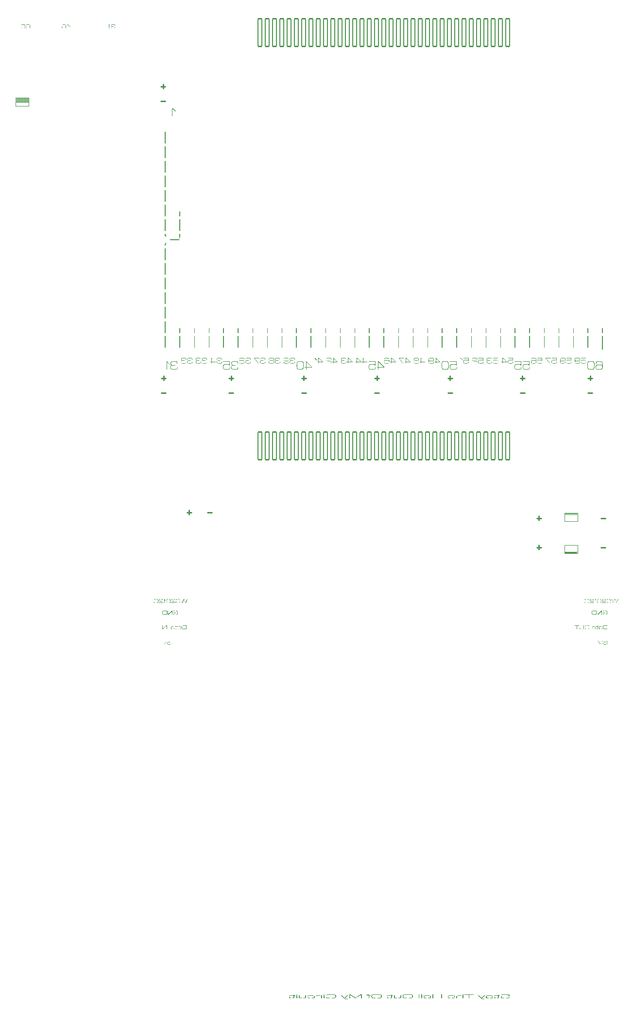
<source format=gbo>
%TF.GenerationSoftware,KiCad,Pcbnew,7.0.7*%
%TF.CreationDate,2024-02-23T14:46:40-08:00*%
%TF.ProjectId,JluxR2protoboard,4a6c7578-5232-4707-926f-746f626f6172,rev?*%
%TF.SameCoordinates,Original*%
%TF.FileFunction,Legend,Bot*%
%TF.FilePolarity,Positive*%
%FSLAX46Y46*%
G04 Gerber Fmt 4.6, Leading zero omitted, Abs format (unit mm)*
G04 Created by KiCad (PCBNEW 7.0.7) date 2024-02-23 14:46:40*
%MOMM*%
%LPD*%
G01*
G04 APERTURE LIST*
G04 Aperture macros list*
%AMRoundRect*
0 Rectangle with rounded corners*
0 $1 Rounding radius*
0 $2 $3 $4 $5 $6 $7 $8 $9 X,Y pos of 4 corners*
0 Add a 4 corners polygon primitive as box body*
4,1,4,$2,$3,$4,$5,$6,$7,$8,$9,$2,$3,0*
0 Add four circle primitives for the rounded corners*
1,1,$1+$1,$2,$3*
1,1,$1+$1,$4,$5*
1,1,$1+$1,$6,$7*
1,1,$1+$1,$8,$9*
0 Add four rect primitives between the rounded corners*
20,1,$1+$1,$2,$3,$4,$5,0*
20,1,$1+$1,$4,$5,$6,$7,0*
20,1,$1+$1,$6,$7,$8,$9,0*
20,1,$1+$1,$8,$9,$2,$3,0*%
%AMFreePoly0*
4,1,49,0.250000,0.845344,0.338849,0.845344,0.512664,0.808398,0.675000,0.736122,0.818761,0.631673,0.937664,0.499617,1.026514,0.345726,1.081425,0.176725,1.100000,0.000000,1.081425,-0.176725,1.026514,-0.345726,0.937664,-0.499617,0.818761,-0.631673,0.675000,-0.736122,0.512664,-0.808398,0.338849,-0.845344,0.250000,-0.845344,0.250000,-0.850000,-0.250000,-0.850000,-0.250000,-0.845344,
-0.338849,-0.845344,-0.512664,-0.808398,-0.675000,-0.736122,-0.818761,-0.631673,-0.937664,-0.499617,-1.012030,-0.370812,-1.075001,-0.307840,-1.175960,-0.250000,-1.210000,-0.250000,-1.305671,-0.230970,-1.386777,-0.176777,-1.440970,-0.095671,-1.460000,0.000000,-1.440970,0.095671,-1.386777,0.176777,-1.305671,0.230970,-1.210000,0.250000,-1.175960,0.250000,-1.075001,0.307840,-1.012030,0.370812,
-0.937664,0.499617,-0.818761,0.631673,-0.675000,0.736122,-0.512664,0.808398,-0.338849,0.845344,-0.250000,0.845344,-0.250000,0.850000,0.250000,0.850000,0.250000,0.845344,0.250000,0.845344,$1*%
%AMFreePoly1*
4,1,59,0.250000,0.845344,0.338849,0.845344,0.512664,0.808398,0.675000,0.736122,0.818761,0.631673,0.937664,0.499617,1.012030,0.370812,1.075002,0.307840,1.175960,0.250000,1.210000,0.250000,1.305671,0.230970,1.386777,0.176777,1.440970,0.095671,1.460000,0.000000,1.440970,-0.095671,1.386777,-0.176777,1.305671,-0.230970,1.210000,-0.250000,1.175960,-0.250000,1.075002,-0.307840,
1.012030,-0.370812,0.937664,-0.499617,0.818761,-0.631673,0.675000,-0.736122,0.512664,-0.808398,0.338849,-0.845344,0.250000,-0.845344,0.250000,-0.850000,-0.250000,-0.850000,-0.250000,-0.845344,-0.338849,-0.845344,-0.512664,-0.808398,-0.675000,-0.736122,-0.818761,-0.631673,-0.937664,-0.499617,-1.012030,-0.370812,-1.075001,-0.307840,-1.175960,-0.250000,-1.210000,-0.250000,-1.305671,-0.230970,
-1.386777,-0.176777,-1.440970,-0.095671,-1.460000,0.000000,-1.440970,0.095671,-1.386777,0.176777,-1.305671,0.230970,-1.210000,0.250000,-1.175960,0.250000,-1.075001,0.307840,-1.012030,0.370812,-0.937664,0.499617,-0.818761,0.631673,-0.675000,0.736122,-0.512664,0.808398,-0.338849,0.845344,-0.250000,0.845344,-0.250000,0.850000,0.250000,0.850000,0.250000,0.845344,0.250000,0.845344,
$1*%
G04 Aperture macros list end*
%ADD10C,0.080000*%
%ADD11C,0.180000*%
%ADD12C,0.120000*%
%ADD13C,0.200000*%
%ADD14C,0.250000*%
%ADD15C,0.150000*%
%ADD16C,0.125000*%
%ADD17FreePoly0,90.000000*%
%ADD18FreePoly1,90.000000*%
%ADD19FreePoly0,270.000000*%
%ADD20C,1.000000*%
%ADD21RoundRect,0.090000X-0.360000X-2.410000X0.360000X-2.410000X0.360000X2.410000X-0.360000X2.410000X0*%
%ADD22RoundRect,0.090000X0.360000X2.410000X-0.360000X2.410000X-0.360000X-2.410000X0.360000X-2.410000X0*%
G04 APERTURE END LIST*
D10*
X37947597Y-34569399D02*
X37947597Y-33858199D01*
D11*
X124841000Y-57241000D02*
X124841000Y-59781000D01*
D12*
X135733590Y-112949796D02*
X135733589Y-113064092D01*
D11*
X74041000Y-57241000D02*
X74041000Y-59781000D01*
D12*
X40131998Y-35305999D02*
X40131998Y-33858199D01*
X135733591Y-112873595D02*
X135733590Y-112949796D01*
D10*
X38074597Y-34569399D02*
X38074597Y-33858199D01*
D12*
X40131998Y-33858199D02*
X37795197Y-33858202D01*
D11*
X140081000Y-59273000D02*
X140081000Y-59781000D01*
D10*
X39471597Y-34569399D02*
X39471597Y-33858199D01*
X38836597Y-34569399D02*
X38836597Y-33858199D01*
D11*
X114681000Y-57241000D02*
X114681000Y-59781000D01*
X89281000Y-57241000D02*
X89281000Y-59781000D01*
D12*
X135733594Y-106396591D02*
X133447597Y-106396592D01*
D11*
X137541000Y-57241000D02*
X137541000Y-59781000D01*
X63881000Y-59273000D02*
X64770000Y-58511000D01*
D12*
X135733594Y-106371192D02*
X135733594Y-106142594D01*
D10*
X39090597Y-34569399D02*
X39090597Y-33858199D01*
D11*
X63881000Y-57241000D02*
X63881000Y-57749000D01*
D12*
X37795197Y-33858202D02*
X37795194Y-35306000D01*
D11*
X140081000Y-59273000D02*
X139192000Y-58511000D01*
D10*
X39598597Y-34569399D02*
X39598597Y-33858199D01*
X39852597Y-34569399D02*
X39852597Y-33858199D01*
X37845998Y-34582101D02*
X40131998Y-34582099D01*
D12*
X133447595Y-106371190D02*
X133447596Y-106256894D01*
X133447590Y-111755995D02*
X133447590Y-113203795D01*
D10*
X38963597Y-34569399D02*
X38963597Y-33858199D01*
D11*
X63881000Y-57749000D02*
X64770000Y-58511000D01*
X140081000Y-57749000D02*
X139192000Y-58511000D01*
D12*
X133447591Y-112949794D02*
X133447591Y-113178392D01*
X133447594Y-107564992D02*
X135733595Y-107564991D01*
X135733591Y-111755994D02*
X133447590Y-111755995D01*
D10*
X39725597Y-34569399D02*
X39725597Y-33858199D01*
D11*
X127381000Y-57241000D02*
X127381000Y-59781000D01*
D12*
X133447590Y-113203795D02*
X135733588Y-113203792D01*
D10*
X38709597Y-34569399D02*
X38709597Y-33858199D01*
X38582597Y-34569399D02*
X38582597Y-33858199D01*
D12*
X135733595Y-107564991D02*
X135733595Y-106117191D01*
D11*
X86741000Y-57241000D02*
X86741000Y-59781000D01*
D13*
X139192000Y-58511000D02*
X64770000Y-58511000D01*
D10*
X39217597Y-34569399D02*
X39217597Y-33858199D01*
X39979597Y-34569399D02*
X39979597Y-33858199D01*
X38201597Y-34569399D02*
X38201597Y-33858199D01*
D11*
X112141000Y-57241000D02*
X112141000Y-59781000D01*
D12*
X133447597Y-106117194D02*
X133447594Y-107564992D01*
D11*
X140081000Y-57241000D02*
X140081000Y-57749000D01*
X63881000Y-59781000D02*
X63881000Y-59273000D01*
X76581000Y-57241000D02*
X76581000Y-59781000D01*
D12*
X133447594Y-106447391D02*
X133447595Y-106371190D01*
X135733588Y-113203792D02*
X135733591Y-111755994D01*
X37795194Y-35306000D02*
X40131998Y-35305999D01*
X133447591Y-112924395D02*
X135733588Y-112924394D01*
D11*
X66421000Y-57241000D02*
X66421000Y-59781000D01*
D13*
X133549194Y-106256894D02*
X135631994Y-106256892D01*
D11*
X101981000Y-57241000D02*
X101981000Y-59781000D01*
D13*
X135631991Y-113064092D02*
X133549191Y-113064094D01*
D10*
X38328597Y-34569399D02*
X38328597Y-33858199D01*
X39344597Y-34569399D02*
X39344597Y-33858199D01*
D12*
X135733595Y-106117191D02*
X133447597Y-106117194D01*
D10*
X38455597Y-34569399D02*
X38455597Y-33858199D01*
D11*
X99441000Y-57241000D02*
X99441000Y-59781000D01*
D14*
X113918951Y-82643266D02*
X113157047Y-82643266D01*
X113537999Y-83024219D02*
X113537999Y-82262314D01*
X75691951Y-34408666D02*
X74930047Y-34408666D01*
X126517351Y-82643266D02*
X125755447Y-82643266D01*
X126136399Y-83024219D02*
X126136399Y-82262314D01*
X126441151Y-31868666D02*
X125679247Y-31868666D01*
X126060199Y-32249619D02*
X126060199Y-31487714D01*
D15*
G36*
X123531620Y-37676000D02*
G01*
X124472458Y-37676000D01*
X124472571Y-37666186D01*
X124472874Y-37655910D01*
X124473140Y-37649377D01*
X124473499Y-37639488D01*
X124473725Y-37629361D01*
X124473819Y-37618995D01*
X124473821Y-37616893D01*
X124473821Y-37606503D01*
X124473821Y-37596399D01*
X124473821Y-37586582D01*
X124473821Y-37584653D01*
X124473821Y-37574599D01*
X124473821Y-37564503D01*
X124473821Y-37559251D01*
X124473752Y-37546047D01*
X124473544Y-37533178D01*
X124473198Y-37520646D01*
X124472714Y-37508449D01*
X124472091Y-37496588D01*
X124471330Y-37485063D01*
X124470430Y-37473873D01*
X124469392Y-37463020D01*
X124468215Y-37452502D01*
X124466900Y-37442320D01*
X124465447Y-37432474D01*
X124463007Y-37418335D01*
X124460256Y-37404951D01*
X124457194Y-37392323D01*
X124456104Y-37388281D01*
X124452484Y-37376493D01*
X124448270Y-37365215D01*
X124443461Y-37354448D01*
X124438056Y-37344192D01*
X124432057Y-37334447D01*
X124425463Y-37325212D01*
X124418274Y-37316489D01*
X124410490Y-37308277D01*
X124402111Y-37300575D01*
X124393137Y-37293384D01*
X124386824Y-37288875D01*
X124376725Y-37282478D01*
X124365846Y-37276475D01*
X124354189Y-37270868D01*
X124341754Y-37265656D01*
X124333031Y-37262401D01*
X124323962Y-37259321D01*
X124314547Y-37256417D01*
X124304786Y-37253688D01*
X124294679Y-37251135D01*
X124284226Y-37248758D01*
X124273426Y-37246556D01*
X124262281Y-37244529D01*
X124250790Y-37242678D01*
X124238952Y-37241003D01*
X124226704Y-37239443D01*
X124213981Y-37237939D01*
X124200781Y-37236489D01*
X124187106Y-37235095D01*
X124172956Y-37233757D01*
X124158330Y-37232474D01*
X124143228Y-37231246D01*
X124127651Y-37230073D01*
X124111598Y-37228956D01*
X124095070Y-37227894D01*
X124078066Y-37226887D01*
X124060586Y-37225936D01*
X124042631Y-37225040D01*
X124033475Y-37224613D01*
X124024200Y-37224200D01*
X124014807Y-37223800D01*
X124005294Y-37223415D01*
X123995662Y-37223043D01*
X123985912Y-37222685D01*
X123971681Y-37222146D01*
X123957778Y-37221567D01*
X123944203Y-37220947D01*
X123930957Y-37220288D01*
X123918039Y-37219589D01*
X123905449Y-37218849D01*
X123893188Y-37218070D01*
X123881255Y-37217250D01*
X123869650Y-37216391D01*
X123858373Y-37215491D01*
X123847425Y-37214551D01*
X123836805Y-37213571D01*
X123826513Y-37212552D01*
X123816550Y-37211492D01*
X123806915Y-37210392D01*
X123797608Y-37209251D01*
X123788565Y-37208037D01*
X123775479Y-37206011D01*
X123762968Y-37203741D01*
X123751033Y-37201226D01*
X123739672Y-37198466D01*
X123728886Y-37195461D01*
X123718675Y-37192212D01*
X123709039Y-37188718D01*
X123699978Y-37184979D01*
X123691492Y-37180995D01*
X123683581Y-37176767D01*
X123673817Y-37170596D01*
X123664856Y-37163807D01*
X123656696Y-37156400D01*
X123649339Y-37148374D01*
X123642783Y-37139730D01*
X123637030Y-37130468D01*
X123632079Y-37120587D01*
X123627930Y-37110089D01*
X123624417Y-37098804D01*
X123621371Y-37086565D01*
X123619395Y-37076760D01*
X123617682Y-37066418D01*
X123616233Y-37055539D01*
X123615047Y-37044124D01*
X123614124Y-37032172D01*
X123613466Y-37019684D01*
X123613070Y-37006658D01*
X123612939Y-36993096D01*
X123612939Y-36971847D01*
X123613070Y-36959889D01*
X123613466Y-36948377D01*
X123614124Y-36937312D01*
X123615047Y-36926693D01*
X123616233Y-36916521D01*
X123617682Y-36906795D01*
X123620024Y-36894522D01*
X123622835Y-36883042D01*
X123626115Y-36872357D01*
X123627930Y-36867311D01*
X123632079Y-36857637D01*
X123637030Y-36848520D01*
X123642783Y-36839960D01*
X123649339Y-36831957D01*
X123656696Y-36824512D01*
X123664856Y-36817623D01*
X123673817Y-36811292D01*
X123683581Y-36805518D01*
X123694225Y-36800255D01*
X123702837Y-36796614D01*
X123711987Y-36793234D01*
X123721677Y-36790117D01*
X123731906Y-36787261D01*
X123742674Y-36784667D01*
X123753981Y-36782335D01*
X123765827Y-36780265D01*
X123778212Y-36778457D01*
X123791136Y-36776910D01*
X123795564Y-36776453D01*
X123809260Y-36775187D01*
X123818796Y-36774413D01*
X123828658Y-36773693D01*
X123838844Y-36773029D01*
X123849355Y-36772420D01*
X123860190Y-36771867D01*
X123871350Y-36771369D01*
X123882835Y-36770926D01*
X123894645Y-36770539D01*
X123906780Y-36770207D01*
X123919239Y-36769930D01*
X123932023Y-36769709D01*
X123945132Y-36769543D01*
X123958566Y-36769432D01*
X123972324Y-36769377D01*
X123979325Y-36769370D01*
X124002721Y-36769370D01*
X124017913Y-36769399D01*
X124032711Y-36769485D01*
X124047115Y-36769628D01*
X124061126Y-36769828D01*
X124074742Y-36770086D01*
X124087964Y-36770400D01*
X124100793Y-36770773D01*
X124113227Y-36771202D01*
X124125268Y-36771688D01*
X124136914Y-36772232D01*
X124148167Y-36772833D01*
X124159026Y-36773492D01*
X124169490Y-36774207D01*
X124179561Y-36774980D01*
X124189238Y-36775810D01*
X124198521Y-36776697D01*
X124211797Y-36778217D01*
X124224455Y-36780029D01*
X124236494Y-36782133D01*
X124247914Y-36784528D01*
X124258715Y-36787216D01*
X124268898Y-36790196D01*
X124278461Y-36793467D01*
X124287406Y-36797031D01*
X124298369Y-36802236D01*
X124308232Y-36807960D01*
X124317137Y-36814288D01*
X124325225Y-36821302D01*
X124332498Y-36829003D01*
X124338953Y-36837392D01*
X124344593Y-36846467D01*
X124349416Y-36856229D01*
X124353423Y-36866678D01*
X124356614Y-36877814D01*
X124359223Y-36889702D01*
X124361483Y-36902528D01*
X124362951Y-36912764D01*
X124364223Y-36923528D01*
X124365299Y-36934820D01*
X124366179Y-36946641D01*
X124366864Y-36958989D01*
X124367353Y-36971865D01*
X124367646Y-36985270D01*
X124367744Y-36999203D01*
X124367744Y-37019475D01*
X124434525Y-37019475D01*
X124434525Y-36999447D01*
X124434461Y-36987748D01*
X124434270Y-36976343D01*
X124433950Y-36965232D01*
X124433503Y-36954415D01*
X124432928Y-36943891D01*
X124432225Y-36933662D01*
X124431395Y-36923726D01*
X124429909Y-36909373D01*
X124428137Y-36895682D01*
X124426076Y-36882652D01*
X124423729Y-36870282D01*
X124421093Y-36858575D01*
X124418171Y-36847528D01*
X124414841Y-36837000D01*
X124410984Y-36826940D01*
X124406599Y-36817348D01*
X124401688Y-36808224D01*
X124396250Y-36799568D01*
X124390285Y-36791380D01*
X124383793Y-36783659D01*
X124376773Y-36776407D01*
X124369227Y-36769623D01*
X124361153Y-36763307D01*
X124355478Y-36759356D01*
X124346422Y-36753718D01*
X124336715Y-36748437D01*
X124326357Y-36743512D01*
X124315348Y-36738943D01*
X124303688Y-36734730D01*
X124291378Y-36730874D01*
X124278417Y-36727374D01*
X124269414Y-36725239D01*
X124260123Y-36723262D01*
X124250542Y-36721444D01*
X124240671Y-36719784D01*
X124230512Y-36718282D01*
X124225324Y-36717591D01*
X124214647Y-36716289D01*
X124203571Y-36715072D01*
X124192096Y-36713938D01*
X124180221Y-36712889D01*
X124167947Y-36711923D01*
X124155274Y-36711042D01*
X124142202Y-36710244D01*
X124128730Y-36709531D01*
X124114859Y-36708901D01*
X124100589Y-36708355D01*
X124085919Y-36707893D01*
X124070850Y-36707516D01*
X124055382Y-36707222D01*
X124039515Y-36707012D01*
X124023248Y-36706886D01*
X124006582Y-36706844D01*
X123983186Y-36706844D01*
X123966843Y-36706882D01*
X123950864Y-36706997D01*
X123935249Y-36707187D01*
X123919997Y-36707454D01*
X123905109Y-36707798D01*
X123890585Y-36708218D01*
X123876425Y-36708714D01*
X123862629Y-36709286D01*
X123849196Y-36709935D01*
X123836127Y-36710660D01*
X123823422Y-36711462D01*
X123811081Y-36712339D01*
X123799103Y-36713293D01*
X123787489Y-36714324D01*
X123776240Y-36715431D01*
X123765353Y-36716614D01*
X123754765Y-36717909D01*
X123744463Y-36719354D01*
X123734449Y-36720947D01*
X123724723Y-36722689D01*
X123715284Y-36724580D01*
X123706132Y-36726620D01*
X123697268Y-36728809D01*
X123684511Y-36732371D01*
X123672401Y-36736268D01*
X123660938Y-36740499D01*
X123650121Y-36745066D01*
X123639952Y-36749968D01*
X123630429Y-36755204D01*
X123621495Y-36760799D01*
X123613092Y-36766776D01*
X123605220Y-36773135D01*
X123597879Y-36779876D01*
X123591070Y-36787000D01*
X123584791Y-36794505D01*
X123579043Y-36802393D01*
X123573827Y-36810662D01*
X123569141Y-36819314D01*
X123564987Y-36828348D01*
X123562512Y-36834583D01*
X123559102Y-36844322D01*
X123556028Y-36854581D01*
X123553289Y-36865360D01*
X123550885Y-36876658D01*
X123548817Y-36888475D01*
X123547084Y-36900812D01*
X123545687Y-36913668D01*
X123544624Y-36927044D01*
X123543898Y-36940939D01*
X123543506Y-36955354D01*
X123543432Y-36965253D01*
X123543432Y-36993341D01*
X123543516Y-37004589D01*
X123543769Y-37015559D01*
X123544191Y-37026251D01*
X123544781Y-37036663D01*
X123545539Y-37046797D01*
X123546466Y-37056653D01*
X123548173Y-37070914D01*
X123550260Y-37084548D01*
X123552725Y-37097556D01*
X123555570Y-37109936D01*
X123558794Y-37121690D01*
X123562398Y-37132817D01*
X123565011Y-37139886D01*
X123569298Y-37150067D01*
X123574069Y-37159819D01*
X123579323Y-37169141D01*
X123585060Y-37178034D01*
X123591280Y-37186498D01*
X123597983Y-37194532D01*
X123605170Y-37202137D01*
X123612839Y-37209312D01*
X123620992Y-37216059D01*
X123629628Y-37222376D01*
X123635653Y-37226348D01*
X123645124Y-37231953D01*
X123655138Y-37237228D01*
X123665695Y-37242171D01*
X123676795Y-37246785D01*
X123688438Y-37251067D01*
X123700624Y-37255019D01*
X123713353Y-37258641D01*
X123726625Y-37261932D01*
X123735775Y-37263942D01*
X123745166Y-37265805D01*
X123754798Y-37267521D01*
X123764672Y-37269091D01*
X123774776Y-37270556D01*
X123785158Y-37271961D01*
X123795816Y-37273304D01*
X123806751Y-37274586D01*
X123817963Y-37275808D01*
X123829451Y-37276968D01*
X123841217Y-37278067D01*
X123853259Y-37279105D01*
X123865578Y-37280082D01*
X123878174Y-37280998D01*
X123891047Y-37281853D01*
X123904196Y-37282646D01*
X123917623Y-37283379D01*
X123931326Y-37284051D01*
X123945306Y-37284661D01*
X123959563Y-37285211D01*
X123972502Y-37285731D01*
X123985199Y-37286253D01*
X123997652Y-37286777D01*
X124009862Y-37287302D01*
X124021829Y-37287830D01*
X124033552Y-37288359D01*
X124045033Y-37288891D01*
X124056270Y-37289424D01*
X124067265Y-37289959D01*
X124078016Y-37290497D01*
X124088524Y-37291036D01*
X124098789Y-37291577D01*
X124108811Y-37292119D01*
X124118590Y-37292664D01*
X124128126Y-37293211D01*
X124137418Y-37293759D01*
X124146497Y-37294301D01*
X124159769Y-37295200D01*
X124172626Y-37296202D01*
X124185067Y-37297307D01*
X124197094Y-37298515D01*
X124208705Y-37299825D01*
X124219901Y-37301239D01*
X124230681Y-37302756D01*
X124241046Y-37304376D01*
X124250997Y-37306099D01*
X124260531Y-37307926D01*
X124269634Y-37309822D01*
X124281206Y-37312550D01*
X124292132Y-37315508D01*
X124302412Y-37318695D01*
X124312047Y-37322110D01*
X124321035Y-37325755D01*
X124329377Y-37329628D01*
X124338897Y-37334792D01*
X124347557Y-37340339D01*
X124355507Y-37346446D01*
X124362747Y-37353114D01*
X124369277Y-37360342D01*
X124375098Y-37368131D01*
X124380209Y-37376480D01*
X124382054Y-37379977D01*
X124386277Y-37389141D01*
X124390000Y-37398925D01*
X124393224Y-37409329D01*
X124395949Y-37420354D01*
X124398175Y-37431998D01*
X124399597Y-37441760D01*
X124400453Y-37449342D01*
X124401358Y-37459867D01*
X124402143Y-37470927D01*
X124402806Y-37482521D01*
X124403349Y-37494649D01*
X124403772Y-37507312D01*
X124404009Y-37517159D01*
X124404179Y-37527307D01*
X124404281Y-37537756D01*
X124404315Y-37548505D01*
X124404315Y-37613473D01*
X123531620Y-37613473D01*
X123531620Y-37676000D01*
G37*
G36*
X123393516Y-37353843D02*
G01*
X123393516Y-37441526D01*
X122643934Y-37441526D01*
X122643934Y-37676000D01*
X122577153Y-37676000D01*
X122577153Y-37441526D01*
X122414971Y-37441526D01*
X122414971Y-37379000D01*
X122577153Y-37379000D01*
X122577153Y-36785002D01*
X122643934Y-36785002D01*
X122643934Y-37379000D01*
X123319012Y-37379000D01*
X123319012Y-37373383D01*
X122653020Y-36785002D01*
X122643934Y-36785002D01*
X122577153Y-36785002D01*
X122577153Y-36722475D01*
X122675280Y-36722475D01*
X123393516Y-37353843D01*
G37*
G36*
X120894911Y-37676000D02*
G01*
X121835749Y-37676000D01*
X121835862Y-37666186D01*
X121836165Y-37655910D01*
X121836431Y-37649377D01*
X121836790Y-37639488D01*
X121837016Y-37629361D01*
X121837110Y-37618995D01*
X121837112Y-37616893D01*
X121837112Y-37606503D01*
X121837112Y-37596399D01*
X121837112Y-37586582D01*
X121837112Y-37584653D01*
X121837112Y-37574599D01*
X121837112Y-37564503D01*
X121837112Y-37559251D01*
X121837043Y-37546047D01*
X121836835Y-37533178D01*
X121836489Y-37520646D01*
X121836005Y-37508449D01*
X121835382Y-37496588D01*
X121834621Y-37485063D01*
X121833721Y-37473873D01*
X121832683Y-37463020D01*
X121831506Y-37452502D01*
X121830191Y-37442320D01*
X121828738Y-37432474D01*
X121826298Y-37418335D01*
X121823547Y-37404951D01*
X121820485Y-37392323D01*
X121819395Y-37388281D01*
X121815775Y-37376493D01*
X121811561Y-37365215D01*
X121806752Y-37354448D01*
X121801347Y-37344192D01*
X121795348Y-37334447D01*
X121788754Y-37325212D01*
X121781565Y-37316489D01*
X121773781Y-37308277D01*
X121765402Y-37300575D01*
X121756428Y-37293384D01*
X121750115Y-37288875D01*
X121740016Y-37282478D01*
X121729137Y-37276475D01*
X121717480Y-37270868D01*
X121705045Y-37265656D01*
X121696322Y-37262401D01*
X121687253Y-37259321D01*
X121677838Y-37256417D01*
X121668077Y-37253688D01*
X121657970Y-37251135D01*
X121647516Y-37248758D01*
X121636717Y-37246556D01*
X121625572Y-37244529D01*
X121614081Y-37242678D01*
X121602243Y-37241003D01*
X121589995Y-37239443D01*
X121577272Y-37237939D01*
X121564072Y-37236489D01*
X121550397Y-37235095D01*
X121536247Y-37233757D01*
X121521621Y-37232474D01*
X121506519Y-37231246D01*
X121490942Y-37230073D01*
X121474889Y-37228956D01*
X121458361Y-37227894D01*
X121441357Y-37226887D01*
X121423877Y-37225936D01*
X121405922Y-37225040D01*
X121396766Y-37224613D01*
X121387491Y-37224200D01*
X121378098Y-37223800D01*
X121368585Y-37223415D01*
X121358953Y-37223043D01*
X121349203Y-37222685D01*
X121334972Y-37222146D01*
X121321069Y-37221567D01*
X121307494Y-37220947D01*
X121294248Y-37220288D01*
X121281330Y-37219589D01*
X121268740Y-37218849D01*
X121256479Y-37218070D01*
X121244546Y-37217250D01*
X121232941Y-37216391D01*
X121221664Y-37215491D01*
X121210716Y-37214551D01*
X121200096Y-37213571D01*
X121189804Y-37212552D01*
X121179841Y-37211492D01*
X121170206Y-37210392D01*
X121160899Y-37209251D01*
X121151856Y-37208037D01*
X121138770Y-37206011D01*
X121126259Y-37203741D01*
X121114324Y-37201226D01*
X121102963Y-37198466D01*
X121092177Y-37195461D01*
X121081966Y-37192212D01*
X121072330Y-37188718D01*
X121063269Y-37184979D01*
X121054783Y-37180995D01*
X121046872Y-37176767D01*
X121037108Y-37170596D01*
X121028147Y-37163807D01*
X121019987Y-37156400D01*
X121012630Y-37148374D01*
X121006074Y-37139730D01*
X121000321Y-37130468D01*
X120995370Y-37120587D01*
X120991221Y-37110089D01*
X120987707Y-37098804D01*
X120984662Y-37086565D01*
X120982686Y-37076760D01*
X120980973Y-37066418D01*
X120979524Y-37055539D01*
X120978338Y-37044124D01*
X120977415Y-37032172D01*
X120976757Y-37019684D01*
X120976361Y-37006658D01*
X120976230Y-36993096D01*
X120976230Y-36971847D01*
X120976361Y-36959889D01*
X120976757Y-36948377D01*
X120977415Y-36937312D01*
X120978338Y-36926693D01*
X120979524Y-36916521D01*
X120980973Y-36906795D01*
X120983315Y-36894522D01*
X120986126Y-36883042D01*
X120989406Y-36872357D01*
X120991221Y-36867311D01*
X120995370Y-36857637D01*
X121000321Y-36848520D01*
X121006074Y-36839960D01*
X121012630Y-36831957D01*
X121019987Y-36824512D01*
X121028147Y-36817623D01*
X121037108Y-36811292D01*
X121046872Y-36805518D01*
X121057516Y-36800255D01*
X121066128Y-36796614D01*
X121075278Y-36793234D01*
X121084968Y-36790117D01*
X121095197Y-36787261D01*
X121105965Y-36784667D01*
X121117272Y-36782335D01*
X121129118Y-36780265D01*
X121141503Y-36778457D01*
X121154427Y-36776910D01*
X121158855Y-36776453D01*
X121172551Y-36775187D01*
X121182087Y-36774413D01*
X121191949Y-36773693D01*
X121202135Y-36773029D01*
X121212646Y-36772420D01*
X121223481Y-36771867D01*
X121234641Y-36771369D01*
X121246126Y-36770926D01*
X121257936Y-36770539D01*
X121270071Y-36770207D01*
X121282530Y-36769930D01*
X121295314Y-36769709D01*
X121308423Y-36769543D01*
X121321857Y-36769432D01*
X121335615Y-36769377D01*
X121342616Y-36769370D01*
X121366012Y-36769370D01*
X121381204Y-36769399D01*
X121396002Y-36769485D01*
X121410406Y-36769628D01*
X121424417Y-36769828D01*
X121438033Y-36770086D01*
X121451255Y-36770400D01*
X121464084Y-36770773D01*
X121476518Y-36771202D01*
X121488559Y-36771688D01*
X121500205Y-36772232D01*
X121511458Y-36772833D01*
X121522317Y-36773492D01*
X121532781Y-36774207D01*
X121542852Y-36774980D01*
X121552529Y-36775810D01*
X121561812Y-36776697D01*
X121575088Y-36778217D01*
X121587746Y-36780029D01*
X121599785Y-36782133D01*
X121611205Y-36784528D01*
X121622006Y-36787216D01*
X121632189Y-36790196D01*
X121641752Y-36793467D01*
X121650697Y-36797031D01*
X121661660Y-36802236D01*
X121671523Y-36807960D01*
X121680428Y-36814288D01*
X121688516Y-36821302D01*
X121695789Y-36829003D01*
X121702244Y-36837392D01*
X121707884Y-36846467D01*
X121712707Y-36856229D01*
X121716714Y-36866678D01*
X121719905Y-36877814D01*
X121722514Y-36889702D01*
X121724774Y-36902528D01*
X121726242Y-36912764D01*
X121727514Y-36923528D01*
X121728590Y-36934820D01*
X121729470Y-36946641D01*
X121730155Y-36958989D01*
X121730644Y-36971865D01*
X121730937Y-36985270D01*
X121731035Y-36999203D01*
X121731035Y-37019475D01*
X121797816Y-37019475D01*
X121797816Y-36999447D01*
X121797752Y-36987748D01*
X121797561Y-36976343D01*
X121797241Y-36965232D01*
X121796794Y-36954415D01*
X121796219Y-36943891D01*
X121795516Y-36933662D01*
X121794686Y-36923726D01*
X121793200Y-36909373D01*
X121791428Y-36895682D01*
X121789367Y-36882652D01*
X121787020Y-36870282D01*
X121784384Y-36858575D01*
X121781462Y-36847528D01*
X121778132Y-36837000D01*
X121774275Y-36826940D01*
X121769890Y-36817348D01*
X121764979Y-36808224D01*
X121759541Y-36799568D01*
X121753576Y-36791380D01*
X121747084Y-36783659D01*
X121740064Y-36776407D01*
X121732518Y-36769623D01*
X121724444Y-36763307D01*
X121718769Y-36759356D01*
X121709713Y-36753718D01*
X121700006Y-36748437D01*
X121689648Y-36743512D01*
X121678639Y-36738943D01*
X121666979Y-36734730D01*
X121654669Y-36730874D01*
X121641708Y-36727374D01*
X121632705Y-36725239D01*
X121623414Y-36723262D01*
X121613833Y-36721444D01*
X121603962Y-36719784D01*
X121593803Y-36718282D01*
X121588615Y-36717591D01*
X121577938Y-36716289D01*
X121566862Y-36715072D01*
X121555387Y-36713938D01*
X121543512Y-36712889D01*
X121531238Y-36711923D01*
X121518565Y-36711042D01*
X121505493Y-36710244D01*
X121492021Y-36709531D01*
X121478150Y-36708901D01*
X121463880Y-36708355D01*
X121449210Y-36707893D01*
X121434141Y-36707516D01*
X121418673Y-36707222D01*
X121402806Y-36707012D01*
X121386539Y-36706886D01*
X121369873Y-36706844D01*
X121346477Y-36706844D01*
X121330134Y-36706882D01*
X121314155Y-36706997D01*
X121298540Y-36707187D01*
X121283288Y-36707454D01*
X121268400Y-36707798D01*
X121253876Y-36708218D01*
X121239716Y-36708714D01*
X121225920Y-36709286D01*
X121212487Y-36709935D01*
X121199418Y-36710660D01*
X121186713Y-36711462D01*
X121174372Y-36712339D01*
X121162394Y-36713293D01*
X121150780Y-36714324D01*
X121139531Y-36715431D01*
X121128644Y-36716614D01*
X121118055Y-36717909D01*
X121107754Y-36719354D01*
X121097740Y-36720947D01*
X121088014Y-36722689D01*
X121078575Y-36724580D01*
X121069423Y-36726620D01*
X121060559Y-36728809D01*
X121047802Y-36732371D01*
X121035692Y-36736268D01*
X121024229Y-36740499D01*
X121013412Y-36745066D01*
X121003243Y-36749968D01*
X120993720Y-36755204D01*
X120984786Y-36760799D01*
X120976383Y-36766776D01*
X120968511Y-36773135D01*
X120961170Y-36779876D01*
X120954361Y-36787000D01*
X120948082Y-36794505D01*
X120942334Y-36802393D01*
X120937118Y-36810662D01*
X120932432Y-36819314D01*
X120928278Y-36828348D01*
X120925803Y-36834583D01*
X120922393Y-36844322D01*
X120919319Y-36854581D01*
X120916580Y-36865360D01*
X120914176Y-36876658D01*
X120912108Y-36888475D01*
X120910375Y-36900812D01*
X120908978Y-36913668D01*
X120907915Y-36927044D01*
X120907189Y-36940939D01*
X120906797Y-36955354D01*
X120906723Y-36965253D01*
X120906723Y-36993341D01*
X120906807Y-37004589D01*
X120907060Y-37015559D01*
X120907482Y-37026251D01*
X120908072Y-37036663D01*
X120908830Y-37046797D01*
X120909757Y-37056653D01*
X120911464Y-37070914D01*
X120913551Y-37084548D01*
X120916016Y-37097556D01*
X120918861Y-37109936D01*
X120922085Y-37121690D01*
X120925689Y-37132817D01*
X120928302Y-37139886D01*
X120932589Y-37150067D01*
X120937360Y-37159819D01*
X120942614Y-37169141D01*
X120948351Y-37178034D01*
X120954571Y-37186498D01*
X120961274Y-37194532D01*
X120968461Y-37202137D01*
X120976130Y-37209312D01*
X120984283Y-37216059D01*
X120992919Y-37222376D01*
X120998944Y-37226348D01*
X121008415Y-37231953D01*
X121018429Y-37237228D01*
X121028986Y-37242171D01*
X121040086Y-37246785D01*
X121051729Y-37251067D01*
X121063915Y-37255019D01*
X121076644Y-37258641D01*
X121089916Y-37261932D01*
X121099066Y-37263942D01*
X121108457Y-37265805D01*
X121118089Y-37267521D01*
X121127963Y-37269091D01*
X121138067Y-37270556D01*
X121148449Y-37271961D01*
X121159107Y-37273304D01*
X121170042Y-37274586D01*
X121181254Y-37275808D01*
X121192742Y-37276968D01*
X121204508Y-37278067D01*
X121216550Y-37279105D01*
X121228869Y-37280082D01*
X121241465Y-37280998D01*
X121254338Y-37281853D01*
X121267487Y-37282646D01*
X121280914Y-37283379D01*
X121294617Y-37284051D01*
X121308597Y-37284661D01*
X121322854Y-37285211D01*
X121335793Y-37285731D01*
X121348490Y-37286253D01*
X121360943Y-37286777D01*
X121373153Y-37287302D01*
X121385120Y-37287830D01*
X121396843Y-37288359D01*
X121408324Y-37288891D01*
X121419561Y-37289424D01*
X121430556Y-37289959D01*
X121441307Y-37290497D01*
X121451815Y-37291036D01*
X121462080Y-37291577D01*
X121472102Y-37292119D01*
X121481881Y-37292664D01*
X121491417Y-37293211D01*
X121500709Y-37293759D01*
X121509788Y-37294301D01*
X121523060Y-37295200D01*
X121535917Y-37296202D01*
X121548358Y-37297307D01*
X121560385Y-37298515D01*
X121571996Y-37299825D01*
X121583192Y-37301239D01*
X121593972Y-37302756D01*
X121604337Y-37304376D01*
X121614288Y-37306099D01*
X121623822Y-37307926D01*
X121632925Y-37309822D01*
X121644497Y-37312550D01*
X121655423Y-37315508D01*
X121665703Y-37318695D01*
X121675338Y-37322110D01*
X121684326Y-37325755D01*
X121692668Y-37329628D01*
X121702188Y-37334792D01*
X121710848Y-37340339D01*
X121718798Y-37346446D01*
X121726038Y-37353114D01*
X121732568Y-37360342D01*
X121738389Y-37368131D01*
X121743500Y-37376480D01*
X121745345Y-37379977D01*
X121749568Y-37389141D01*
X121753291Y-37398925D01*
X121756515Y-37409329D01*
X121759240Y-37420354D01*
X121761466Y-37431998D01*
X121762888Y-37441760D01*
X121763744Y-37449342D01*
X121764649Y-37459867D01*
X121765434Y-37470927D01*
X121766097Y-37482521D01*
X121766640Y-37494649D01*
X121767063Y-37507312D01*
X121767300Y-37517159D01*
X121767470Y-37527307D01*
X121767572Y-37537756D01*
X121767606Y-37548505D01*
X121767606Y-37613473D01*
X120894911Y-37613473D01*
X120894911Y-37676000D01*
G37*
G36*
X119801658Y-37424918D02*
G01*
X119801722Y-37435325D01*
X119801914Y-37445480D01*
X119802233Y-37455383D01*
X119802952Y-37469766D01*
X119803958Y-37483582D01*
X119805252Y-37496831D01*
X119806833Y-37509514D01*
X119808702Y-37521629D01*
X119810858Y-37533178D01*
X119813301Y-37544161D01*
X119816032Y-37554576D01*
X119818013Y-37561205D01*
X119821379Y-37570712D01*
X119825344Y-37579816D01*
X119829907Y-37588515D01*
X119835070Y-37596811D01*
X119840832Y-37604704D01*
X119847192Y-37612193D01*
X119854152Y-37619278D01*
X119861710Y-37625960D01*
X119869867Y-37632239D01*
X119878624Y-37638113D01*
X119884794Y-37641806D01*
X119894628Y-37647048D01*
X119905221Y-37651969D01*
X119916572Y-37656568D01*
X119928683Y-37660845D01*
X119941551Y-37664800D01*
X119950552Y-37667258D01*
X119959890Y-37669572D01*
X119969565Y-37671744D01*
X119979577Y-37673772D01*
X119989926Y-37675657D01*
X120000613Y-37677399D01*
X120011637Y-37678998D01*
X120022997Y-37680454D01*
X120028804Y-37681129D01*
X120040713Y-37682400D01*
X120053098Y-37683590D01*
X120065961Y-37684698D01*
X120079302Y-37685723D01*
X120093119Y-37686667D01*
X120107414Y-37687529D01*
X120122187Y-37688308D01*
X120137437Y-37689005D01*
X120153164Y-37689621D01*
X120169368Y-37690154D01*
X120186050Y-37690605D01*
X120203210Y-37690975D01*
X120220846Y-37691262D01*
X120238960Y-37691467D01*
X120248196Y-37691539D01*
X120257552Y-37691590D01*
X120267026Y-37691621D01*
X120276620Y-37691631D01*
X120317279Y-37691631D01*
X120334417Y-37691595D01*
X120351135Y-37691486D01*
X120367432Y-37691305D01*
X120383308Y-37691051D01*
X120398764Y-37690725D01*
X120413799Y-37690326D01*
X120428413Y-37689855D01*
X120442607Y-37689311D01*
X120456381Y-37688694D01*
X120469733Y-37688006D01*
X120482666Y-37687244D01*
X120495177Y-37686410D01*
X120507268Y-37685504D01*
X120518939Y-37684525D01*
X120530189Y-37683474D01*
X120541018Y-37682350D01*
X120551485Y-37681109D01*
X120561646Y-37679705D01*
X120571502Y-37678139D01*
X120581053Y-37676412D01*
X120590298Y-37674522D01*
X120599238Y-37672469D01*
X120612077Y-37669087D01*
X120624228Y-37665340D01*
X120635693Y-37661227D01*
X120646471Y-37656750D01*
X120656562Y-37651908D01*
X120665966Y-37646701D01*
X120671854Y-37643027D01*
X120680192Y-37637116D01*
X120687998Y-37630742D01*
X120695274Y-37623904D01*
X120702018Y-37616603D01*
X120708232Y-37608837D01*
X120713914Y-37600609D01*
X120719066Y-37591916D01*
X120723686Y-37582760D01*
X120727775Y-37573140D01*
X120731333Y-37563056D01*
X120733411Y-37556076D01*
X120736212Y-37545106D01*
X120738737Y-37533445D01*
X120740987Y-37521092D01*
X120742961Y-37508048D01*
X120744660Y-37494313D01*
X120746084Y-37479887D01*
X120746880Y-37469885D01*
X120747553Y-37459576D01*
X120748104Y-37448961D01*
X120748533Y-37438037D01*
X120748839Y-37426807D01*
X120749022Y-37415269D01*
X120749084Y-37403424D01*
X120749084Y-37379000D01*
X120680940Y-37379000D01*
X120680940Y-37402203D01*
X120680854Y-37415608D01*
X120680597Y-37428527D01*
X120680167Y-37440961D01*
X120679566Y-37452910D01*
X120678794Y-37464374D01*
X120677850Y-37475353D01*
X120676734Y-37485847D01*
X120675446Y-37495855D01*
X120673462Y-37508445D01*
X120671173Y-37520173D01*
X120668312Y-37531083D01*
X120664614Y-37541345D01*
X120660078Y-37550959D01*
X120654705Y-37559923D01*
X120648494Y-37568239D01*
X120641445Y-37575906D01*
X120633559Y-37582924D01*
X120624835Y-37589293D01*
X120615068Y-37595029D01*
X120604165Y-37600269D01*
X120595242Y-37603873D01*
X120585681Y-37607198D01*
X120575480Y-37610245D01*
X120564641Y-37613012D01*
X120553163Y-37615500D01*
X120541046Y-37617708D01*
X120528291Y-37619638D01*
X120514896Y-37621289D01*
X120505521Y-37622236D01*
X120495738Y-37623121D01*
X120485547Y-37623945D01*
X120474947Y-37624709D01*
X120463939Y-37625411D01*
X120452523Y-37626052D01*
X120440699Y-37626632D01*
X120428467Y-37627151D01*
X120415827Y-37627609D01*
X120402779Y-37628006D01*
X120389322Y-37628342D01*
X120375457Y-37628616D01*
X120361184Y-37628830D01*
X120346503Y-37628983D01*
X120331414Y-37629074D01*
X120315917Y-37629105D01*
X120277983Y-37629105D01*
X120260723Y-37629077D01*
X120243922Y-37628994D01*
X120227581Y-37628856D01*
X120211699Y-37628662D01*
X120196277Y-37628413D01*
X120181315Y-37628109D01*
X120166812Y-37627749D01*
X120152769Y-37627334D01*
X120139186Y-37626864D01*
X120126062Y-37626338D01*
X120113397Y-37625757D01*
X120101193Y-37625121D01*
X120089448Y-37624429D01*
X120078162Y-37623682D01*
X120067336Y-37622880D01*
X120056970Y-37622022D01*
X120046990Y-37621079D01*
X120037322Y-37620022D01*
X120027967Y-37618850D01*
X120018923Y-37617564D01*
X120005944Y-37615421D01*
X119993668Y-37613019D01*
X119982094Y-37610360D01*
X119971223Y-37607444D01*
X119961054Y-37604269D01*
X119951589Y-37600838D01*
X119942826Y-37597148D01*
X119934766Y-37593201D01*
X119924903Y-37587400D01*
X119915984Y-37580989D01*
X119908009Y-37573967D01*
X119900978Y-37566334D01*
X119894891Y-37558091D01*
X119889748Y-37549237D01*
X119885550Y-37539773D01*
X119882295Y-37529698D01*
X119879687Y-37518829D01*
X119877426Y-37507106D01*
X119875513Y-37494527D01*
X119874306Y-37484532D01*
X119873295Y-37474056D01*
X119872480Y-37463100D01*
X119871861Y-37451662D01*
X119871437Y-37439744D01*
X119871208Y-37427345D01*
X119871165Y-37418812D01*
X119871165Y-37399028D01*
X119871311Y-37386251D01*
X119871747Y-37374054D01*
X119872475Y-37362437D01*
X119873493Y-37351401D01*
X119874803Y-37340944D01*
X119876404Y-37331068D01*
X119878814Y-37319538D01*
X119880478Y-37313055D01*
X119883766Y-37302779D01*
X119887953Y-37293172D01*
X119893039Y-37284232D01*
X119899022Y-37275960D01*
X119905904Y-37268356D01*
X119913685Y-37261420D01*
X119917048Y-37258833D01*
X119926099Y-37252731D01*
X119936214Y-37247250D01*
X119945073Y-37243312D01*
X119954613Y-37239770D01*
X119964834Y-37236626D01*
X119975737Y-37233878D01*
X119987322Y-37231527D01*
X119993369Y-37230501D01*
X120002828Y-37229104D01*
X120012806Y-37227844D01*
X120023303Y-37226722D01*
X120034320Y-37225738D01*
X120045855Y-37224891D01*
X120057909Y-37224181D01*
X120070482Y-37223608D01*
X120083575Y-37223173D01*
X120097186Y-37222876D01*
X120106549Y-37222753D01*
X120116142Y-37222692D01*
X120121025Y-37222685D01*
X120419268Y-37222685D01*
X120419268Y-37160159D01*
X120121025Y-37160159D01*
X120108706Y-37160077D01*
X120096789Y-37159832D01*
X120085276Y-37159424D01*
X120074166Y-37158853D01*
X120063459Y-37158119D01*
X120053156Y-37157222D01*
X120043256Y-37156162D01*
X120033759Y-37154938D01*
X120024665Y-37153551D01*
X120013168Y-37151448D01*
X120010405Y-37150877D01*
X119999722Y-37148320D01*
X119989593Y-37145412D01*
X119980018Y-37142153D01*
X119970996Y-37138543D01*
X119962527Y-37134582D01*
X119952721Y-37129136D01*
X119943779Y-37123142D01*
X119940444Y-37120591D01*
X119932664Y-37113717D01*
X119925649Y-37106223D01*
X119919399Y-37098109D01*
X119913915Y-37089374D01*
X119909195Y-37080019D01*
X119905241Y-37070044D01*
X119903874Y-37065881D01*
X119900864Y-37054866D01*
X119898364Y-37043040D01*
X119896731Y-37032996D01*
X119895425Y-37022432D01*
X119894446Y-37011350D01*
X119893793Y-36999748D01*
X119893466Y-36987628D01*
X119893425Y-36981373D01*
X119893425Y-36958170D01*
X119893523Y-36947540D01*
X119893817Y-36937267D01*
X119894306Y-36927350D01*
X119895262Y-36914682D01*
X119896567Y-36902647D01*
X119898219Y-36891246D01*
X119900219Y-36880478D01*
X119902566Y-36870344D01*
X119904555Y-36863159D01*
X119908705Y-36851834D01*
X119914196Y-36841368D01*
X119921029Y-36831761D01*
X119927462Y-36824693D01*
X119934754Y-36818175D01*
X119942904Y-36812206D01*
X119951914Y-36806787D01*
X119954300Y-36805518D01*
X119964515Y-36800645D01*
X119975851Y-36796160D01*
X119985089Y-36793053D01*
X119994958Y-36790164D01*
X120005457Y-36787494D01*
X120016588Y-36785044D01*
X120028349Y-36782812D01*
X120040742Y-36780799D01*
X120053765Y-36779005D01*
X120062798Y-36777931D01*
X120067419Y-36777430D01*
X120076942Y-36776454D01*
X120086886Y-36775541D01*
X120097251Y-36774691D01*
X120108036Y-36773904D01*
X120119241Y-36773180D01*
X120130867Y-36772518D01*
X120142914Y-36771920D01*
X120155381Y-36771385D01*
X120168269Y-36770913D01*
X120181578Y-36770503D01*
X120195307Y-36770157D01*
X120209456Y-36769874D01*
X120224026Y-36769653D01*
X120239017Y-36769496D01*
X120254428Y-36769402D01*
X120270260Y-36769370D01*
X120293656Y-36769370D01*
X120307713Y-36769393D01*
X120321432Y-36769462D01*
X120334814Y-36769576D01*
X120347859Y-36769736D01*
X120360567Y-36769942D01*
X120372937Y-36770194D01*
X120384971Y-36770492D01*
X120396667Y-36770836D01*
X120408026Y-36771225D01*
X120419048Y-36771660D01*
X120429733Y-36772141D01*
X120440080Y-36772667D01*
X120450091Y-36773240D01*
X120459764Y-36773858D01*
X120469100Y-36774522D01*
X120478099Y-36775232D01*
X120491069Y-36776481D01*
X120503488Y-36778031D01*
X120515355Y-36779882D01*
X120526672Y-36782033D01*
X120537438Y-36784484D01*
X120547653Y-36787236D01*
X120557317Y-36790289D01*
X120566430Y-36793642D01*
X120574992Y-36797295D01*
X120585551Y-36802634D01*
X120588037Y-36804053D01*
X120597453Y-36810078D01*
X120606053Y-36816799D01*
X120613836Y-36824214D01*
X120620803Y-36832324D01*
X120626954Y-36841128D01*
X120632288Y-36850627D01*
X120636806Y-36860820D01*
X120640508Y-36871708D01*
X120643542Y-36883428D01*
X120646172Y-36896239D01*
X120647879Y-36906564D01*
X120649359Y-36917502D01*
X120650610Y-36929055D01*
X120651635Y-36941222D01*
X120652431Y-36954002D01*
X120653000Y-36967397D01*
X120653341Y-36981405D01*
X120653455Y-36996027D01*
X120653455Y-37019475D01*
X120720236Y-37019475D01*
X120720236Y-36994806D01*
X120720170Y-36983021D01*
X120719970Y-36971542D01*
X120719637Y-36960368D01*
X120719171Y-36949499D01*
X120718572Y-36938936D01*
X120717840Y-36928677D01*
X120716975Y-36918725D01*
X120715428Y-36904368D01*
X120713582Y-36890698D01*
X120711435Y-36877715D01*
X120708990Y-36865419D01*
X120706245Y-36853809D01*
X120703200Y-36842887D01*
X120699742Y-36832538D01*
X120695758Y-36822648D01*
X120691246Y-36813218D01*
X120686207Y-36804247D01*
X120680641Y-36795736D01*
X120674548Y-36787683D01*
X120667928Y-36780091D01*
X120660781Y-36772957D01*
X120653107Y-36766283D01*
X120644905Y-36760069D01*
X120639145Y-36756181D01*
X120629973Y-36750643D01*
X120620174Y-36745479D01*
X120609748Y-36740688D01*
X120598695Y-36736271D01*
X120587016Y-36732228D01*
X120574709Y-36728558D01*
X120561776Y-36725261D01*
X120552805Y-36723271D01*
X120543556Y-36721447D01*
X120534029Y-36719789D01*
X120524222Y-36718296D01*
X120514137Y-36716970D01*
X120508991Y-36716369D01*
X120498412Y-36715216D01*
X120487461Y-36714137D01*
X120476138Y-36713132D01*
X120464442Y-36712202D01*
X120452373Y-36711346D01*
X120439931Y-36710565D01*
X120427117Y-36709858D01*
X120413930Y-36709225D01*
X120400370Y-36708667D01*
X120386438Y-36708183D01*
X120372133Y-36707774D01*
X120357456Y-36707439D01*
X120342406Y-36707179D01*
X120326983Y-36706993D01*
X120311187Y-36706881D01*
X120295019Y-36706844D01*
X120268897Y-36706844D01*
X120251421Y-36706883D01*
X120234371Y-36707000D01*
X120217747Y-36707196D01*
X120201549Y-36707470D01*
X120185776Y-36707822D01*
X120170430Y-36708252D01*
X120155509Y-36708761D01*
X120141014Y-36709347D01*
X120126945Y-36710012D01*
X120113302Y-36710756D01*
X120100085Y-36711577D01*
X120087294Y-36712477D01*
X120074929Y-36713455D01*
X120062990Y-36714511D01*
X120051476Y-36715645D01*
X120040389Y-36716858D01*
X120029668Y-36718174D01*
X120019253Y-36719617D01*
X120009146Y-36721188D01*
X119999346Y-36722888D01*
X119989853Y-36724715D01*
X119980667Y-36726670D01*
X119971788Y-36728752D01*
X119959045Y-36732116D01*
X119946993Y-36735768D01*
X119935631Y-36739707D01*
X119924960Y-36743933D01*
X119914980Y-36748448D01*
X119905691Y-36753250D01*
X119897017Y-36758385D01*
X119888881Y-36763897D01*
X119881285Y-36769788D01*
X119874228Y-36776056D01*
X119865657Y-36785002D01*
X119858044Y-36794619D01*
X119851389Y-36804907D01*
X119845693Y-36815868D01*
X119840955Y-36827500D01*
X119836962Y-36839846D01*
X119834317Y-36849681D01*
X119831971Y-36860010D01*
X119829924Y-36870833D01*
X119828178Y-36882149D01*
X119826730Y-36893959D01*
X119825582Y-36906263D01*
X119824734Y-36919061D01*
X119824185Y-36932353D01*
X119823935Y-36946138D01*
X119823919Y-36950842D01*
X119823919Y-36976488D01*
X119824046Y-36988452D01*
X119824430Y-37000042D01*
X119825069Y-37011258D01*
X119825963Y-37022100D01*
X119827113Y-37032568D01*
X119828518Y-37042663D01*
X119830179Y-37052383D01*
X119833150Y-37066262D01*
X119836696Y-37079299D01*
X119840816Y-37091495D01*
X119845512Y-37102849D01*
X119850782Y-37113362D01*
X119856628Y-37123034D01*
X119863244Y-37131932D01*
X119870826Y-37140216D01*
X119879375Y-37147886D01*
X119888889Y-37154942D01*
X119899371Y-37161384D01*
X119910818Y-37167212D01*
X119923232Y-37172426D01*
X119932044Y-37175561D01*
X119941286Y-37178424D01*
X119950958Y-37181013D01*
X119961058Y-37183329D01*
X119971589Y-37185373D01*
X119977015Y-37186293D01*
X119977015Y-37189224D01*
X119966974Y-37190693D01*
X119957182Y-37192292D01*
X119947639Y-37194021D01*
X119938343Y-37195879D01*
X119929297Y-37197867D01*
X119918337Y-37200535D01*
X119907767Y-37203406D01*
X119903647Y-37204611D01*
X119893680Y-37207974D01*
X119884224Y-37211957D01*
X119875278Y-37216561D01*
X119866842Y-37221784D01*
X119858916Y-37227628D01*
X119851501Y-37234092D01*
X119848678Y-37236851D01*
X119841965Y-37244284D01*
X119835741Y-37252541D01*
X119830005Y-37261620D01*
X119824756Y-37271522D01*
X119819996Y-37282247D01*
X119816539Y-37291419D01*
X119814151Y-37298644D01*
X119811223Y-37308868D01*
X119808686Y-37319878D01*
X119806538Y-37331674D01*
X119804782Y-37344257D01*
X119803720Y-37354209D01*
X119802878Y-37364604D01*
X119802256Y-37375441D01*
X119801854Y-37386721D01*
X119801671Y-37398442D01*
X119801658Y-37402448D01*
X119801658Y-37424918D01*
G37*
G36*
X118277283Y-37676000D02*
G01*
X119218121Y-37676000D01*
X119218233Y-37666186D01*
X119218537Y-37655910D01*
X119218802Y-37649377D01*
X119219161Y-37639488D01*
X119219388Y-37629361D01*
X119219481Y-37618995D01*
X119219484Y-37616893D01*
X119219484Y-37606503D01*
X119219484Y-37596399D01*
X119219484Y-37586582D01*
X119219484Y-37584653D01*
X119219484Y-37574599D01*
X119219484Y-37564503D01*
X119219484Y-37559251D01*
X119219414Y-37546047D01*
X119219207Y-37533178D01*
X119218861Y-37520646D01*
X119218376Y-37508449D01*
X119217753Y-37496588D01*
X119216992Y-37485063D01*
X119216092Y-37473873D01*
X119215054Y-37463020D01*
X119213878Y-37452502D01*
X119212563Y-37442320D01*
X119211109Y-37432474D01*
X119208670Y-37418335D01*
X119205919Y-37404951D01*
X119202856Y-37392323D01*
X119201766Y-37388281D01*
X119198147Y-37376493D01*
X119193932Y-37365215D01*
X119189123Y-37354448D01*
X119183719Y-37344192D01*
X119177720Y-37334447D01*
X119171125Y-37325212D01*
X119163936Y-37316489D01*
X119156152Y-37308277D01*
X119147774Y-37300575D01*
X119138800Y-37293384D01*
X119132487Y-37288875D01*
X119122387Y-37282478D01*
X119111509Y-37276475D01*
X119099852Y-37270868D01*
X119087416Y-37265656D01*
X119078693Y-37262401D01*
X119069624Y-37259321D01*
X119060209Y-37256417D01*
X119050448Y-37253688D01*
X119040341Y-37251135D01*
X119029888Y-37248758D01*
X119019089Y-37246556D01*
X119007943Y-37244529D01*
X118996452Y-37242678D01*
X118984615Y-37241003D01*
X118972367Y-37239443D01*
X118959643Y-37237939D01*
X118946444Y-37236489D01*
X118932769Y-37235095D01*
X118918618Y-37233757D01*
X118903992Y-37232474D01*
X118888891Y-37231246D01*
X118873313Y-37230073D01*
X118857260Y-37228956D01*
X118840732Y-37227894D01*
X118823728Y-37226887D01*
X118806248Y-37225936D01*
X118788293Y-37225040D01*
X118779137Y-37224613D01*
X118769863Y-37224200D01*
X118760469Y-37223800D01*
X118750956Y-37223415D01*
X118741325Y-37223043D01*
X118731574Y-37222685D01*
X118717343Y-37222146D01*
X118703440Y-37221567D01*
X118689865Y-37220947D01*
X118676619Y-37220288D01*
X118663701Y-37219589D01*
X118651111Y-37218849D01*
X118638850Y-37218070D01*
X118626917Y-37217250D01*
X118615312Y-37216391D01*
X118604035Y-37215491D01*
X118593087Y-37214551D01*
X118582467Y-37213571D01*
X118572176Y-37212552D01*
X118562212Y-37211492D01*
X118552577Y-37210392D01*
X118543270Y-37209251D01*
X118534227Y-37208037D01*
X118521141Y-37206011D01*
X118508631Y-37203741D01*
X118496695Y-37201226D01*
X118485334Y-37198466D01*
X118474548Y-37195461D01*
X118464337Y-37192212D01*
X118454701Y-37188718D01*
X118445640Y-37184979D01*
X118437154Y-37180995D01*
X118429243Y-37176767D01*
X118419479Y-37170596D01*
X118410518Y-37163807D01*
X118402358Y-37156400D01*
X118395001Y-37148374D01*
X118388446Y-37139730D01*
X118382692Y-37130468D01*
X118377741Y-37120587D01*
X118373592Y-37110089D01*
X118370079Y-37098804D01*
X118367034Y-37086565D01*
X118365057Y-37076760D01*
X118363344Y-37066418D01*
X118361895Y-37055539D01*
X118360709Y-37044124D01*
X118359787Y-37032172D01*
X118359128Y-37019684D01*
X118358733Y-37006658D01*
X118358601Y-36993096D01*
X118358601Y-36971847D01*
X118358733Y-36959889D01*
X118359128Y-36948377D01*
X118359787Y-36937312D01*
X118360709Y-36926693D01*
X118361895Y-36916521D01*
X118363344Y-36906795D01*
X118365687Y-36894522D01*
X118368498Y-36883042D01*
X118371777Y-36872357D01*
X118373592Y-36867311D01*
X118377741Y-36857637D01*
X118382692Y-36848520D01*
X118388446Y-36839960D01*
X118395001Y-36831957D01*
X118402358Y-36824512D01*
X118410518Y-36817623D01*
X118419479Y-36811292D01*
X118429243Y-36805518D01*
X118439887Y-36800255D01*
X118448499Y-36796614D01*
X118457650Y-36793234D01*
X118467340Y-36790117D01*
X118477568Y-36787261D01*
X118488336Y-36784667D01*
X118499643Y-36782335D01*
X118511489Y-36780265D01*
X118523874Y-36778457D01*
X118536798Y-36776910D01*
X118541226Y-36776453D01*
X118554922Y-36775187D01*
X118564459Y-36774413D01*
X118574320Y-36773693D01*
X118584506Y-36773029D01*
X118595017Y-36772420D01*
X118605852Y-36771867D01*
X118617013Y-36771369D01*
X118628498Y-36770926D01*
X118640308Y-36770539D01*
X118652442Y-36770207D01*
X118664901Y-36769930D01*
X118677685Y-36769709D01*
X118690794Y-36769543D01*
X118704228Y-36769432D01*
X118717986Y-36769377D01*
X118724987Y-36769370D01*
X118748383Y-36769370D01*
X118763575Y-36769399D01*
X118778373Y-36769485D01*
X118792778Y-36769628D01*
X118806788Y-36769828D01*
X118820404Y-36770086D01*
X118833627Y-36770400D01*
X118846455Y-36770773D01*
X118858890Y-36771202D01*
X118870930Y-36771688D01*
X118882577Y-36772232D01*
X118893829Y-36772833D01*
X118904688Y-36773492D01*
X118915152Y-36774207D01*
X118925223Y-36774980D01*
X118934900Y-36775810D01*
X118944183Y-36776697D01*
X118957459Y-36778217D01*
X118970117Y-36780029D01*
X118982156Y-36782133D01*
X118993576Y-36784528D01*
X119004378Y-36787216D01*
X119014560Y-36790196D01*
X119024123Y-36793467D01*
X119033068Y-36797031D01*
X119044031Y-36802236D01*
X119053894Y-36807960D01*
X119062799Y-36814288D01*
X119070888Y-36821302D01*
X119078160Y-36829003D01*
X119084616Y-36837392D01*
X119090255Y-36846467D01*
X119095079Y-36856229D01*
X119099086Y-36866678D01*
X119102276Y-36877814D01*
X119104885Y-36889702D01*
X119107146Y-36902528D01*
X119108613Y-36912764D01*
X119109885Y-36923528D01*
X119110961Y-36934820D01*
X119111841Y-36946641D01*
X119112526Y-36958989D01*
X119113015Y-36971865D01*
X119113309Y-36985270D01*
X119113406Y-36999203D01*
X119113406Y-37019475D01*
X119180187Y-37019475D01*
X119180187Y-36999447D01*
X119180123Y-36987748D01*
X119179932Y-36976343D01*
X119179612Y-36965232D01*
X119179165Y-36954415D01*
X119178590Y-36943891D01*
X119177887Y-36933662D01*
X119177057Y-36923726D01*
X119175572Y-36909373D01*
X119173799Y-36895682D01*
X119171739Y-36882652D01*
X119169391Y-36870282D01*
X119166756Y-36858575D01*
X119163833Y-36847528D01*
X119160503Y-36837000D01*
X119156646Y-36826940D01*
X119152262Y-36817348D01*
X119147351Y-36808224D01*
X119141912Y-36799568D01*
X119135947Y-36791380D01*
X119129455Y-36783659D01*
X119122435Y-36776407D01*
X119114889Y-36769623D01*
X119106816Y-36763307D01*
X119101141Y-36759356D01*
X119092084Y-36753718D01*
X119082377Y-36748437D01*
X119072019Y-36743512D01*
X119061010Y-36738943D01*
X119049351Y-36734730D01*
X119037040Y-36730874D01*
X119024079Y-36727374D01*
X119015076Y-36725239D01*
X119005785Y-36723262D01*
X118996204Y-36721444D01*
X118986334Y-36719784D01*
X118976174Y-36718282D01*
X118970986Y-36717591D01*
X118960309Y-36716289D01*
X118949233Y-36715072D01*
X118937758Y-36713938D01*
X118925883Y-36712889D01*
X118913609Y-36711923D01*
X118900936Y-36711042D01*
X118887864Y-36710244D01*
X118874392Y-36709531D01*
X118860521Y-36708901D01*
X118846251Y-36708355D01*
X118831581Y-36707893D01*
X118816513Y-36707516D01*
X118801045Y-36707222D01*
X118785177Y-36707012D01*
X118768910Y-36706886D01*
X118752245Y-36706844D01*
X118728849Y-36706844D01*
X118712506Y-36706882D01*
X118696526Y-36706997D01*
X118680911Y-36707187D01*
X118665659Y-36707454D01*
X118650772Y-36707798D01*
X118636248Y-36708218D01*
X118622087Y-36708714D01*
X118608291Y-36709286D01*
X118594858Y-36709935D01*
X118581789Y-36710660D01*
X118569084Y-36711462D01*
X118556743Y-36712339D01*
X118544765Y-36713293D01*
X118533152Y-36714324D01*
X118521902Y-36715431D01*
X118511016Y-36716614D01*
X118500427Y-36717909D01*
X118490125Y-36719354D01*
X118480111Y-36720947D01*
X118470385Y-36722689D01*
X118460946Y-36724580D01*
X118451794Y-36726620D01*
X118442930Y-36728809D01*
X118430173Y-36732371D01*
X118418063Y-36736268D01*
X118406600Y-36740499D01*
X118395783Y-36745066D01*
X118385614Y-36749968D01*
X118376091Y-36755204D01*
X118367157Y-36760799D01*
X118358754Y-36766776D01*
X118350882Y-36773135D01*
X118343542Y-36779876D01*
X118336732Y-36787000D01*
X118330453Y-36794505D01*
X118324706Y-36802393D01*
X118319489Y-36810662D01*
X118314804Y-36819314D01*
X118310649Y-36828348D01*
X118308174Y-36834583D01*
X118304765Y-36844322D01*
X118301690Y-36854581D01*
X118298951Y-36865360D01*
X118296547Y-36876658D01*
X118294479Y-36888475D01*
X118292746Y-36900812D01*
X118291349Y-36913668D01*
X118290287Y-36927044D01*
X118289560Y-36940939D01*
X118289169Y-36955354D01*
X118289094Y-36965253D01*
X118289094Y-36993341D01*
X118289178Y-37004589D01*
X118289431Y-37015559D01*
X118289853Y-37026251D01*
X118290443Y-37036663D01*
X118291201Y-37046797D01*
X118292129Y-37056653D01*
X118293836Y-37070914D01*
X118295922Y-37084548D01*
X118298387Y-37097556D01*
X118301232Y-37109936D01*
X118304456Y-37121690D01*
X118308060Y-37132817D01*
X118310673Y-37139886D01*
X118314961Y-37150067D01*
X118319731Y-37159819D01*
X118324985Y-37169141D01*
X118330722Y-37178034D01*
X118336942Y-37186498D01*
X118343646Y-37194532D01*
X118350832Y-37202137D01*
X118358501Y-37209312D01*
X118366654Y-37216059D01*
X118375290Y-37222376D01*
X118381315Y-37226348D01*
X118390786Y-37231953D01*
X118400800Y-37237228D01*
X118411357Y-37242171D01*
X118422457Y-37246785D01*
X118434100Y-37251067D01*
X118446286Y-37255019D01*
X118459015Y-37258641D01*
X118472287Y-37261932D01*
X118481437Y-37263942D01*
X118490828Y-37265805D01*
X118500460Y-37267521D01*
X118510334Y-37269091D01*
X118520439Y-37270556D01*
X118530820Y-37271961D01*
X118541478Y-37273304D01*
X118552413Y-37274586D01*
X118563625Y-37275808D01*
X118575113Y-37276968D01*
X118586879Y-37278067D01*
X118598921Y-37279105D01*
X118611240Y-37280082D01*
X118623836Y-37280998D01*
X118636709Y-37281853D01*
X118649859Y-37282646D01*
X118663285Y-37283379D01*
X118676988Y-37284051D01*
X118690968Y-37284661D01*
X118705225Y-37285211D01*
X118718165Y-37285731D01*
X118730861Y-37286253D01*
X118743314Y-37286777D01*
X118755524Y-37287302D01*
X118767491Y-37287830D01*
X118779215Y-37288359D01*
X118790695Y-37288891D01*
X118801933Y-37289424D01*
X118812927Y-37289959D01*
X118823678Y-37290497D01*
X118834187Y-37291036D01*
X118844452Y-37291577D01*
X118854473Y-37292119D01*
X118864252Y-37292664D01*
X118873788Y-37293211D01*
X118883081Y-37293759D01*
X118892159Y-37294301D01*
X118905431Y-37295200D01*
X118918288Y-37296202D01*
X118930730Y-37297307D01*
X118942756Y-37298515D01*
X118954367Y-37299825D01*
X118965563Y-37301239D01*
X118976343Y-37302756D01*
X118986709Y-37304376D01*
X118996659Y-37306099D01*
X119006194Y-37307926D01*
X119015297Y-37309822D01*
X119026869Y-37312550D01*
X119037795Y-37315508D01*
X119048075Y-37318695D01*
X119057709Y-37322110D01*
X119066697Y-37325755D01*
X119075039Y-37329628D01*
X119084559Y-37334792D01*
X119093219Y-37340339D01*
X119101169Y-37346446D01*
X119108409Y-37353114D01*
X119114940Y-37360342D01*
X119120760Y-37368131D01*
X119125871Y-37376480D01*
X119127717Y-37379977D01*
X119131939Y-37389141D01*
X119135662Y-37398925D01*
X119138886Y-37409329D01*
X119141612Y-37420354D01*
X119143838Y-37431998D01*
X119145259Y-37441760D01*
X119146115Y-37449342D01*
X119147020Y-37459867D01*
X119147805Y-37470927D01*
X119148469Y-37482521D01*
X119149012Y-37494649D01*
X119149434Y-37507312D01*
X119149671Y-37517159D01*
X119149841Y-37527307D01*
X119149943Y-37537756D01*
X119149977Y-37548505D01*
X119149977Y-37613473D01*
X118277283Y-37613473D01*
X118277283Y-37676000D01*
G37*
G36*
X117199703Y-37676000D02*
G01*
X118140541Y-37676000D01*
X118140653Y-37666186D01*
X118140957Y-37655910D01*
X118141222Y-37649377D01*
X118141582Y-37639488D01*
X118141808Y-37629361D01*
X118141901Y-37618995D01*
X118141904Y-37616893D01*
X118141904Y-37606503D01*
X118141904Y-37596399D01*
X118141904Y-37586582D01*
X118141904Y-37584653D01*
X118141904Y-37574599D01*
X118141904Y-37564503D01*
X118141904Y-37559251D01*
X118141834Y-37546047D01*
X118141627Y-37533178D01*
X118141281Y-37520646D01*
X118140796Y-37508449D01*
X118140173Y-37496588D01*
X118139412Y-37485063D01*
X118138512Y-37473873D01*
X118137474Y-37463020D01*
X118136298Y-37452502D01*
X118134983Y-37442320D01*
X118133529Y-37432474D01*
X118131090Y-37418335D01*
X118128339Y-37404951D01*
X118125276Y-37392323D01*
X118124186Y-37388281D01*
X118120567Y-37376493D01*
X118116352Y-37365215D01*
X118111543Y-37354448D01*
X118106139Y-37344192D01*
X118100140Y-37334447D01*
X118093546Y-37325212D01*
X118086357Y-37316489D01*
X118078573Y-37308277D01*
X118070194Y-37300575D01*
X118061220Y-37293384D01*
X118054907Y-37288875D01*
X118044807Y-37282478D01*
X118033929Y-37276475D01*
X118022272Y-37270868D01*
X118009836Y-37265656D01*
X118001113Y-37262401D01*
X117992044Y-37259321D01*
X117982629Y-37256417D01*
X117972868Y-37253688D01*
X117962761Y-37251135D01*
X117952308Y-37248758D01*
X117941509Y-37246556D01*
X117930363Y-37244529D01*
X117918872Y-37242678D01*
X117907035Y-37241003D01*
X117894787Y-37239443D01*
X117882063Y-37237939D01*
X117868864Y-37236489D01*
X117855189Y-37235095D01*
X117841038Y-37233757D01*
X117826412Y-37232474D01*
X117811311Y-37231246D01*
X117795733Y-37230073D01*
X117779681Y-37228956D01*
X117763152Y-37227894D01*
X117746148Y-37226887D01*
X117728669Y-37225936D01*
X117710713Y-37225040D01*
X117701557Y-37224613D01*
X117692283Y-37224200D01*
X117682889Y-37223800D01*
X117673376Y-37223415D01*
X117663745Y-37223043D01*
X117653994Y-37222685D01*
X117639763Y-37222146D01*
X117625860Y-37221567D01*
X117612286Y-37220947D01*
X117599039Y-37220288D01*
X117586121Y-37219589D01*
X117573531Y-37218849D01*
X117561270Y-37218070D01*
X117549337Y-37217250D01*
X117537732Y-37216391D01*
X117526456Y-37215491D01*
X117515507Y-37214551D01*
X117504887Y-37213571D01*
X117494596Y-37212552D01*
X117484632Y-37211492D01*
X117474997Y-37210392D01*
X117465690Y-37209251D01*
X117456647Y-37208037D01*
X117443561Y-37206011D01*
X117431051Y-37203741D01*
X117419115Y-37201226D01*
X117407754Y-37198466D01*
X117396968Y-37195461D01*
X117386757Y-37192212D01*
X117377121Y-37188718D01*
X117368060Y-37184979D01*
X117359574Y-37180995D01*
X117351663Y-37176767D01*
X117341900Y-37170596D01*
X117332938Y-37163807D01*
X117324778Y-37156400D01*
X117317421Y-37148374D01*
X117310866Y-37139730D01*
X117305113Y-37130468D01*
X117300161Y-37120587D01*
X117296013Y-37110089D01*
X117292499Y-37098804D01*
X117289454Y-37086565D01*
X117287477Y-37076760D01*
X117285764Y-37066418D01*
X117284315Y-37055539D01*
X117283129Y-37044124D01*
X117282207Y-37032172D01*
X117281548Y-37019684D01*
X117281153Y-37006658D01*
X117281021Y-36993096D01*
X117281021Y-36971847D01*
X117281153Y-36959889D01*
X117281548Y-36948377D01*
X117282207Y-36937312D01*
X117283129Y-36926693D01*
X117284315Y-36916521D01*
X117285764Y-36906795D01*
X117288107Y-36894522D01*
X117290918Y-36883042D01*
X117294197Y-36872357D01*
X117296013Y-36867311D01*
X117300161Y-36857637D01*
X117305113Y-36848520D01*
X117310866Y-36839960D01*
X117317421Y-36831957D01*
X117324778Y-36824512D01*
X117332938Y-36817623D01*
X117341900Y-36811292D01*
X117351663Y-36805518D01*
X117362307Y-36800255D01*
X117370919Y-36796614D01*
X117380070Y-36793234D01*
X117389760Y-36790117D01*
X117399989Y-36787261D01*
X117410756Y-36784667D01*
X117422063Y-36782335D01*
X117433909Y-36780265D01*
X117446294Y-36778457D01*
X117459218Y-36776910D01*
X117463646Y-36776453D01*
X117477342Y-36775187D01*
X117486879Y-36774413D01*
X117496740Y-36773693D01*
X117506926Y-36773029D01*
X117517437Y-36772420D01*
X117528272Y-36771867D01*
X117539433Y-36771369D01*
X117550918Y-36770926D01*
X117562728Y-36770539D01*
X117574862Y-36770207D01*
X117587322Y-36769930D01*
X117600106Y-36769709D01*
X117613214Y-36769543D01*
X117626648Y-36769432D01*
X117640406Y-36769377D01*
X117647407Y-36769370D01*
X117670803Y-36769370D01*
X117685995Y-36769399D01*
X117700794Y-36769485D01*
X117715198Y-36769628D01*
X117729208Y-36769828D01*
X117742824Y-36770086D01*
X117756047Y-36770400D01*
X117768875Y-36770773D01*
X117781310Y-36771202D01*
X117793350Y-36771688D01*
X117804997Y-36772232D01*
X117816249Y-36772833D01*
X117827108Y-36773492D01*
X117837573Y-36774207D01*
X117847643Y-36774980D01*
X117857320Y-36775810D01*
X117866603Y-36776697D01*
X117879880Y-36778217D01*
X117892537Y-36780029D01*
X117904576Y-36782133D01*
X117915996Y-36784528D01*
X117926798Y-36787216D01*
X117936980Y-36790196D01*
X117946543Y-36793467D01*
X117955488Y-36797031D01*
X117966451Y-36802236D01*
X117976314Y-36807960D01*
X117985219Y-36814288D01*
X117993308Y-36821302D01*
X118000580Y-36829003D01*
X118007036Y-36837392D01*
X118012675Y-36846467D01*
X118017499Y-36856229D01*
X118021506Y-36866678D01*
X118024696Y-36877814D01*
X118027305Y-36889702D01*
X118029566Y-36902528D01*
X118031033Y-36912764D01*
X118032305Y-36923528D01*
X118033381Y-36934820D01*
X118034261Y-36946641D01*
X118034946Y-36958989D01*
X118035435Y-36971865D01*
X118035729Y-36985270D01*
X118035827Y-36999203D01*
X118035827Y-37019475D01*
X118102607Y-37019475D01*
X118102607Y-36999447D01*
X118102544Y-36987748D01*
X118102352Y-36976343D01*
X118102032Y-36965232D01*
X118101585Y-36954415D01*
X118101010Y-36943891D01*
X118100308Y-36933662D01*
X118099477Y-36923726D01*
X118097992Y-36909373D01*
X118096219Y-36895682D01*
X118094159Y-36882652D01*
X118091811Y-36870282D01*
X118089176Y-36858575D01*
X118086253Y-36847528D01*
X118082923Y-36837000D01*
X118079066Y-36826940D01*
X118074682Y-36817348D01*
X118069771Y-36808224D01*
X118064332Y-36799568D01*
X118058367Y-36791380D01*
X118051875Y-36783659D01*
X118044856Y-36776407D01*
X118037309Y-36769623D01*
X118029236Y-36763307D01*
X118023561Y-36759356D01*
X118014504Y-36753718D01*
X118004797Y-36748437D01*
X117994439Y-36743512D01*
X117983430Y-36738943D01*
X117971771Y-36734730D01*
X117959460Y-36730874D01*
X117946499Y-36727374D01*
X117937497Y-36725239D01*
X117928205Y-36723262D01*
X117918624Y-36721444D01*
X117908754Y-36719784D01*
X117898594Y-36718282D01*
X117893406Y-36717591D01*
X117882729Y-36716289D01*
X117871653Y-36715072D01*
X117860178Y-36713938D01*
X117848303Y-36712889D01*
X117836030Y-36711923D01*
X117823356Y-36711042D01*
X117810284Y-36710244D01*
X117796812Y-36709531D01*
X117782941Y-36708901D01*
X117768671Y-36708355D01*
X117754002Y-36707893D01*
X117738933Y-36707516D01*
X117723465Y-36707222D01*
X117707597Y-36707012D01*
X117691331Y-36706886D01*
X117674665Y-36706844D01*
X117651269Y-36706844D01*
X117634926Y-36706882D01*
X117618946Y-36706997D01*
X117603331Y-36707187D01*
X117588079Y-36707454D01*
X117573192Y-36707798D01*
X117558668Y-36708218D01*
X117544507Y-36708714D01*
X117530711Y-36709286D01*
X117517278Y-36709935D01*
X117504209Y-36710660D01*
X117491504Y-36711462D01*
X117479163Y-36712339D01*
X117467186Y-36713293D01*
X117455572Y-36714324D01*
X117444322Y-36715431D01*
X117433436Y-36716614D01*
X117422847Y-36717909D01*
X117412545Y-36719354D01*
X117402531Y-36720947D01*
X117392805Y-36722689D01*
X117383366Y-36724580D01*
X117374215Y-36726620D01*
X117365351Y-36728809D01*
X117352594Y-36732371D01*
X117340483Y-36736268D01*
X117329020Y-36740499D01*
X117318204Y-36745066D01*
X117308034Y-36749968D01*
X117298511Y-36755204D01*
X117289577Y-36760799D01*
X117281174Y-36766776D01*
X117273303Y-36773135D01*
X117265962Y-36779876D01*
X117259152Y-36787000D01*
X117252873Y-36794505D01*
X117247126Y-36802393D01*
X117241909Y-36810662D01*
X117237224Y-36819314D01*
X117233069Y-36828348D01*
X117230595Y-36834583D01*
X117227185Y-36844322D01*
X117224110Y-36854581D01*
X117221371Y-36865360D01*
X117218967Y-36876658D01*
X117216899Y-36888475D01*
X117215166Y-36900812D01*
X117213769Y-36913668D01*
X117212707Y-36927044D01*
X117211980Y-36940939D01*
X117211589Y-36955354D01*
X117211514Y-36965253D01*
X117211514Y-36993341D01*
X117211599Y-37004589D01*
X117211851Y-37015559D01*
X117212273Y-37026251D01*
X117212863Y-37036663D01*
X117213622Y-37046797D01*
X117214549Y-37056653D01*
X117216256Y-37070914D01*
X117218342Y-37084548D01*
X117220807Y-37097556D01*
X117223652Y-37109936D01*
X117226877Y-37121690D01*
X117230480Y-37132817D01*
X117233093Y-37139886D01*
X117237381Y-37150067D01*
X117242151Y-37159819D01*
X117247405Y-37169141D01*
X117253142Y-37178034D01*
X117259362Y-37186498D01*
X117266066Y-37194532D01*
X117273252Y-37202137D01*
X117280922Y-37209312D01*
X117289074Y-37216059D01*
X117297710Y-37222376D01*
X117303735Y-37226348D01*
X117313206Y-37231953D01*
X117323220Y-37237228D01*
X117333777Y-37242171D01*
X117344877Y-37246785D01*
X117356520Y-37251067D01*
X117368706Y-37255019D01*
X117381435Y-37258641D01*
X117394707Y-37261932D01*
X117403857Y-37263942D01*
X117413248Y-37265805D01*
X117422881Y-37267521D01*
X117432754Y-37269091D01*
X117442859Y-37270556D01*
X117453240Y-37271961D01*
X117463898Y-37273304D01*
X117474833Y-37274586D01*
X117486045Y-37275808D01*
X117497533Y-37276968D01*
X117509299Y-37278067D01*
X117521341Y-37279105D01*
X117533660Y-37280082D01*
X117546256Y-37280998D01*
X117559129Y-37281853D01*
X117572279Y-37282646D01*
X117585705Y-37283379D01*
X117599408Y-37284051D01*
X117613388Y-37284661D01*
X117627645Y-37285211D01*
X117640585Y-37285731D01*
X117653281Y-37286253D01*
X117665734Y-37286777D01*
X117677944Y-37287302D01*
X117689911Y-37287830D01*
X117701635Y-37288359D01*
X117713115Y-37288891D01*
X117724353Y-37289424D01*
X117735347Y-37289959D01*
X117746098Y-37290497D01*
X117756607Y-37291036D01*
X117766872Y-37291577D01*
X117776894Y-37292119D01*
X117786672Y-37292664D01*
X117796208Y-37293211D01*
X117805501Y-37293759D01*
X117814579Y-37294301D01*
X117827851Y-37295200D01*
X117840708Y-37296202D01*
X117853150Y-37297307D01*
X117865176Y-37298515D01*
X117876787Y-37299825D01*
X117887983Y-37301239D01*
X117898764Y-37302756D01*
X117909129Y-37304376D01*
X117919079Y-37306099D01*
X117928614Y-37307926D01*
X117937717Y-37309822D01*
X117949289Y-37312550D01*
X117960215Y-37315508D01*
X117970495Y-37318695D01*
X117980129Y-37322110D01*
X117989117Y-37325755D01*
X117997460Y-37329628D01*
X118006979Y-37334792D01*
X118015639Y-37340339D01*
X118023589Y-37346446D01*
X118030829Y-37353114D01*
X118037360Y-37360342D01*
X118043180Y-37368131D01*
X118048291Y-37376480D01*
X118050137Y-37379977D01*
X118054359Y-37389141D01*
X118058082Y-37398925D01*
X118061307Y-37409329D01*
X118064032Y-37420354D01*
X118066258Y-37431998D01*
X118067679Y-37441760D01*
X118068536Y-37449342D01*
X118069441Y-37459867D01*
X118070225Y-37470927D01*
X118070889Y-37482521D01*
X118071432Y-37494649D01*
X118071854Y-37507312D01*
X118072092Y-37517159D01*
X118072261Y-37527307D01*
X118072363Y-37537756D01*
X118072397Y-37548505D01*
X118072397Y-37613473D01*
X117199703Y-37613473D01*
X117199703Y-37676000D01*
G37*
G36*
X115682368Y-37676000D02*
G01*
X116623207Y-37676000D01*
X116623319Y-37666186D01*
X116623622Y-37655910D01*
X116623888Y-37649377D01*
X116624247Y-37639488D01*
X116624474Y-37629361D01*
X116624567Y-37618995D01*
X116624569Y-37616893D01*
X116624569Y-37606503D01*
X116624569Y-37596399D01*
X116624569Y-37586582D01*
X116624569Y-37584653D01*
X116624569Y-37574599D01*
X116624569Y-37564503D01*
X116624569Y-37559251D01*
X116624500Y-37546047D01*
X116624293Y-37533178D01*
X116623947Y-37520646D01*
X116623462Y-37508449D01*
X116622839Y-37496588D01*
X116622078Y-37485063D01*
X116621178Y-37473873D01*
X116620140Y-37463020D01*
X116618963Y-37452502D01*
X116617649Y-37442320D01*
X116616195Y-37432474D01*
X116613756Y-37418335D01*
X116611005Y-37404951D01*
X116607942Y-37392323D01*
X116606852Y-37388281D01*
X116603233Y-37376493D01*
X116599018Y-37365215D01*
X116594209Y-37354448D01*
X116588805Y-37344192D01*
X116582805Y-37334447D01*
X116576211Y-37325212D01*
X116569022Y-37316489D01*
X116561238Y-37308277D01*
X116552859Y-37300575D01*
X116543886Y-37293384D01*
X116537573Y-37288875D01*
X116527473Y-37282478D01*
X116516594Y-37276475D01*
X116504937Y-37270868D01*
X116492502Y-37265656D01*
X116483779Y-37262401D01*
X116474710Y-37259321D01*
X116465295Y-37256417D01*
X116455534Y-37253688D01*
X116445427Y-37251135D01*
X116434974Y-37248758D01*
X116424174Y-37246556D01*
X116413029Y-37244529D01*
X116401538Y-37242678D01*
X116389701Y-37241003D01*
X116377452Y-37239443D01*
X116364729Y-37237939D01*
X116351529Y-37236489D01*
X116337855Y-37235095D01*
X116323704Y-37233757D01*
X116309078Y-37232474D01*
X116293976Y-37231246D01*
X116278399Y-37230073D01*
X116262346Y-37228956D01*
X116245818Y-37227894D01*
X116228814Y-37226887D01*
X116211334Y-37225936D01*
X116193379Y-37225040D01*
X116184223Y-37224613D01*
X116174948Y-37224200D01*
X116165555Y-37223800D01*
X116156042Y-37223415D01*
X116146411Y-37223043D01*
X116136660Y-37222685D01*
X116122429Y-37222146D01*
X116108526Y-37221567D01*
X116094951Y-37220947D01*
X116081705Y-37220288D01*
X116068787Y-37219589D01*
X116056197Y-37218849D01*
X116043936Y-37218070D01*
X116032003Y-37217250D01*
X116020398Y-37216391D01*
X116009121Y-37215491D01*
X115998173Y-37214551D01*
X115987553Y-37213571D01*
X115977261Y-37212552D01*
X115967298Y-37211492D01*
X115957663Y-37210392D01*
X115948356Y-37209251D01*
X115939313Y-37208037D01*
X115926227Y-37206011D01*
X115913716Y-37203741D01*
X115901781Y-37201226D01*
X115890420Y-37198466D01*
X115879634Y-37195461D01*
X115869423Y-37192212D01*
X115859787Y-37188718D01*
X115850726Y-37184979D01*
X115842240Y-37180995D01*
X115834329Y-37176767D01*
X115824565Y-37170596D01*
X115815604Y-37163807D01*
X115807444Y-37156400D01*
X115800087Y-37148374D01*
X115793531Y-37139730D01*
X115787778Y-37130468D01*
X115782827Y-37120587D01*
X115778678Y-37110089D01*
X115775165Y-37098804D01*
X115772119Y-37086565D01*
X115770143Y-37076760D01*
X115768430Y-37066418D01*
X115766981Y-37055539D01*
X115765795Y-37044124D01*
X115764872Y-37032172D01*
X115764214Y-37019684D01*
X115763818Y-37006658D01*
X115763687Y-36993096D01*
X115763687Y-36971847D01*
X115763818Y-36959889D01*
X115764214Y-36948377D01*
X115764872Y-36937312D01*
X115765795Y-36926693D01*
X115766981Y-36916521D01*
X115768430Y-36906795D01*
X115770773Y-36894522D01*
X115773583Y-36883042D01*
X115776863Y-36872357D01*
X115778678Y-36867311D01*
X115782827Y-36857637D01*
X115787778Y-36848520D01*
X115793531Y-36839960D01*
X115800087Y-36831957D01*
X115807444Y-36824512D01*
X115815604Y-36817623D01*
X115824565Y-36811292D01*
X115834329Y-36805518D01*
X115844973Y-36800255D01*
X115853585Y-36796614D01*
X115862736Y-36793234D01*
X115872425Y-36790117D01*
X115882654Y-36787261D01*
X115893422Y-36784667D01*
X115904729Y-36782335D01*
X115916575Y-36780265D01*
X115928960Y-36778457D01*
X115941884Y-36776910D01*
X115946312Y-36776453D01*
X115960008Y-36775187D01*
X115969544Y-36774413D01*
X115979406Y-36773693D01*
X115989592Y-36773029D01*
X116000103Y-36772420D01*
X116010938Y-36771867D01*
X116022099Y-36771369D01*
X116033584Y-36770926D01*
X116045393Y-36770539D01*
X116057528Y-36770207D01*
X116069987Y-36769930D01*
X116082771Y-36769709D01*
X116095880Y-36769543D01*
X116109314Y-36769432D01*
X116123072Y-36769377D01*
X116130073Y-36769370D01*
X116153469Y-36769370D01*
X116168661Y-36769399D01*
X116183459Y-36769485D01*
X116197863Y-36769628D01*
X116211874Y-36769828D01*
X116225490Y-36770086D01*
X116238712Y-36770400D01*
X116251541Y-36770773D01*
X116263975Y-36771202D01*
X116276016Y-36771688D01*
X116287662Y-36772232D01*
X116298915Y-36772833D01*
X116309774Y-36773492D01*
X116320238Y-36774207D01*
X116330309Y-36774980D01*
X116339986Y-36775810D01*
X116349269Y-36776697D01*
X116362545Y-36778217D01*
X116375203Y-36780029D01*
X116387242Y-36782133D01*
X116398662Y-36784528D01*
X116409463Y-36787216D01*
X116419646Y-36790196D01*
X116429209Y-36793467D01*
X116438154Y-36797031D01*
X116449117Y-36802236D01*
X116458980Y-36807960D01*
X116467885Y-36814288D01*
X116475973Y-36821302D01*
X116483246Y-36829003D01*
X116489702Y-36837392D01*
X116495341Y-36846467D01*
X116500164Y-36856229D01*
X116504171Y-36866678D01*
X116507362Y-36877814D01*
X116509971Y-36889702D01*
X116512232Y-36902528D01*
X116513699Y-36912764D01*
X116514971Y-36923528D01*
X116516047Y-36934820D01*
X116516927Y-36946641D01*
X116517612Y-36958989D01*
X116518101Y-36971865D01*
X116518394Y-36985270D01*
X116518492Y-36999203D01*
X116518492Y-37019475D01*
X116585273Y-37019475D01*
X116585273Y-36999447D01*
X116585209Y-36987748D01*
X116585018Y-36976343D01*
X116584698Y-36965232D01*
X116584251Y-36954415D01*
X116583676Y-36943891D01*
X116582973Y-36933662D01*
X116582143Y-36923726D01*
X116580657Y-36909373D01*
X116578885Y-36895682D01*
X116576824Y-36882652D01*
X116574477Y-36870282D01*
X116571841Y-36858575D01*
X116568919Y-36847528D01*
X116565589Y-36837000D01*
X116561732Y-36826940D01*
X116557348Y-36817348D01*
X116552436Y-36808224D01*
X116546998Y-36799568D01*
X116541033Y-36791380D01*
X116534541Y-36783659D01*
X116527521Y-36776407D01*
X116519975Y-36769623D01*
X116511901Y-36763307D01*
X116506226Y-36759356D01*
X116497170Y-36753718D01*
X116487463Y-36748437D01*
X116477105Y-36743512D01*
X116466096Y-36738943D01*
X116454436Y-36734730D01*
X116442126Y-36730874D01*
X116429165Y-36727374D01*
X116420162Y-36725239D01*
X116410871Y-36723262D01*
X116401290Y-36721444D01*
X116391419Y-36719784D01*
X116381260Y-36718282D01*
X116376072Y-36717591D01*
X116365395Y-36716289D01*
X116354319Y-36715072D01*
X116342844Y-36713938D01*
X116330969Y-36712889D01*
X116318695Y-36711923D01*
X116306022Y-36711042D01*
X116292950Y-36710244D01*
X116279478Y-36709531D01*
X116265607Y-36708901D01*
X116251337Y-36708355D01*
X116236667Y-36707893D01*
X116221598Y-36707516D01*
X116206130Y-36707222D01*
X116190263Y-36707012D01*
X116173996Y-36706886D01*
X116157330Y-36706844D01*
X116133934Y-36706844D01*
X116117591Y-36706882D01*
X116101612Y-36706997D01*
X116085997Y-36707187D01*
X116070745Y-36707454D01*
X116055857Y-36707798D01*
X116041333Y-36708218D01*
X116027173Y-36708714D01*
X116013377Y-36709286D01*
X115999944Y-36709935D01*
X115986875Y-36710660D01*
X115974170Y-36711462D01*
X115961829Y-36712339D01*
X115949851Y-36713293D01*
X115938238Y-36714324D01*
X115926988Y-36715431D01*
X115916101Y-36716614D01*
X115905513Y-36717909D01*
X115895211Y-36719354D01*
X115885197Y-36720947D01*
X115875471Y-36722689D01*
X115866032Y-36724580D01*
X115856880Y-36726620D01*
X115848016Y-36728809D01*
X115835259Y-36732371D01*
X115823149Y-36736268D01*
X115811686Y-36740499D01*
X115800869Y-36745066D01*
X115790700Y-36749968D01*
X115781177Y-36755204D01*
X115772243Y-36760799D01*
X115763840Y-36766776D01*
X115755968Y-36773135D01*
X115748628Y-36779876D01*
X115741818Y-36787000D01*
X115735539Y-36794505D01*
X115729792Y-36802393D01*
X115724575Y-36810662D01*
X115719889Y-36819314D01*
X115715735Y-36828348D01*
X115713260Y-36834583D01*
X115709850Y-36844322D01*
X115706776Y-36854581D01*
X115704037Y-36865360D01*
X115701633Y-36876658D01*
X115699565Y-36888475D01*
X115697832Y-36900812D01*
X115696435Y-36913668D01*
X115695373Y-36927044D01*
X115694646Y-36940939D01*
X115694255Y-36955354D01*
X115694180Y-36965253D01*
X115694180Y-36993341D01*
X115694264Y-37004589D01*
X115694517Y-37015559D01*
X115694939Y-37026251D01*
X115695529Y-37036663D01*
X115696287Y-37046797D01*
X115697215Y-37056653D01*
X115698921Y-37070914D01*
X115701008Y-37084548D01*
X115703473Y-37097556D01*
X115706318Y-37109936D01*
X115709542Y-37121690D01*
X115713146Y-37132817D01*
X115715759Y-37139886D01*
X115720046Y-37150067D01*
X115724817Y-37159819D01*
X115730071Y-37169141D01*
X115735808Y-37178034D01*
X115742028Y-37186498D01*
X115748731Y-37194532D01*
X115755918Y-37202137D01*
X115763587Y-37209312D01*
X115771740Y-37216059D01*
X115780376Y-37222376D01*
X115786401Y-37226348D01*
X115795872Y-37231953D01*
X115805886Y-37237228D01*
X115816443Y-37242171D01*
X115827543Y-37246785D01*
X115839186Y-37251067D01*
X115851372Y-37255019D01*
X115864101Y-37258641D01*
X115877373Y-37261932D01*
X115886523Y-37263942D01*
X115895914Y-37265805D01*
X115905546Y-37267521D01*
X115915420Y-37269091D01*
X115925524Y-37270556D01*
X115935906Y-37271961D01*
X115946564Y-37273304D01*
X115957499Y-37274586D01*
X115968711Y-37275808D01*
X115980199Y-37276968D01*
X115991965Y-37278067D01*
X116004007Y-37279105D01*
X116016326Y-37280082D01*
X116028922Y-37280998D01*
X116041795Y-37281853D01*
X116054944Y-37282646D01*
X116068371Y-37283379D01*
X116082074Y-37284051D01*
X116096054Y-37284661D01*
X116110311Y-37285211D01*
X116123251Y-37285731D01*
X116135947Y-37286253D01*
X116148400Y-37286777D01*
X116160610Y-37287302D01*
X116172577Y-37287830D01*
X116184300Y-37288359D01*
X116195781Y-37288891D01*
X116207019Y-37289424D01*
X116218013Y-37289959D01*
X116228764Y-37290497D01*
X116239272Y-37291036D01*
X116249537Y-37291577D01*
X116259559Y-37292119D01*
X116269338Y-37292664D01*
X116278874Y-37293211D01*
X116288166Y-37293759D01*
X116297245Y-37294301D01*
X116310517Y-37295200D01*
X116323374Y-37296202D01*
X116335816Y-37297307D01*
X116347842Y-37298515D01*
X116359453Y-37299825D01*
X116370649Y-37301239D01*
X116381429Y-37302756D01*
X116391795Y-37304376D01*
X116401745Y-37306099D01*
X116411279Y-37307926D01*
X116420382Y-37309822D01*
X116431954Y-37312550D01*
X116442880Y-37315508D01*
X116453161Y-37318695D01*
X116462795Y-37322110D01*
X116471783Y-37325755D01*
X116480125Y-37329628D01*
X116489645Y-37334792D01*
X116498305Y-37340339D01*
X116506255Y-37346446D01*
X116513495Y-37353114D01*
X116520026Y-37360342D01*
X116525846Y-37368131D01*
X116530957Y-37376480D01*
X116532802Y-37379977D01*
X116537025Y-37389141D01*
X116540748Y-37398925D01*
X116543972Y-37409329D01*
X116546697Y-37420354D01*
X116548923Y-37431998D01*
X116550345Y-37441760D01*
X116551201Y-37449342D01*
X116552106Y-37459867D01*
X116552891Y-37470927D01*
X116553554Y-37482521D01*
X116554097Y-37494649D01*
X116554520Y-37507312D01*
X116554757Y-37517159D01*
X116554927Y-37527307D01*
X116555029Y-37537756D01*
X116555063Y-37548505D01*
X116555063Y-37613473D01*
X115682368Y-37613473D01*
X115682368Y-37676000D01*
G37*
G36*
X115167429Y-37676000D02*
G01*
X115235573Y-37676000D01*
X115235573Y-36795504D01*
X115240797Y-36795504D01*
X115567887Y-37096411D01*
X115608319Y-37042922D01*
X115260331Y-36722475D01*
X115167429Y-36722475D01*
X115167429Y-37676000D01*
G37*
G36*
X67601339Y-126368995D02*
G01*
X67198533Y-126368995D01*
X67187559Y-126368977D01*
X67176777Y-126368925D01*
X67166188Y-126368838D01*
X67155791Y-126368717D01*
X67145586Y-126368560D01*
X67135574Y-126368369D01*
X67125753Y-126368144D01*
X67116126Y-126367883D01*
X67106690Y-126367588D01*
X67097447Y-126367258D01*
X67088396Y-126366893D01*
X67079538Y-126366494D01*
X67070872Y-126366060D01*
X67062398Y-126365591D01*
X67054117Y-126365088D01*
X67046028Y-126364549D01*
X67042040Y-126364263D01*
X67034181Y-126363644D01*
X67026477Y-126362960D01*
X67018927Y-126362212D01*
X67011533Y-126361400D01*
X67004293Y-126360523D01*
X66997209Y-126359583D01*
X66990279Y-126358579D01*
X66983504Y-126357510D01*
X66973633Y-126355787D01*
X66964110Y-126353920D01*
X66954936Y-126351908D01*
X66946110Y-126349752D01*
X66937633Y-126347452D01*
X66929452Y-126344967D01*
X66921577Y-126342319D01*
X66914008Y-126339509D01*
X66906746Y-126336537D01*
X66899791Y-126333402D01*
X66893142Y-126330106D01*
X66886800Y-126326646D01*
X66880764Y-126323025D01*
X66873193Y-126317944D01*
X66866168Y-126312574D01*
X66859615Y-126306839D01*
X66853462Y-126300660D01*
X66847711Y-126294038D01*
X66842360Y-126286972D01*
X66837410Y-126279462D01*
X66833960Y-126273539D01*
X66830736Y-126267367D01*
X66827737Y-126260945D01*
X66824964Y-126254274D01*
X66823205Y-126249665D01*
X66820705Y-126242539D01*
X66818371Y-126235157D01*
X66816201Y-126227520D01*
X66814197Y-126219628D01*
X66812359Y-126211480D01*
X66810685Y-126203076D01*
X66809177Y-126194417D01*
X66807834Y-126185503D01*
X66806656Y-126176333D01*
X66805644Y-126166908D01*
X66804758Y-126157150D01*
X66803959Y-126147047D01*
X66803475Y-126140119D01*
X66803030Y-126133038D01*
X66802623Y-126125803D01*
X66802255Y-126118415D01*
X66801926Y-126110873D01*
X66801635Y-126103177D01*
X66801383Y-126095328D01*
X66801170Y-126087325D01*
X66800996Y-126079168D01*
X66800860Y-126070858D01*
X66800764Y-126062395D01*
X66800705Y-126053777D01*
X66800686Y-126045006D01*
X66800686Y-126041245D01*
X66853858Y-126041245D01*
X66853861Y-126045256D01*
X66853888Y-126053171D01*
X66853941Y-126060945D01*
X66854021Y-126068577D01*
X66854128Y-126076068D01*
X66854262Y-126083417D01*
X66854422Y-126090624D01*
X66854609Y-126097690D01*
X66854823Y-126104614D01*
X66855193Y-126114735D01*
X66855624Y-126124538D01*
X66856115Y-126134022D01*
X66856666Y-126143187D01*
X66857277Y-126152034D01*
X66857989Y-126160563D01*
X66858842Y-126168839D01*
X66859836Y-126176864D01*
X66860972Y-126184635D01*
X66862248Y-126192155D01*
X66863666Y-126199422D01*
X66865226Y-126206436D01*
X66866926Y-126213198D01*
X66869413Y-126221821D01*
X66872152Y-126229996D01*
X66875152Y-126237706D01*
X66878509Y-126245020D01*
X66882225Y-126251939D01*
X66886299Y-126258462D01*
X66890731Y-126264591D01*
X66895521Y-126270323D01*
X66900669Y-126275661D01*
X66906175Y-126280603D01*
X66910550Y-126284051D01*
X66916833Y-126288406D01*
X66923630Y-126292482D01*
X66930938Y-126296281D01*
X66938760Y-126299802D01*
X66947095Y-126303045D01*
X66953683Y-126305295D01*
X66960559Y-126307389D01*
X66967724Y-126309326D01*
X66970167Y-126309939D01*
X66977704Y-126311698D01*
X66985554Y-126313337D01*
X66993717Y-126314856D01*
X67002192Y-126316254D01*
X67010979Y-126317533D01*
X67020079Y-126318691D01*
X67029492Y-126319728D01*
X67039217Y-126320646D01*
X67049255Y-126321443D01*
X67056121Y-126321908D01*
X67063125Y-126322320D01*
X67070294Y-126322672D01*
X67077652Y-126323001D01*
X67085200Y-126323307D01*
X67092938Y-126323591D01*
X67100865Y-126323852D01*
X67108982Y-126324091D01*
X67117289Y-126324307D01*
X67125785Y-126324500D01*
X67134472Y-126324670D01*
X67143347Y-126324817D01*
X67152413Y-126324942D01*
X67161668Y-126325045D01*
X67171113Y-126325124D01*
X67180747Y-126325181D01*
X67190571Y-126325215D01*
X67200585Y-126325226D01*
X67548167Y-126325226D01*
X67548167Y-125745296D01*
X67200585Y-125745296D01*
X67190695Y-125745308D01*
X67180987Y-125745344D01*
X67171461Y-125745404D01*
X67162117Y-125745488D01*
X67152954Y-125745596D01*
X67143972Y-125745729D01*
X67135173Y-125745885D01*
X67126555Y-125746065D01*
X67118119Y-125746270D01*
X67109864Y-125746498D01*
X67101791Y-125746751D01*
X67093900Y-125747027D01*
X67086190Y-125747328D01*
X67078662Y-125747652D01*
X67071316Y-125748001D01*
X67064151Y-125748373D01*
X67057148Y-125748762D01*
X67046909Y-125749440D01*
X67036988Y-125750233D01*
X67027386Y-125751139D01*
X67018102Y-125752160D01*
X67009138Y-125753295D01*
X67000491Y-125754544D01*
X66992163Y-125755908D01*
X66984154Y-125757385D01*
X66976464Y-125758977D01*
X66969091Y-125760683D01*
X66964345Y-125761896D01*
X66957458Y-125763856D01*
X66950851Y-125765983D01*
X66942476Y-125769082D01*
X66934598Y-125772480D01*
X66927217Y-125776177D01*
X66920333Y-125780174D01*
X66913946Y-125784469D01*
X66908055Y-125789064D01*
X66902533Y-125793961D01*
X66897338Y-125799248D01*
X66892468Y-125804924D01*
X66887923Y-125810991D01*
X66883705Y-125817448D01*
X66879813Y-125824295D01*
X66876247Y-125831532D01*
X66873006Y-125839158D01*
X66870068Y-125847221D01*
X66867407Y-125855764D01*
X66865594Y-125862487D01*
X66863937Y-125869480D01*
X66862436Y-125876744D01*
X66861092Y-125884279D01*
X66859904Y-125892083D01*
X66858872Y-125900159D01*
X66857996Y-125908505D01*
X66857277Y-125917121D01*
X66856863Y-125923029D01*
X66856292Y-125932166D01*
X66855781Y-125941634D01*
X66855330Y-125951432D01*
X66854940Y-125961561D01*
X66854713Y-125968497D01*
X66854512Y-125975581D01*
X66854339Y-125982811D01*
X66854192Y-125990188D01*
X66854071Y-125997712D01*
X66853978Y-126005383D01*
X66853911Y-126013201D01*
X66853871Y-126021165D01*
X66853858Y-126029277D01*
X66853858Y-126041245D01*
X66800686Y-126041245D01*
X66800686Y-126025516D01*
X66800691Y-126020994D01*
X66800734Y-126012069D01*
X66800820Y-126003301D01*
X66800948Y-125994691D01*
X66801119Y-125986239D01*
X66801333Y-125977944D01*
X66801589Y-125969807D01*
X66801888Y-125961828D01*
X66802230Y-125954006D01*
X66802615Y-125946342D01*
X66803042Y-125938835D01*
X66803512Y-125931486D01*
X66804025Y-125924295D01*
X66804581Y-125917261D01*
X66805179Y-125910385D01*
X66806157Y-125900366D01*
X66806857Y-125893848D01*
X66808047Y-125884311D01*
X66809406Y-125875062D01*
X66810932Y-125866102D01*
X66812627Y-125857431D01*
X66814491Y-125849048D01*
X66816522Y-125840954D01*
X66818722Y-125833148D01*
X66821090Y-125825630D01*
X66823627Y-125818402D01*
X66826332Y-125811461D01*
X66829203Y-125804795D01*
X66832302Y-125798386D01*
X66835630Y-125792236D01*
X66839186Y-125786345D01*
X66844283Y-125778892D01*
X66849787Y-125771898D01*
X66855696Y-125765364D01*
X66862011Y-125759289D01*
X66868732Y-125753673D01*
X66870468Y-125752326D01*
X66877731Y-125747130D01*
X66883510Y-125743437D01*
X66889576Y-125739917D01*
X66895926Y-125736572D01*
X66902563Y-125733402D01*
X66909484Y-125730406D01*
X66916692Y-125727584D01*
X66924184Y-125724936D01*
X66931963Y-125722462D01*
X66940027Y-125720163D01*
X66942781Y-125719434D01*
X66951279Y-125717345D01*
X66960124Y-125715403D01*
X66969319Y-125713608D01*
X66978861Y-125711961D01*
X66988753Y-125710461D01*
X66995541Y-125709543D01*
X67002484Y-125708690D01*
X67009582Y-125707902D01*
X67016835Y-125707180D01*
X67024243Y-125706524D01*
X67031805Y-125705933D01*
X67039523Y-125705407D01*
X67047396Y-125704947D01*
X67055419Y-125704533D01*
X67063633Y-125704146D01*
X67072035Y-125703785D01*
X67080628Y-125703451D01*
X67089410Y-125703144D01*
X67098382Y-125702863D01*
X67107544Y-125702610D01*
X67116895Y-125702382D01*
X67126436Y-125702182D01*
X67136167Y-125702009D01*
X67146087Y-125701862D01*
X67156197Y-125701741D01*
X67166496Y-125701648D01*
X67176986Y-125701581D01*
X67187665Y-125701541D01*
X67198533Y-125701528D01*
X67601339Y-125701528D01*
X67601339Y-126368995D01*
G37*
G36*
X66430437Y-125887564D02*
G01*
X66438219Y-125887626D01*
X66445846Y-125887729D01*
X66453318Y-125887874D01*
X66460635Y-125888061D01*
X66467797Y-125888288D01*
X66474804Y-125888557D01*
X66485024Y-125889039D01*
X66494896Y-125889613D01*
X66504418Y-125890281D01*
X66513593Y-125891042D01*
X66522418Y-125891896D01*
X66530895Y-125892843D01*
X66533647Y-125893173D01*
X66541712Y-125894270D01*
X66549491Y-125895529D01*
X66556985Y-125896950D01*
X66564193Y-125898534D01*
X66571116Y-125900280D01*
X66579902Y-125902861D01*
X66588181Y-125905730D01*
X66595952Y-125908888D01*
X66603216Y-125912334D01*
X66609988Y-125916103D01*
X66616284Y-125920230D01*
X66622105Y-125924716D01*
X66627451Y-125929559D01*
X66632321Y-125934760D01*
X66636715Y-125940319D01*
X66640634Y-125946236D01*
X66644078Y-125952512D01*
X66646369Y-125957457D01*
X66649074Y-125964476D01*
X66651378Y-125971981D01*
X66653281Y-125979973D01*
X66654784Y-125988451D01*
X66655886Y-125997414D01*
X66656449Y-126004456D01*
X66656788Y-126011772D01*
X66656900Y-126019361D01*
X66656900Y-126029790D01*
X66608687Y-126029790D01*
X66608687Y-126021242D01*
X66608580Y-126015004D01*
X66608146Y-126007575D01*
X66607378Y-126000555D01*
X66606015Y-125992671D01*
X66604172Y-125985376D01*
X66601848Y-125978670D01*
X66600418Y-125975523D01*
X66596864Y-125969580D01*
X66592384Y-125964107D01*
X66586978Y-125959102D01*
X66580647Y-125954566D01*
X66574664Y-125951144D01*
X66572078Y-125949863D01*
X66565060Y-125946859D01*
X66557249Y-125944139D01*
X66550429Y-125942168D01*
X66543101Y-125940378D01*
X66535266Y-125938770D01*
X66526923Y-125937343D01*
X66518073Y-125936098D01*
X66513432Y-125935519D01*
X66506137Y-125934719D01*
X66498443Y-125934004D01*
X66490349Y-125933373D01*
X66481856Y-125932826D01*
X66472962Y-125932363D01*
X66463669Y-125931985D01*
X66453977Y-125931690D01*
X66443884Y-125931480D01*
X66436934Y-125931386D01*
X66429806Y-125931330D01*
X66422500Y-125931311D01*
X66406771Y-125931311D01*
X66397555Y-125931333D01*
X66388584Y-125931397D01*
X66379859Y-125931504D01*
X66371380Y-125931653D01*
X66363147Y-125931846D01*
X66355160Y-125932081D01*
X66347418Y-125932359D01*
X66339922Y-125932679D01*
X66332672Y-125933042D01*
X66325667Y-125933448D01*
X66315621Y-125934138D01*
X66306129Y-125934923D01*
X66297189Y-125935805D01*
X66288802Y-125936782D01*
X66280843Y-125937921D01*
X66273250Y-125939285D01*
X66266024Y-125940874D01*
X66259165Y-125942689D01*
X66250590Y-125945459D01*
X66242667Y-125948630D01*
X66235395Y-125952202D01*
X66228775Y-125956174D01*
X66222807Y-125960547D01*
X66217379Y-125965329D01*
X66212464Y-125970613D01*
X66208061Y-125976399D01*
X66204172Y-125982688D01*
X66200795Y-125989479D01*
X66197931Y-125996771D01*
X66195581Y-126004567D01*
X66193743Y-126012864D01*
X66192220Y-126021733D01*
X66191211Y-126028862D01*
X66190317Y-126036399D01*
X66189536Y-126044345D01*
X66188870Y-126052700D01*
X66188318Y-126061464D01*
X66187880Y-126070636D01*
X66187557Y-126080217D01*
X66187347Y-126090207D01*
X66187271Y-126097093D01*
X66187246Y-126104162D01*
X66187246Y-126140579D01*
X66190152Y-126140579D01*
X66191646Y-126138528D01*
X66196361Y-126132650D01*
X66201424Y-126127180D01*
X66206835Y-126122119D01*
X66212595Y-126117467D01*
X66218704Y-126113223D01*
X66220841Y-126111874D01*
X66227766Y-126108041D01*
X66234124Y-126105095D01*
X66241016Y-126102374D01*
X66248442Y-126099879D01*
X66256403Y-126097609D01*
X66263156Y-126095955D01*
X66266642Y-126095159D01*
X66273881Y-126093663D01*
X66281479Y-126092296D01*
X66289434Y-126091056D01*
X66297748Y-126089945D01*
X66306419Y-126088962D01*
X66315449Y-126088107D01*
X66322455Y-126087550D01*
X66329664Y-126087065D01*
X66337092Y-126086607D01*
X66344825Y-126086193D01*
X66352860Y-126085825D01*
X66361200Y-126085502D01*
X66369843Y-126085224D01*
X66378789Y-126084991D01*
X66388039Y-126084803D01*
X66397592Y-126084661D01*
X66407449Y-126084563D01*
X66417610Y-126084510D01*
X66424552Y-126084500D01*
X66443188Y-126084500D01*
X66447418Y-126084507D01*
X66455742Y-126084562D01*
X66463885Y-126084672D01*
X66471845Y-126084836D01*
X66479624Y-126085055D01*
X66487222Y-126085329D01*
X66494638Y-126085657D01*
X66501872Y-126086041D01*
X66508924Y-126086479D01*
X66519163Y-126087239D01*
X66528992Y-126088122D01*
X66538413Y-126089128D01*
X66547425Y-126090257D01*
X66556028Y-126091510D01*
X66561556Y-126092423D01*
X66569584Y-126093930D01*
X66577292Y-126095603D01*
X66584683Y-126097441D01*
X66591754Y-126099444D01*
X66598507Y-126101612D01*
X66604941Y-126103946D01*
X66613025Y-126107314D01*
X66620542Y-126110977D01*
X66627493Y-126114933D01*
X66633881Y-126119210D01*
X66639793Y-126123834D01*
X66645229Y-126128806D01*
X66650190Y-126134124D01*
X66654675Y-126139791D01*
X66658685Y-126145804D01*
X66662219Y-126152164D01*
X66665278Y-126158872D01*
X66667923Y-126165941D01*
X66670215Y-126173469D01*
X66672154Y-126181456D01*
X66673741Y-126189903D01*
X66674975Y-126198810D01*
X66675669Y-126205791D01*
X66676165Y-126213031D01*
X66676463Y-126220529D01*
X66676562Y-126228286D01*
X66676562Y-126237177D01*
X66676476Y-126244752D01*
X66676219Y-126252089D01*
X66675791Y-126259189D01*
X66675191Y-126266052D01*
X66674126Y-126274833D01*
X66672755Y-126283192D01*
X66671080Y-126291128D01*
X66669101Y-126298643D01*
X66666817Y-126305736D01*
X66664078Y-126312403D01*
X66660822Y-126318729D01*
X66657047Y-126324713D01*
X66652754Y-126330355D01*
X66647943Y-126335655D01*
X66642614Y-126340613D01*
X66636766Y-126345230D01*
X66630400Y-126349504D01*
X66625219Y-126352499D01*
X66617749Y-126356235D01*
X66609639Y-126359677D01*
X66603136Y-126362066D01*
X66596271Y-126364289D01*
X66589047Y-126366347D01*
X66581461Y-126368240D01*
X66573515Y-126369968D01*
X66565208Y-126371530D01*
X66556541Y-126372927D01*
X66550510Y-126373776D01*
X66541044Y-126374946D01*
X66531077Y-126375994D01*
X66524153Y-126376623D01*
X66517007Y-126377198D01*
X66509637Y-126377719D01*
X66502044Y-126378184D01*
X66494228Y-126378595D01*
X66486189Y-126378951D01*
X66477927Y-126379252D01*
X66469442Y-126379498D01*
X66460734Y-126379690D01*
X66451803Y-126379827D01*
X66442649Y-126379909D01*
X66433272Y-126379937D01*
X66415662Y-126379937D01*
X66409181Y-126379918D01*
X66399680Y-126379820D01*
X66390444Y-126379637D01*
X66381472Y-126379371D01*
X66372764Y-126379020D01*
X66364321Y-126378586D01*
X66356143Y-126378067D01*
X66348229Y-126377464D01*
X66340579Y-126376776D01*
X66333194Y-126376005D01*
X66326073Y-126375149D01*
X66323744Y-126374848D01*
X66316889Y-126373910D01*
X66308057Y-126372585D01*
X66299578Y-126371174D01*
X66291452Y-126369678D01*
X66283678Y-126368097D01*
X66276257Y-126366430D01*
X66269188Y-126364678D01*
X66262473Y-126362840D01*
X66260846Y-126362354D01*
X66252982Y-126359792D01*
X66245559Y-126357005D01*
X66238579Y-126353992D01*
X66232042Y-126350754D01*
X66225947Y-126347290D01*
X66219217Y-126342836D01*
X66217076Y-126341277D01*
X66210861Y-126336350D01*
X66204958Y-126331051D01*
X66199369Y-126325378D01*
X66194091Y-126319334D01*
X66189126Y-126312916D01*
X66186220Y-126312916D01*
X66186220Y-126368995D01*
X66136981Y-126368995D01*
X66136981Y-126233244D01*
X66186220Y-126233244D01*
X66186285Y-126238825D01*
X66186572Y-126245977D01*
X66187089Y-126252797D01*
X66188058Y-126260856D01*
X66189386Y-126268398D01*
X66191073Y-126275422D01*
X66193572Y-126283168D01*
X66196924Y-126290258D01*
X66201466Y-126296784D01*
X66206160Y-126301790D01*
X66211680Y-126306404D01*
X66218027Y-126310626D01*
X66225201Y-126314455D01*
X66226728Y-126315175D01*
X66233239Y-126317930D01*
X66240398Y-126320481D01*
X66248202Y-126322829D01*
X66256653Y-126324974D01*
X66263416Y-126326450D01*
X66270542Y-126327811D01*
X66278031Y-126329058D01*
X66285885Y-126330191D01*
X66294102Y-126331210D01*
X66296931Y-126331515D01*
X66305768Y-126332372D01*
X66315131Y-126333142D01*
X66325020Y-126333825D01*
X66331905Y-126334231D01*
X66339024Y-126334599D01*
X66346376Y-126334929D01*
X66353962Y-126335219D01*
X66361782Y-126335471D01*
X66369836Y-126335684D01*
X66378123Y-126335858D01*
X66386644Y-126335994D01*
X66395399Y-126336091D01*
X66404388Y-126336149D01*
X66413610Y-126336168D01*
X66430365Y-126336168D01*
X66437906Y-126336153D01*
X66445271Y-126336107D01*
X66452460Y-126336030D01*
X66459473Y-126335922D01*
X66469661Y-126335704D01*
X66479452Y-126335416D01*
X66488847Y-126335058D01*
X66497845Y-126334632D01*
X66506446Y-126334137D01*
X66514651Y-126333572D01*
X66522458Y-126332939D01*
X66529870Y-126332236D01*
X66534592Y-126331696D01*
X66543648Y-126330451D01*
X66552186Y-126328987D01*
X66560205Y-126327304D01*
X66567707Y-126325402D01*
X66574690Y-126323281D01*
X66582690Y-126320321D01*
X66589880Y-126317020D01*
X66595092Y-126314108D01*
X66600998Y-126310092D01*
X66606228Y-126305659D01*
X66611612Y-126299789D01*
X66616022Y-126293318D01*
X66619458Y-126286245D01*
X66621724Y-126279792D01*
X66623605Y-126272721D01*
X66625103Y-126265032D01*
X66626217Y-126256726D01*
X66626831Y-126249636D01*
X66627200Y-126242151D01*
X66627322Y-126234270D01*
X66627322Y-126229141D01*
X66627258Y-126223377D01*
X66626971Y-126216009D01*
X66626454Y-126209005D01*
X66625485Y-126200760D01*
X66624156Y-126193083D01*
X66622469Y-126185974D01*
X66619971Y-126178192D01*
X66617916Y-126173410D01*
X66614024Y-126166738D01*
X66609157Y-126160668D01*
X66603317Y-126155198D01*
X66597706Y-126151099D01*
X66591419Y-126147417D01*
X66585852Y-126144751D01*
X66578141Y-126141734D01*
X66571372Y-126139573D01*
X66564068Y-126137636D01*
X66556230Y-126135924D01*
X66547858Y-126134436D01*
X66538952Y-126133172D01*
X66531921Y-126132372D01*
X66529494Y-126132120D01*
X66521936Y-126131410D01*
X66513962Y-126130773D01*
X66505574Y-126130208D01*
X66496772Y-126129715D01*
X66487555Y-126129295D01*
X66477922Y-126128946D01*
X66467876Y-126128669D01*
X66460947Y-126128525D01*
X66453835Y-126128413D01*
X66446538Y-126128333D01*
X66439056Y-126128285D01*
X66431391Y-126128269D01*
X66413610Y-126128269D01*
X66409391Y-126128272D01*
X66401091Y-126128300D01*
X66392975Y-126128356D01*
X66385044Y-126128441D01*
X66377297Y-126128553D01*
X66369734Y-126128693D01*
X66362355Y-126128861D01*
X66355161Y-126129058D01*
X66348152Y-126129282D01*
X66337982Y-126129671D01*
X66328228Y-126130124D01*
X66318889Y-126130639D01*
X66309964Y-126131217D01*
X66301454Y-126131859D01*
X66293315Y-126132563D01*
X66285503Y-126133394D01*
X66278020Y-126134351D01*
X66270863Y-126135433D01*
X66261831Y-126137074D01*
X66253382Y-126138938D01*
X66245514Y-126141027D01*
X66238230Y-126143341D01*
X66231527Y-126145879D01*
X66228383Y-126147239D01*
X66221068Y-126150950D01*
X66214529Y-126155103D01*
X66208766Y-126159699D01*
X66203780Y-126164737D01*
X66199570Y-126170217D01*
X66196136Y-126176140D01*
X66193279Y-126182568D01*
X66190907Y-126189564D01*
X66189019Y-126197128D01*
X66187614Y-126205259D01*
X66186840Y-126212172D01*
X66186375Y-126219449D01*
X66186220Y-126227089D01*
X66186220Y-126233244D01*
X66136981Y-126233244D01*
X66136981Y-126112540D01*
X66137017Y-126103278D01*
X66137127Y-126094256D01*
X66137311Y-126085475D01*
X66137568Y-126076935D01*
X66137899Y-126068635D01*
X66138303Y-126060575D01*
X66138780Y-126052756D01*
X66139331Y-126045177D01*
X66139956Y-126037839D01*
X66140654Y-126030741D01*
X66141838Y-126020545D01*
X66143188Y-126010890D01*
X66144703Y-126001776D01*
X66146384Y-125993202D01*
X66147612Y-125987727D01*
X66149732Y-125979820D01*
X66152186Y-125972280D01*
X66154974Y-125965106D01*
X66158095Y-125958299D01*
X66161549Y-125951859D01*
X66165338Y-125945785D01*
X66169459Y-125940078D01*
X66173915Y-125934737D01*
X66178704Y-125929764D01*
X66183826Y-125925156D01*
X66187429Y-125922252D01*
X66193202Y-125918143D01*
X66199417Y-125914332D01*
X66206073Y-125910818D01*
X66213171Y-125907602D01*
X66220711Y-125904683D01*
X66228693Y-125902062D01*
X66237116Y-125899738D01*
X66245981Y-125897712D01*
X66255288Y-125895984D01*
X66265037Y-125894553D01*
X66271814Y-125893704D01*
X66278854Y-125892910D01*
X66286155Y-125892171D01*
X66293717Y-125891486D01*
X66301542Y-125890856D01*
X66309628Y-125890281D01*
X66317976Y-125889761D01*
X66326586Y-125889295D01*
X66335458Y-125888885D01*
X66344592Y-125888529D01*
X66353987Y-125888228D01*
X66363644Y-125887981D01*
X66373563Y-125887789D01*
X66383744Y-125887653D01*
X66394186Y-125887570D01*
X66404891Y-125887543D01*
X66422500Y-125887543D01*
X66430437Y-125887564D01*
G37*
G36*
X65780850Y-126379937D02*
G01*
X65790686Y-126379867D01*
X65800192Y-126379660D01*
X65809368Y-126379314D01*
X65818212Y-126378831D01*
X65826726Y-126378209D01*
X65834910Y-126377448D01*
X65842763Y-126376550D01*
X65850285Y-126375513D01*
X65857477Y-126374338D01*
X65864338Y-126373024D01*
X65868729Y-126372072D01*
X65877085Y-126369876D01*
X65884971Y-126367221D01*
X65892387Y-126364106D01*
X65899332Y-126360531D01*
X65905808Y-126356498D01*
X65911813Y-126352004D01*
X65917348Y-126347052D01*
X65922413Y-126341639D01*
X65927016Y-126335674D01*
X65931250Y-126329148D01*
X65935116Y-126322061D01*
X65938613Y-126314412D01*
X65941741Y-126306203D01*
X65943845Y-126299678D01*
X65945742Y-126292837D01*
X65947431Y-126285681D01*
X65948914Y-126278209D01*
X65950227Y-126270336D01*
X65951412Y-126262039D01*
X65952467Y-126253318D01*
X65953393Y-126244173D01*
X65954190Y-126234605D01*
X65954858Y-126224612D01*
X65955231Y-126217715D01*
X65955547Y-126210630D01*
X65955806Y-126203357D01*
X65956007Y-126195895D01*
X65956150Y-126188244D01*
X65956237Y-126180406D01*
X65956265Y-126172379D01*
X65956265Y-125942253D01*
X66051667Y-125942253D01*
X66051667Y-125898485D01*
X65956265Y-125898485D01*
X65956265Y-125778122D01*
X65906000Y-125778122D01*
X65906000Y-125898485D01*
X65561325Y-125898485D01*
X65561325Y-125942253D01*
X65906000Y-125942253D01*
X65906000Y-126167763D01*
X65905957Y-126177926D01*
X65905826Y-126187708D01*
X65905608Y-126197108D01*
X65905303Y-126206127D01*
X65904911Y-126214764D01*
X65904431Y-126223019D01*
X65903865Y-126230892D01*
X65903211Y-126238384D01*
X65902470Y-126245494D01*
X65901347Y-126254381D01*
X65901042Y-126256496D01*
X65899666Y-126264588D01*
X65898018Y-126272193D01*
X65896097Y-126279313D01*
X65893904Y-126285946D01*
X65890779Y-126293553D01*
X65887229Y-126300401D01*
X65883253Y-126306490D01*
X65882406Y-126307616D01*
X65877782Y-126312872D01*
X65872565Y-126317527D01*
X65866756Y-126321581D01*
X65860354Y-126325034D01*
X65853359Y-126327886D01*
X65845771Y-126330136D01*
X65842570Y-126330868D01*
X65835777Y-126332110D01*
X65828476Y-126333187D01*
X65820667Y-126334098D01*
X65812351Y-126334843D01*
X65803528Y-126335423D01*
X65796577Y-126335749D01*
X65789340Y-126335982D01*
X65781819Y-126336122D01*
X65774011Y-126336168D01*
X65753324Y-126336168D01*
X65744457Y-126336114D01*
X65735935Y-126335952D01*
X65727759Y-126335681D01*
X65719929Y-126335303D01*
X65712444Y-126334816D01*
X65705305Y-126334221D01*
X65696323Y-126333259D01*
X65687957Y-126332105D01*
X65680204Y-126330759D01*
X65676558Y-126330013D01*
X65669637Y-126328322D01*
X65661593Y-126325780D01*
X65654226Y-126322762D01*
X65647535Y-126319269D01*
X65641520Y-126315299D01*
X65636182Y-126310854D01*
X65633303Y-126307958D01*
X65628092Y-126301617D01*
X65624309Y-126295754D01*
X65621036Y-126289365D01*
X65618272Y-126282450D01*
X65616017Y-126275010D01*
X65614271Y-126267043D01*
X65613983Y-126265387D01*
X65612941Y-126258454D01*
X65612039Y-126251079D01*
X65611275Y-126243259D01*
X65610649Y-126234997D01*
X65610163Y-126226291D01*
X65609816Y-126217141D01*
X65609647Y-126209988D01*
X65609555Y-126202585D01*
X65609538Y-126197512D01*
X65609538Y-126150153D01*
X65563205Y-126150153D01*
X65563205Y-126204008D01*
X65563288Y-126213750D01*
X65563536Y-126223164D01*
X65563949Y-126232251D01*
X65564528Y-126241010D01*
X65565271Y-126249442D01*
X65566181Y-126257545D01*
X65567255Y-126265322D01*
X65568495Y-126272770D01*
X65569900Y-126279892D01*
X65571470Y-126286685D01*
X65572609Y-126291032D01*
X65575120Y-126299316D01*
X65578037Y-126307157D01*
X65581360Y-126314554D01*
X65585089Y-126321508D01*
X65589225Y-126328018D01*
X65593766Y-126334085D01*
X65598714Y-126339708D01*
X65604067Y-126344888D01*
X65609861Y-126349654D01*
X65616131Y-126354035D01*
X65622876Y-126358031D01*
X65630097Y-126361643D01*
X65637794Y-126364870D01*
X65645965Y-126367712D01*
X65654613Y-126370170D01*
X65661410Y-126371761D01*
X65663736Y-126372243D01*
X65670929Y-126373618D01*
X65678468Y-126374858D01*
X65686352Y-126375962D01*
X65694582Y-126376931D01*
X65703158Y-126377765D01*
X65712079Y-126378464D01*
X65721346Y-126379027D01*
X65730959Y-126379456D01*
X65740917Y-126379749D01*
X65751221Y-126379907D01*
X65758282Y-126379937D01*
X65780850Y-126379937D01*
G37*
G36*
X65215866Y-125887564D02*
G01*
X65223648Y-125887626D01*
X65231275Y-125887729D01*
X65238747Y-125887874D01*
X65246064Y-125888061D01*
X65253226Y-125888288D01*
X65260233Y-125888557D01*
X65270453Y-125889039D01*
X65280325Y-125889613D01*
X65289848Y-125890281D01*
X65299022Y-125891042D01*
X65307848Y-125891896D01*
X65316325Y-125892843D01*
X65319076Y-125893173D01*
X65327141Y-125894270D01*
X65334920Y-125895529D01*
X65342414Y-125896950D01*
X65349622Y-125898534D01*
X65356545Y-125900280D01*
X65365332Y-125902861D01*
X65373610Y-125905730D01*
X65381381Y-125908888D01*
X65388645Y-125912334D01*
X65395417Y-125916103D01*
X65401713Y-125920230D01*
X65407534Y-125924716D01*
X65412880Y-125929559D01*
X65417750Y-125934760D01*
X65422144Y-125940319D01*
X65426063Y-125946236D01*
X65429507Y-125952512D01*
X65431798Y-125957457D01*
X65434503Y-125964476D01*
X65436807Y-125971981D01*
X65438711Y-125979973D01*
X65440213Y-125988451D01*
X65441315Y-125997414D01*
X65441879Y-126004456D01*
X65442217Y-126011772D01*
X65442329Y-126019361D01*
X65442329Y-126029790D01*
X65394116Y-126029790D01*
X65394116Y-126021242D01*
X65394009Y-126015004D01*
X65393575Y-126007575D01*
X65392807Y-126000555D01*
X65391445Y-125992671D01*
X65389601Y-125985376D01*
X65387277Y-125978670D01*
X65385847Y-125975523D01*
X65382293Y-125969580D01*
X65377813Y-125964107D01*
X65372407Y-125959102D01*
X65366076Y-125954566D01*
X65360093Y-125951144D01*
X65357508Y-125949863D01*
X65350489Y-125946859D01*
X65342678Y-125944139D01*
X65335858Y-125942168D01*
X65328530Y-125940378D01*
X65320695Y-125938770D01*
X65312352Y-125937343D01*
X65303502Y-125936098D01*
X65298861Y-125935519D01*
X65291566Y-125934719D01*
X65283872Y-125934004D01*
X65275778Y-125933373D01*
X65267285Y-125932826D01*
X65258392Y-125932363D01*
X65249099Y-125931985D01*
X65239406Y-125931690D01*
X65229314Y-125931480D01*
X65222363Y-125931386D01*
X65215235Y-125931330D01*
X65207930Y-125931311D01*
X65192200Y-125931311D01*
X65182984Y-125931333D01*
X65174013Y-125931397D01*
X65165289Y-125931504D01*
X65156810Y-125931653D01*
X65148576Y-125931846D01*
X65140589Y-125932081D01*
X65132847Y-125932359D01*
X65125351Y-125932679D01*
X65118101Y-125933042D01*
X65111096Y-125933448D01*
X65101051Y-125934138D01*
X65091558Y-125934923D01*
X65082618Y-125935805D01*
X65074231Y-125936782D01*
X65066272Y-125937921D01*
X65058679Y-125939285D01*
X65051454Y-125940874D01*
X65044594Y-125942689D01*
X65036019Y-125945459D01*
X65028096Y-125948630D01*
X65020824Y-125952202D01*
X65014205Y-125956174D01*
X65008237Y-125960547D01*
X65002808Y-125965329D01*
X64997893Y-125970613D01*
X64993490Y-125976399D01*
X64989601Y-125982688D01*
X64986224Y-125989479D01*
X64983361Y-125996771D01*
X64981010Y-126004567D01*
X64979172Y-126012864D01*
X64977649Y-126021733D01*
X64976640Y-126028862D01*
X64975746Y-126036399D01*
X64974965Y-126044345D01*
X64974299Y-126052700D01*
X64973747Y-126061464D01*
X64973309Y-126070636D01*
X64972986Y-126080217D01*
X64972776Y-126090207D01*
X64972700Y-126097093D01*
X64972675Y-126104162D01*
X64972675Y-126140579D01*
X64975581Y-126140579D01*
X64977075Y-126138528D01*
X64981790Y-126132650D01*
X64986853Y-126127180D01*
X64992264Y-126122119D01*
X64998025Y-126117467D01*
X65004133Y-126113223D01*
X65006270Y-126111874D01*
X65013195Y-126108041D01*
X65019553Y-126105095D01*
X65026445Y-126102374D01*
X65033871Y-126099879D01*
X65041832Y-126097609D01*
X65048586Y-126095955D01*
X65052071Y-126095159D01*
X65059311Y-126093663D01*
X65066908Y-126092296D01*
X65074864Y-126091056D01*
X65083177Y-126089945D01*
X65091848Y-126088962D01*
X65100878Y-126088107D01*
X65107885Y-126087550D01*
X65115093Y-126087065D01*
X65122522Y-126086607D01*
X65130254Y-126086193D01*
X65138290Y-126085825D01*
X65146629Y-126085502D01*
X65155272Y-126085224D01*
X65164218Y-126084991D01*
X65173468Y-126084803D01*
X65183021Y-126084661D01*
X65192878Y-126084563D01*
X65203039Y-126084510D01*
X65209981Y-126084500D01*
X65228617Y-126084500D01*
X65232847Y-126084507D01*
X65241171Y-126084562D01*
X65249314Y-126084672D01*
X65257274Y-126084836D01*
X65265054Y-126085055D01*
X65272651Y-126085329D01*
X65280067Y-126085657D01*
X65287301Y-126086041D01*
X65294354Y-126086479D01*
X65304592Y-126087239D01*
X65314421Y-126088122D01*
X65323842Y-126089128D01*
X65332854Y-126090257D01*
X65341457Y-126091510D01*
X65346986Y-126092423D01*
X65355013Y-126093930D01*
X65362722Y-126095603D01*
X65370112Y-126097441D01*
X65377183Y-126099444D01*
X65383936Y-126101612D01*
X65390371Y-126103946D01*
X65398454Y-126107314D01*
X65405972Y-126110977D01*
X65412923Y-126114933D01*
X65419310Y-126119210D01*
X65425222Y-126123834D01*
X65430658Y-126128806D01*
X65435619Y-126134124D01*
X65440104Y-126139791D01*
X65444114Y-126145804D01*
X65447648Y-126152164D01*
X65450707Y-126158872D01*
X65453352Y-126165941D01*
X65455644Y-126173469D01*
X65457583Y-126181456D01*
X65459170Y-126189903D01*
X65460404Y-126198810D01*
X65461098Y-126205791D01*
X65461594Y-126213031D01*
X65461892Y-126220529D01*
X65461991Y-126228286D01*
X65461991Y-126237177D01*
X65461905Y-126244752D01*
X65461648Y-126252089D01*
X65461220Y-126259189D01*
X65460621Y-126266052D01*
X65459555Y-126274833D01*
X65458184Y-126283192D01*
X65456509Y-126291128D01*
X65454530Y-126298643D01*
X65452246Y-126305736D01*
X65449508Y-126312403D01*
X65446251Y-126318729D01*
X65442476Y-126324713D01*
X65438183Y-126330355D01*
X65433372Y-126335655D01*
X65428043Y-126340613D01*
X65422195Y-126345230D01*
X65415829Y-126349504D01*
X65410648Y-126352499D01*
X65403179Y-126356235D01*
X65395068Y-126359677D01*
X65388565Y-126362066D01*
X65381701Y-126364289D01*
X65374476Y-126366347D01*
X65366890Y-126368240D01*
X65358944Y-126369968D01*
X65350637Y-126371530D01*
X65341970Y-126372927D01*
X65335939Y-126373776D01*
X65326473Y-126374946D01*
X65316506Y-126375994D01*
X65309583Y-126376623D01*
X65302436Y-126377198D01*
X65295066Y-126377719D01*
X65287473Y-126378184D01*
X65279658Y-126378595D01*
X65271619Y-126378951D01*
X65263357Y-126379252D01*
X65254872Y-126379498D01*
X65246163Y-126379690D01*
X65237232Y-126379827D01*
X65228078Y-126379909D01*
X65218701Y-126379937D01*
X65201091Y-126379937D01*
X65194610Y-126379918D01*
X65185109Y-126379820D01*
X65175873Y-126379637D01*
X65166901Y-126379371D01*
X65158193Y-126379020D01*
X65149750Y-126378586D01*
X65141572Y-126378067D01*
X65133658Y-126377464D01*
X65126008Y-126376776D01*
X65118623Y-126376005D01*
X65111503Y-126375149D01*
X65109173Y-126374848D01*
X65102318Y-126373910D01*
X65093487Y-126372585D01*
X65085008Y-126371174D01*
X65076881Y-126369678D01*
X65069107Y-126368097D01*
X65061686Y-126366430D01*
X65054618Y-126364678D01*
X65047902Y-126362840D01*
X65046276Y-126362354D01*
X65038411Y-126359792D01*
X65030989Y-126357005D01*
X65024009Y-126353992D01*
X65017471Y-126350754D01*
X65011376Y-126347290D01*
X65004646Y-126342836D01*
X65002505Y-126341277D01*
X64996290Y-126336350D01*
X64990388Y-126331051D01*
X64984798Y-126325378D01*
X64979520Y-126319334D01*
X64974556Y-126312916D01*
X64971649Y-126312916D01*
X64971649Y-126368995D01*
X64922410Y-126368995D01*
X64922410Y-126233244D01*
X64971649Y-126233244D01*
X64971714Y-126238825D01*
X64972001Y-126245977D01*
X64972518Y-126252797D01*
X64973487Y-126260856D01*
X64974815Y-126268398D01*
X64976502Y-126275422D01*
X64979001Y-126283168D01*
X64982353Y-126290258D01*
X64986895Y-126296784D01*
X64991589Y-126301790D01*
X64997110Y-126306404D01*
X65003457Y-126310626D01*
X65010630Y-126314455D01*
X65012157Y-126315175D01*
X65018669Y-126317930D01*
X65025827Y-126320481D01*
X65033631Y-126322829D01*
X65042082Y-126324974D01*
X65048845Y-126326450D01*
X65055971Y-126327811D01*
X65063461Y-126329058D01*
X65071314Y-126330191D01*
X65079531Y-126331210D01*
X65082360Y-126331515D01*
X65091197Y-126332372D01*
X65100560Y-126333142D01*
X65110449Y-126333825D01*
X65117334Y-126334231D01*
X65124453Y-126334599D01*
X65131805Y-126334929D01*
X65139391Y-126335219D01*
X65147211Y-126335471D01*
X65155265Y-126335684D01*
X65163552Y-126335858D01*
X65172073Y-126335994D01*
X65180828Y-126336091D01*
X65189817Y-126336149D01*
X65199039Y-126336168D01*
X65215794Y-126336168D01*
X65223336Y-126336153D01*
X65230701Y-126336107D01*
X65237889Y-126336030D01*
X65244902Y-126335922D01*
X65255090Y-126335704D01*
X65264881Y-126335416D01*
X65274276Y-126335058D01*
X65283274Y-126334632D01*
X65291875Y-126334137D01*
X65300080Y-126333572D01*
X65307888Y-126332939D01*
X65315299Y-126332236D01*
X65320021Y-126331696D01*
X65329077Y-126330451D01*
X65337615Y-126328987D01*
X65345635Y-126327304D01*
X65353136Y-126325402D01*
X65360119Y-126323281D01*
X65368119Y-126320321D01*
X65375309Y-126317020D01*
X65380521Y-126314108D01*
X65386427Y-126310092D01*
X65391658Y-126305659D01*
X65397041Y-126299789D01*
X65401451Y-126293318D01*
X65404887Y-126286245D01*
X65407153Y-126279792D01*
X65409034Y-126272721D01*
X65410532Y-126265032D01*
X65411646Y-126256726D01*
X65412260Y-126249636D01*
X65412629Y-126242151D01*
X65412752Y-126234270D01*
X65412752Y-126229141D01*
X65412687Y-126223377D01*
X65412400Y-126216009D01*
X65411883Y-126209005D01*
X65410914Y-126200760D01*
X65409586Y-126193083D01*
X65407898Y-126185974D01*
X65405400Y-126178192D01*
X65403346Y-126173410D01*
X65399453Y-126166738D01*
X65394586Y-126160668D01*
X65388746Y-126155198D01*
X65383135Y-126151099D01*
X65376848Y-126147417D01*
X65371281Y-126144751D01*
X65363570Y-126141734D01*
X65356801Y-126139573D01*
X65349497Y-126137636D01*
X65341660Y-126135924D01*
X65333287Y-126134436D01*
X65324381Y-126133172D01*
X65317350Y-126132372D01*
X65314923Y-126132120D01*
X65307365Y-126131410D01*
X65299392Y-126130773D01*
X65291004Y-126130208D01*
X65282201Y-126129715D01*
X65272984Y-126129295D01*
X65263352Y-126128946D01*
X65253305Y-126128669D01*
X65246376Y-126128525D01*
X65239264Y-126128413D01*
X65231967Y-126128333D01*
X65224486Y-126128285D01*
X65216820Y-126128269D01*
X65199039Y-126128269D01*
X65194820Y-126128272D01*
X65186520Y-126128300D01*
X65178404Y-126128356D01*
X65170473Y-126128441D01*
X65162726Y-126128553D01*
X65155163Y-126128693D01*
X65147785Y-126128861D01*
X65140590Y-126129058D01*
X65133581Y-126129282D01*
X65123412Y-126129671D01*
X65113657Y-126130124D01*
X65104318Y-126130639D01*
X65095393Y-126131217D01*
X65086883Y-126131859D01*
X65078744Y-126132563D01*
X65070933Y-126133394D01*
X65063449Y-126134351D01*
X65056293Y-126135433D01*
X65047261Y-126137074D01*
X65038811Y-126138938D01*
X65030944Y-126141027D01*
X65023659Y-126143341D01*
X65016956Y-126145879D01*
X65013813Y-126147239D01*
X65006497Y-126150950D01*
X64999958Y-126155103D01*
X64994195Y-126159699D01*
X64989209Y-126164737D01*
X64984999Y-126170217D01*
X64981565Y-126176140D01*
X64978709Y-126182568D01*
X64976336Y-126189564D01*
X64974448Y-126197128D01*
X64973044Y-126205259D01*
X64972269Y-126212172D01*
X64971804Y-126219449D01*
X64971649Y-126227089D01*
X64971649Y-126233244D01*
X64922410Y-126233244D01*
X64922410Y-126112540D01*
X64922446Y-126103278D01*
X64922557Y-126094256D01*
X64922740Y-126085475D01*
X64922997Y-126076935D01*
X64923328Y-126068635D01*
X64923732Y-126060575D01*
X64924210Y-126052756D01*
X64924761Y-126045177D01*
X64925385Y-126037839D01*
X64926083Y-126030741D01*
X64927267Y-126020545D01*
X64928617Y-126010890D01*
X64930133Y-126001776D01*
X64931813Y-125993202D01*
X64933041Y-125987727D01*
X64935162Y-125979820D01*
X64937615Y-125972280D01*
X64940403Y-125965106D01*
X64943524Y-125958299D01*
X64946978Y-125951859D01*
X64950767Y-125945785D01*
X64954889Y-125940078D01*
X64959344Y-125934737D01*
X64964133Y-125929764D01*
X64969255Y-125925156D01*
X64972859Y-125922252D01*
X64978631Y-125918143D01*
X64984846Y-125914332D01*
X64991502Y-125910818D01*
X64998600Y-125907602D01*
X65006140Y-125904683D01*
X65014122Y-125902062D01*
X65022545Y-125899738D01*
X65031410Y-125897712D01*
X65040717Y-125895984D01*
X65050466Y-125894553D01*
X65057244Y-125893704D01*
X65064283Y-125892910D01*
X65071584Y-125892171D01*
X65079146Y-125891486D01*
X65086971Y-125890856D01*
X65095057Y-125890281D01*
X65103405Y-125889761D01*
X65112015Y-125889295D01*
X65120887Y-125888885D01*
X65130021Y-125888529D01*
X65139416Y-125888228D01*
X65149073Y-125887981D01*
X65158992Y-125887789D01*
X65169173Y-125887653D01*
X65179615Y-125887570D01*
X65190320Y-125887543D01*
X65207930Y-125887543D01*
X65215866Y-125887564D01*
G37*
G36*
X64381119Y-126368995D02*
G01*
X64434290Y-126368995D01*
X64434290Y-125701528D01*
X64381119Y-125701528D01*
X64381119Y-126368995D01*
G37*
G36*
X63419583Y-126368995D02*
G01*
X63507291Y-126368995D01*
X64153216Y-125746664D01*
X64158174Y-125746664D01*
X64158174Y-126368995D01*
X64211346Y-126368995D01*
X64211346Y-125701528D01*
X64122783Y-125701528D01*
X63476687Y-126323858D01*
X63472755Y-126323858D01*
X63472755Y-125701528D01*
X63419583Y-125701528D01*
X63419583Y-126368995D01*
G37*
G36*
X114178019Y-81175447D02*
G01*
X114200314Y-81175392D01*
X114222065Y-81175229D01*
X114243271Y-81174957D01*
X114263931Y-81174577D01*
X114284047Y-81174087D01*
X114303618Y-81173489D01*
X114322643Y-81172782D01*
X114341124Y-81171966D01*
X114359060Y-81171042D01*
X114376451Y-81170009D01*
X114393297Y-81168867D01*
X114409598Y-81167616D01*
X114425354Y-81166256D01*
X114440565Y-81164788D01*
X114455231Y-81163211D01*
X114469352Y-81161525D01*
X114482967Y-81159716D01*
X114496188Y-81157678D01*
X114509015Y-81155411D01*
X114521449Y-81152915D01*
X114533488Y-81150191D01*
X114545134Y-81147237D01*
X114561864Y-81142377D01*
X114577709Y-81137001D01*
X114592667Y-81131111D01*
X114606738Y-81124705D01*
X114619924Y-81117785D01*
X114632224Y-81110348D01*
X114639931Y-81105105D01*
X114650786Y-81096661D01*
X114660930Y-81087541D01*
X114670364Y-81077745D01*
X114679086Y-81067272D01*
X114687097Y-81056123D01*
X114694398Y-81044298D01*
X114700987Y-81031797D01*
X114706866Y-81018620D01*
X114712033Y-81004767D01*
X114716490Y-80990237D01*
X114719066Y-80980175D01*
X114722523Y-80964308D01*
X114725640Y-80947481D01*
X114728417Y-80929695D01*
X114730853Y-80910949D01*
X114732950Y-80891244D01*
X114734707Y-80870579D01*
X114736124Y-80848954D01*
X114736880Y-80834005D01*
X114737484Y-80818629D01*
X114737937Y-80802827D01*
X114738240Y-80786598D01*
X114738391Y-80769943D01*
X114738410Y-80761455D01*
X114738410Y-80729948D01*
X114652241Y-80729948D01*
X114652241Y-80759623D01*
X114652107Y-80779898D01*
X114651705Y-80799367D01*
X114651035Y-80818031D01*
X114650098Y-80835890D01*
X114648892Y-80852944D01*
X114647419Y-80869193D01*
X114645677Y-80884638D01*
X114643668Y-80899277D01*
X114640572Y-80917544D01*
X114637000Y-80934379D01*
X114632640Y-80950007D01*
X114627181Y-80964650D01*
X114620624Y-80978308D01*
X114612967Y-80990982D01*
X114604210Y-81002672D01*
X114594355Y-81013376D01*
X114583401Y-81023097D01*
X114571348Y-81031832D01*
X114557975Y-81039692D01*
X114547032Y-81045083D01*
X114535306Y-81050043D01*
X114522797Y-81054571D01*
X114509505Y-81058668D01*
X114495430Y-81062334D01*
X114480572Y-81065568D01*
X114464930Y-81068370D01*
X114448506Y-81070741D01*
X114431298Y-81072681D01*
X114425388Y-81073231D01*
X114413192Y-81074252D01*
X114400489Y-81075206D01*
X114387280Y-81076095D01*
X114373566Y-81076918D01*
X114359345Y-81077675D01*
X114344618Y-81078366D01*
X114329386Y-81078991D01*
X114313647Y-81079551D01*
X114297402Y-81080045D01*
X114280651Y-81080473D01*
X114263394Y-81080835D01*
X114245631Y-81081131D01*
X114227362Y-81081361D01*
X114208587Y-81081526D01*
X114189306Y-81081625D01*
X114169519Y-81081658D01*
X114122038Y-81081658D01*
X114100157Y-81081609D01*
X114078844Y-81081463D01*
X114058099Y-81081220D01*
X114037921Y-81080879D01*
X114018312Y-81080441D01*
X113999270Y-81079906D01*
X113980796Y-81079273D01*
X113962890Y-81078543D01*
X113945552Y-81077716D01*
X113928781Y-81076792D01*
X113912579Y-81075770D01*
X113896944Y-81074651D01*
X113881877Y-81073434D01*
X113867379Y-81072121D01*
X113853448Y-81070710D01*
X113840084Y-81069201D01*
X113827200Y-81067500D01*
X113814705Y-81065601D01*
X113802599Y-81063504D01*
X113790882Y-81061210D01*
X113774036Y-81057398D01*
X113758067Y-81053143D01*
X113742973Y-81048443D01*
X113728756Y-81043298D01*
X113715414Y-81037709D01*
X113702947Y-81031676D01*
X113691357Y-81025198D01*
X113680643Y-81018277D01*
X113667559Y-81008293D01*
X113655712Y-80997394D01*
X113645101Y-80985579D01*
X113635726Y-80972847D01*
X113627589Y-80959200D01*
X113620687Y-80944637D01*
X113615022Y-80929158D01*
X113610594Y-80912764D01*
X113607022Y-80895161D01*
X113603926Y-80876242D01*
X113601917Y-80861188D01*
X113600175Y-80845394D01*
X113598702Y-80828859D01*
X113597496Y-80811584D01*
X113596559Y-80793568D01*
X113595889Y-80774812D01*
X113595487Y-80755315D01*
X113595353Y-80735077D01*
X113595353Y-80686351D01*
X113595459Y-80665377D01*
X113595776Y-80645182D01*
X113596304Y-80625766D01*
X113597043Y-80607130D01*
X113597994Y-80589273D01*
X113599155Y-80572195D01*
X113600528Y-80555897D01*
X113602113Y-80540377D01*
X113603908Y-80525637D01*
X113606631Y-80507196D01*
X113607370Y-80502802D01*
X113610855Y-80485806D01*
X113615448Y-80469806D01*
X113621150Y-80454803D01*
X113627960Y-80440795D01*
X113635878Y-80427783D01*
X113644904Y-80415768D01*
X113655038Y-80404748D01*
X113666281Y-80394725D01*
X113678779Y-80385600D01*
X113692678Y-80377276D01*
X113704022Y-80371560D01*
X113716154Y-80366294D01*
X113729074Y-80361479D01*
X113742783Y-80357115D01*
X113757280Y-80353202D01*
X113772565Y-80349739D01*
X113788638Y-80346727D01*
X113805500Y-80344166D01*
X113817277Y-80342614D01*
X113829602Y-80341161D01*
X113842474Y-80339809D01*
X113855893Y-80338556D01*
X113869860Y-80337404D01*
X113884373Y-80336352D01*
X113899434Y-80335401D01*
X113915043Y-80334549D01*
X113931198Y-80333798D01*
X113947901Y-80333147D01*
X113965151Y-80332596D01*
X113982948Y-80332145D01*
X114001293Y-80331794D01*
X114020185Y-80331544D01*
X114039624Y-80331394D01*
X114059610Y-80331344D01*
X114118814Y-80331344D01*
X114134884Y-80331356D01*
X114150633Y-80331395D01*
X114166062Y-80331459D01*
X114181170Y-80331550D01*
X114195957Y-80331666D01*
X114210424Y-80331807D01*
X114224570Y-80331975D01*
X114238396Y-80332168D01*
X114251901Y-80332387D01*
X114265085Y-80332632D01*
X114277949Y-80332902D01*
X114290493Y-80333198D01*
X114302716Y-80333520D01*
X114314618Y-80333868D01*
X114331870Y-80334438D01*
X114337461Y-80334641D01*
X114353792Y-80335293D01*
X114369592Y-80336152D01*
X114384862Y-80337217D01*
X114399601Y-80338488D01*
X114413809Y-80339965D01*
X114427487Y-80341648D01*
X114440634Y-80343537D01*
X114453250Y-80345632D01*
X114465336Y-80347933D01*
X114476891Y-80350440D01*
X114484299Y-80352226D01*
X114498482Y-80356010D01*
X114511868Y-80360218D01*
X114524458Y-80364849D01*
X114536250Y-80369903D01*
X114547245Y-80375382D01*
X114559869Y-80382825D01*
X114571248Y-80390931D01*
X114575451Y-80394358D01*
X114585366Y-80403596D01*
X114594593Y-80413907D01*
X114603134Y-80425292D01*
X114610988Y-80437749D01*
X114618155Y-80451281D01*
X114624635Y-80465885D01*
X114627035Y-80472027D01*
X114716428Y-80472027D01*
X114716428Y-79721713D01*
X113541424Y-79721713D01*
X113541424Y-79815503D01*
X114628500Y-79815503D01*
X114628500Y-80385199D01*
X114626742Y-80385199D01*
X114620642Y-80371731D01*
X114613885Y-80359031D01*
X114606469Y-80347101D01*
X114598394Y-80335940D01*
X114589662Y-80325549D01*
X114580271Y-80315926D01*
X114576330Y-80312293D01*
X114565625Y-80303649D01*
X114553661Y-80295577D01*
X114540438Y-80288078D01*
X114528952Y-80282491D01*
X114516661Y-80277270D01*
X114503563Y-80272416D01*
X114489660Y-80267928D01*
X114486058Y-80266863D01*
X114470950Y-80262816D01*
X114458928Y-80259999D01*
X114446313Y-80257368D01*
X114433106Y-80254924D01*
X114419306Y-80252667D01*
X114404914Y-80250596D01*
X114389930Y-80248713D01*
X114374353Y-80247016D01*
X114358183Y-80245506D01*
X114341421Y-80244182D01*
X114335702Y-80243782D01*
X114318008Y-80242669D01*
X114305726Y-80241988D01*
X114293054Y-80241356D01*
X114279994Y-80240772D01*
X114266543Y-80240237D01*
X114252704Y-80239750D01*
X114238475Y-80239312D01*
X114223857Y-80238923D01*
X114208850Y-80238582D01*
X114193454Y-80238290D01*
X114177668Y-80238047D01*
X114161493Y-80237852D01*
X114144929Y-80237706D01*
X114127975Y-80237609D01*
X114110632Y-80237560D01*
X114101815Y-80237554D01*
X114044369Y-80237554D01*
X114022091Y-80237629D01*
X114000392Y-80237852D01*
X113979272Y-80238224D01*
X113958732Y-80238745D01*
X113938770Y-80239415D01*
X113919389Y-80240233D01*
X113900586Y-80241201D01*
X113882363Y-80242317D01*
X113864719Y-80243582D01*
X113847654Y-80244996D01*
X113831169Y-80246559D01*
X113815263Y-80248270D01*
X113799937Y-80250131D01*
X113785189Y-80252140D01*
X113771021Y-80254298D01*
X113757433Y-80256605D01*
X113744332Y-80259060D01*
X113731627Y-80261751D01*
X113719318Y-80264681D01*
X113707406Y-80267848D01*
X113695889Y-80271253D01*
X113679357Y-80276805D01*
X113663717Y-80282892D01*
X113648967Y-80289513D01*
X113635109Y-80296669D01*
X113622143Y-80304360D01*
X113610067Y-80312585D01*
X113598883Y-80321344D01*
X113595353Y-80324383D01*
X113585254Y-80333913D01*
X113575841Y-80344093D01*
X113567112Y-80354924D01*
X113559069Y-80366406D01*
X113551711Y-80378538D01*
X113545039Y-80391320D01*
X113539051Y-80404753D01*
X113533749Y-80418836D01*
X113529132Y-80433570D01*
X113525200Y-80448954D01*
X113522960Y-80459571D01*
X113519922Y-80476070D01*
X113517182Y-80493420D01*
X113514742Y-80511619D01*
X113512601Y-80530669D01*
X113510758Y-80550568D01*
X113509214Y-80571318D01*
X113507969Y-80592918D01*
X113507305Y-80607790D01*
X113506774Y-80623040D01*
X113506375Y-80638667D01*
X113506110Y-80654673D01*
X113505977Y-80671056D01*
X113505960Y-80679390D01*
X113505960Y-80738008D01*
X113506043Y-80754799D01*
X113506290Y-80771192D01*
X113506702Y-80787188D01*
X113507279Y-80802786D01*
X113508021Y-80817985D01*
X113508928Y-80832787D01*
X113510597Y-80854244D01*
X113512637Y-80874806D01*
X113515048Y-80894473D01*
X113517830Y-80913244D01*
X113520983Y-80931121D01*
X113524507Y-80948102D01*
X113527063Y-80958926D01*
X113531414Y-80974475D01*
X113536553Y-80989387D01*
X113542480Y-81003661D01*
X113549196Y-81017298D01*
X113556700Y-81030297D01*
X113564992Y-81042658D01*
X113574072Y-81054382D01*
X113583941Y-81065469D01*
X113594598Y-81075918D01*
X113606043Y-81085729D01*
X113614111Y-81091916D01*
X113626921Y-81100647D01*
X113640730Y-81108844D01*
X113655538Y-81116507D01*
X113671346Y-81123635D01*
X113688154Y-81130228D01*
X113699914Y-81134327D01*
X113712119Y-81138188D01*
X113724767Y-81141812D01*
X113737860Y-81145198D01*
X113751397Y-81148346D01*
X113765379Y-81151257D01*
X113779804Y-81153930D01*
X113794674Y-81156366D01*
X113802276Y-81157495D01*
X113817895Y-81159669D01*
X113834126Y-81161702D01*
X113850969Y-81163596D01*
X113868423Y-81165349D01*
X113886488Y-81166962D01*
X113905165Y-81168434D01*
X113924452Y-81169767D01*
X113944352Y-81170959D01*
X113964862Y-81172011D01*
X113985984Y-81172922D01*
X114007718Y-81173694D01*
X114030063Y-81174325D01*
X114053019Y-81174816D01*
X114076586Y-81175166D01*
X114088599Y-81175289D01*
X114100765Y-81175377D01*
X114113084Y-81175429D01*
X114125556Y-81175447D01*
X114178019Y-81175447D01*
G37*
G36*
X112721593Y-79698290D02*
G01*
X112733410Y-79698362D01*
X112756608Y-79698650D01*
X112779224Y-79699129D01*
X112801259Y-79699800D01*
X112822711Y-79700663D01*
X112843583Y-79701718D01*
X112863873Y-79702964D01*
X112883581Y-79704403D01*
X112902707Y-79706033D01*
X112921252Y-79707855D01*
X112939215Y-79709868D01*
X112956597Y-79712073D01*
X112973397Y-79714471D01*
X112989616Y-79717059D01*
X113005252Y-79719840D01*
X113020308Y-79722812D01*
X113034858Y-79726035D01*
X113048980Y-79729659D01*
X113062674Y-79733683D01*
X113075940Y-79738108D01*
X113088778Y-79742934D01*
X113101187Y-79748160D01*
X113113169Y-79753787D01*
X113124722Y-79759815D01*
X113135846Y-79766244D01*
X113146543Y-79773073D01*
X113161785Y-79784068D01*
X113176064Y-79795965D01*
X113189379Y-79808764D01*
X113201731Y-79822464D01*
X113213231Y-79837191D01*
X113223988Y-79853071D01*
X113234003Y-79870103D01*
X113243277Y-79888289D01*
X113249047Y-79901053D01*
X113254488Y-79914329D01*
X113259599Y-79928118D01*
X113264380Y-79942419D01*
X113268831Y-79957233D01*
X113272953Y-79972558D01*
X113276744Y-79988397D01*
X113280207Y-80004747D01*
X113283339Y-80021610D01*
X113286142Y-80038985D01*
X113288697Y-80056985D01*
X113291088Y-80075724D01*
X113293313Y-80095202D01*
X113295374Y-80115418D01*
X113297270Y-80136372D01*
X113299001Y-80158065D01*
X113300567Y-80180496D01*
X113301969Y-80203666D01*
X113303205Y-80227574D01*
X113304277Y-80252220D01*
X113305183Y-80277605D01*
X113305925Y-80303729D01*
X113306502Y-80330591D01*
X113306915Y-80358191D01*
X113307162Y-80386530D01*
X113307244Y-80415607D01*
X113307244Y-80458106D01*
X113307162Y-80487183D01*
X113306915Y-80515522D01*
X113306502Y-80543122D01*
X113305925Y-80569984D01*
X113305183Y-80596108D01*
X113304277Y-80621493D01*
X113303205Y-80646139D01*
X113301969Y-80670047D01*
X113300567Y-80693217D01*
X113299001Y-80715648D01*
X113297270Y-80737341D01*
X113295374Y-80758295D01*
X113293313Y-80778511D01*
X113291088Y-80797989D01*
X113288697Y-80816728D01*
X113286142Y-80834728D01*
X113283339Y-80852103D01*
X113280207Y-80868966D01*
X113276744Y-80885316D01*
X113272953Y-80901154D01*
X113268831Y-80916480D01*
X113264380Y-80931294D01*
X113259599Y-80945595D01*
X113254488Y-80959383D01*
X113249047Y-80972660D01*
X113243277Y-80985424D01*
X113234003Y-81003609D01*
X113223988Y-81020642D01*
X113213231Y-81036522D01*
X113201731Y-81051249D01*
X113197721Y-81055917D01*
X113185048Y-81069321D01*
X113171412Y-81081831D01*
X113156812Y-81093446D01*
X113146543Y-81100691D01*
X113135846Y-81107539D01*
X113124722Y-81113989D01*
X113113169Y-81120041D01*
X113101187Y-81125696D01*
X113088778Y-81130952D01*
X113075940Y-81135811D01*
X113062674Y-81140272D01*
X113048980Y-81144334D01*
X113034858Y-81148000D01*
X113020308Y-81151267D01*
X113005252Y-81154195D01*
X112989616Y-81156934D01*
X112973397Y-81159484D01*
X112956597Y-81161846D01*
X112939215Y-81164018D01*
X112921252Y-81166001D01*
X112902707Y-81167796D01*
X112883581Y-81169402D01*
X112863873Y-81170819D01*
X112843583Y-81172046D01*
X112822711Y-81173085D01*
X112801259Y-81173936D01*
X112779224Y-81174597D01*
X112756608Y-81175069D01*
X112733410Y-81175352D01*
X112721593Y-81175423D01*
X112709631Y-81175447D01*
X112667426Y-81175447D01*
X112655356Y-81175423D01*
X112643437Y-81175352D01*
X112620050Y-81175069D01*
X112597266Y-81174597D01*
X112575084Y-81173936D01*
X112553504Y-81173085D01*
X112532526Y-81172046D01*
X112512150Y-81170819D01*
X112492377Y-81169402D01*
X112473206Y-81167796D01*
X112454637Y-81166001D01*
X112436670Y-81164018D01*
X112419306Y-81161846D01*
X112402543Y-81159484D01*
X112386383Y-81156934D01*
X112370825Y-81154195D01*
X112355870Y-81151267D01*
X112341422Y-81148000D01*
X112327389Y-81144334D01*
X112313771Y-81140272D01*
X112300567Y-81135811D01*
X112287777Y-81130952D01*
X112275402Y-81125696D01*
X112263442Y-81120041D01*
X112251895Y-81113989D01*
X112240764Y-81107539D01*
X112230046Y-81100691D01*
X112214747Y-81089674D01*
X112200381Y-81077761D01*
X112186947Y-81064953D01*
X112174446Y-81051249D01*
X112162790Y-81036522D01*
X112151891Y-81020642D01*
X112141749Y-81003609D01*
X112132364Y-80985424D01*
X112126529Y-80972660D01*
X112121030Y-80959383D01*
X112115868Y-80945595D01*
X112111042Y-80931294D01*
X112106553Y-80916480D01*
X112102400Y-80901154D01*
X112098584Y-80885316D01*
X112095105Y-80868966D01*
X112091962Y-80852103D01*
X112089156Y-80834728D01*
X112086601Y-80816728D01*
X112084210Y-80797989D01*
X112081985Y-80778511D01*
X112079924Y-80758295D01*
X112078028Y-80737341D01*
X112076297Y-80715648D01*
X112074731Y-80693217D01*
X112073329Y-80670047D01*
X112072093Y-80646139D01*
X112071021Y-80621493D01*
X112070115Y-80596108D01*
X112069373Y-80569984D01*
X112068796Y-80543122D01*
X112068383Y-80515522D01*
X112068136Y-80487183D01*
X112068054Y-80458106D01*
X112068054Y-80449679D01*
X112157447Y-80449679D01*
X112157470Y-80467378D01*
X112157538Y-80484753D01*
X112157653Y-80501805D01*
X112157813Y-80518533D01*
X112158019Y-80534938D01*
X112158271Y-80551019D01*
X112158569Y-80566777D01*
X112158912Y-80582211D01*
X112159301Y-80597323D01*
X112159736Y-80612110D01*
X112160475Y-80633685D01*
X112161316Y-80654533D01*
X112162261Y-80674652D01*
X112163308Y-80694044D01*
X112163687Y-80700357D01*
X112164975Y-80718934D01*
X112166490Y-80736970D01*
X112168231Y-80754466D01*
X112170200Y-80771420D01*
X112172394Y-80787833D01*
X112174816Y-80803706D01*
X112177464Y-80819037D01*
X112180339Y-80833828D01*
X112183440Y-80848077D01*
X112187928Y-80866235D01*
X112192796Y-80883392D01*
X112198168Y-80899689D01*
X112204044Y-80915128D01*
X112210423Y-80929708D01*
X112217306Y-80943429D01*
X112224693Y-80956292D01*
X112232583Y-80968296D01*
X112240978Y-80979442D01*
X112249981Y-80989752D01*
X112259699Y-80999432D01*
X112270131Y-81008482D01*
X112281278Y-81016903D01*
X112293139Y-81024694D01*
X112305714Y-81031855D01*
X112319004Y-81038387D01*
X112333008Y-81044288D01*
X112336623Y-81045671D01*
X112351554Y-81050914D01*
X112363252Y-81054547D01*
X112375377Y-81057921D01*
X112387930Y-81061038D01*
X112400910Y-81063897D01*
X112414318Y-81066499D01*
X112428154Y-81068843D01*
X112442417Y-81070930D01*
X112457108Y-81072759D01*
X112472227Y-81074330D01*
X112487850Y-81075640D01*
X112504056Y-81076820D01*
X112520844Y-81077872D01*
X112538214Y-81078795D01*
X112550117Y-81079339D01*
X112562279Y-81079826D01*
X112574700Y-81080255D01*
X112587380Y-81080627D01*
X112600318Y-81080942D01*
X112613515Y-81081200D01*
X112626971Y-81081400D01*
X112640686Y-81081543D01*
X112654659Y-81081629D01*
X112668891Y-81081658D01*
X112707872Y-81081658D01*
X112729099Y-81081583D01*
X112749766Y-81081360D01*
X112769875Y-81080988D01*
X112789425Y-81080467D01*
X112808416Y-81079797D01*
X112826849Y-81078979D01*
X112844723Y-81078011D01*
X112862038Y-81076895D01*
X112878795Y-81075630D01*
X112894993Y-81074216D01*
X112910632Y-81072653D01*
X112925713Y-81070941D01*
X112940234Y-81069081D01*
X112954197Y-81067072D01*
X112967602Y-81064914D01*
X112980447Y-81062607D01*
X112986666Y-81061349D01*
X112998830Y-81058567D01*
X113010627Y-81055430D01*
X113027635Y-81050059D01*
X113043819Y-81043889D01*
X113059179Y-81036921D01*
X113073715Y-81029154D01*
X113087426Y-81020589D01*
X113100313Y-81011225D01*
X113112375Y-81001063D01*
X113123613Y-80990102D01*
X113134027Y-80978343D01*
X113140511Y-80969958D01*
X113149682Y-80956506D01*
X113158189Y-80942004D01*
X113166031Y-80926453D01*
X113173209Y-80909851D01*
X113179722Y-80892200D01*
X113185570Y-80873500D01*
X113190754Y-80853749D01*
X113195273Y-80832949D01*
X113197917Y-80818499D01*
X113200265Y-80803583D01*
X113202318Y-80788200D01*
X113204163Y-80772237D01*
X113205890Y-80755582D01*
X113207497Y-80738234D01*
X113208985Y-80720193D01*
X113210355Y-80701460D01*
X113211605Y-80682034D01*
X113212736Y-80661916D01*
X113213748Y-80641105D01*
X113214641Y-80619601D01*
X113215415Y-80597404D01*
X113216070Y-80574515D01*
X113216606Y-80550933D01*
X113217022Y-80526659D01*
X113217320Y-80501691D01*
X113217499Y-80476032D01*
X113217558Y-80449679D01*
X113217558Y-80424034D01*
X113217499Y-80397681D01*
X113217320Y-80372021D01*
X113217022Y-80347054D01*
X113216606Y-80322780D01*
X113216070Y-80299198D01*
X113215415Y-80276309D01*
X113214641Y-80254112D01*
X113213748Y-80232608D01*
X113212736Y-80211797D01*
X113211605Y-80191679D01*
X113210355Y-80172253D01*
X113208985Y-80153519D01*
X113207497Y-80135479D01*
X113205890Y-80118131D01*
X113204163Y-80101476D01*
X113202318Y-80085513D01*
X113201328Y-80077764D01*
X113199128Y-80062617D01*
X113196632Y-80047939D01*
X113192334Y-80026803D01*
X113187372Y-80006723D01*
X113181745Y-79987700D01*
X113175454Y-79969732D01*
X113168498Y-79952821D01*
X113160877Y-79936965D01*
X113152592Y-79922166D01*
X113143642Y-79908423D01*
X113134027Y-79895736D01*
X113127176Y-79887765D01*
X113116213Y-79876484D01*
X113104425Y-79866015D01*
X113091813Y-79856357D01*
X113078377Y-79847511D01*
X113064116Y-79839476D01*
X113049031Y-79832252D01*
X113033121Y-79825840D01*
X113016388Y-79820240D01*
X113004774Y-79816957D01*
X112992794Y-79814034D01*
X112980447Y-79811473D01*
X112967602Y-79809121D01*
X112954197Y-79806922D01*
X112940234Y-79804874D01*
X112925713Y-79802978D01*
X112910632Y-79801233D01*
X112894993Y-79799640D01*
X112878795Y-79798199D01*
X112862038Y-79796910D01*
X112844723Y-79795772D01*
X112826849Y-79794786D01*
X112808416Y-79793952D01*
X112789425Y-79793269D01*
X112769875Y-79792738D01*
X112749766Y-79792359D01*
X112729099Y-79792131D01*
X112707872Y-79792055D01*
X112668891Y-79792055D01*
X112654659Y-79792085D01*
X112640686Y-79792176D01*
X112626971Y-79792326D01*
X112613515Y-79792536D01*
X112600318Y-79792807D01*
X112587380Y-79793137D01*
X112574700Y-79793528D01*
X112562279Y-79793979D01*
X112550117Y-79794490D01*
X112538214Y-79795061D01*
X112520844Y-79796030D01*
X112504056Y-79797134D01*
X112487850Y-79798374D01*
X112472227Y-79799749D01*
X112467140Y-79800222D01*
X112452164Y-79801816D01*
X112437615Y-79803673D01*
X112423495Y-79805795D01*
X112409802Y-79808181D01*
X112396536Y-79810831D01*
X112383698Y-79813746D01*
X112371288Y-79816924D01*
X112359305Y-79820366D01*
X112347750Y-79824072D01*
X112333008Y-79829424D01*
X112319004Y-79835332D01*
X112305714Y-79841881D01*
X112293139Y-79849071D01*
X112281278Y-79856902D01*
X112270131Y-79865374D01*
X112259699Y-79874487D01*
X112249981Y-79884242D01*
X112240978Y-79894637D01*
X112232583Y-79905703D01*
X112224693Y-79917650D01*
X112217306Y-79930478D01*
X112210423Y-79944188D01*
X112204044Y-79958780D01*
X112198168Y-79974253D01*
X112192796Y-79990608D01*
X112187928Y-80007844D01*
X112186768Y-80012271D01*
X112182381Y-80030586D01*
X112179355Y-80044961D01*
X112176556Y-80059884D01*
X112173983Y-80075354D01*
X112171638Y-80091371D01*
X112169518Y-80107936D01*
X112167626Y-80125048D01*
X112165960Y-80142707D01*
X112164521Y-80160914D01*
X112163308Y-80179669D01*
X112162261Y-80199061D01*
X112161316Y-80219180D01*
X112160475Y-80240028D01*
X112159736Y-80261603D01*
X112159301Y-80276390D01*
X112158912Y-80291501D01*
X112158569Y-80306936D01*
X112158271Y-80322694D01*
X112158019Y-80338775D01*
X112157813Y-80355180D01*
X112157653Y-80371908D01*
X112157538Y-80388960D01*
X112157470Y-80406335D01*
X112157447Y-80424034D01*
X112157447Y-80449679D01*
X112068054Y-80449679D01*
X112068054Y-80415607D01*
X112068136Y-80386530D01*
X112068383Y-80358191D01*
X112068796Y-80330591D01*
X112069373Y-80303729D01*
X112070115Y-80277605D01*
X112071021Y-80252220D01*
X112072093Y-80227574D01*
X112073329Y-80203666D01*
X112074731Y-80180496D01*
X112076297Y-80158065D01*
X112078028Y-80136372D01*
X112079924Y-80115418D01*
X112081985Y-80095202D01*
X112084210Y-80075724D01*
X112086601Y-80056985D01*
X112089156Y-80038985D01*
X112091962Y-80021610D01*
X112095105Y-80004747D01*
X112098584Y-79988397D01*
X112102400Y-79972558D01*
X112106553Y-79957233D01*
X112111042Y-79942419D01*
X112115868Y-79928118D01*
X112121030Y-79914329D01*
X112126529Y-79901053D01*
X112132364Y-79888289D01*
X112141749Y-79870103D01*
X112151891Y-79853071D01*
X112162790Y-79837191D01*
X112174446Y-79822464D01*
X112178509Y-79817797D01*
X112191322Y-79804397D01*
X112205066Y-79791899D01*
X112219743Y-79780303D01*
X112230046Y-79773073D01*
X112240764Y-79766244D01*
X112251895Y-79759815D01*
X112263442Y-79753787D01*
X112275402Y-79748160D01*
X112287777Y-79742934D01*
X112300567Y-79738108D01*
X112313771Y-79733683D01*
X112327389Y-79729659D01*
X112341422Y-79726035D01*
X112355870Y-79722812D01*
X112363272Y-79721302D01*
X112378529Y-79718426D01*
X112394388Y-79715741D01*
X112410849Y-79713248D01*
X112427912Y-79710947D01*
X112445578Y-79708837D01*
X112463846Y-79706920D01*
X112482716Y-79705194D01*
X112502188Y-79703660D01*
X112522263Y-79702317D01*
X112542939Y-79701167D01*
X112564218Y-79700208D01*
X112586099Y-79699441D01*
X112608583Y-79698865D01*
X112631668Y-79698482D01*
X112643437Y-79698362D01*
X112655356Y-79698290D01*
X112667426Y-79698266D01*
X112709631Y-79698266D01*
X112721593Y-79698290D01*
G37*
G36*
X65704111Y-123839937D02*
G01*
X65711938Y-123839925D01*
X65719670Y-123839890D01*
X65727306Y-123839833D01*
X65734846Y-123839752D01*
X65742290Y-123839649D01*
X65749638Y-123839522D01*
X65756890Y-123839372D01*
X65764047Y-123839199D01*
X65771107Y-123839003D01*
X65778072Y-123838785D01*
X65784941Y-123838543D01*
X65798392Y-123837990D01*
X65811459Y-123837344D01*
X65824143Y-123836607D01*
X65836443Y-123835778D01*
X65848360Y-123834856D01*
X65859894Y-123833842D01*
X65871045Y-123832736D01*
X65881812Y-123831538D01*
X65892196Y-123830248D01*
X65902196Y-123828865D01*
X65907052Y-123828140D01*
X65916512Y-123826551D01*
X65925699Y-123824779D01*
X65934613Y-123822822D01*
X65943255Y-123820681D01*
X65951625Y-123818356D01*
X65959722Y-123815846D01*
X65967546Y-123813152D01*
X65975098Y-123810273D01*
X65982378Y-123807211D01*
X65989385Y-123803963D01*
X65996120Y-123800532D01*
X66002582Y-123796916D01*
X66008772Y-123793116D01*
X66014689Y-123789132D01*
X66020333Y-123784963D01*
X66025706Y-123780610D01*
X66030832Y-123776026D01*
X66035739Y-123771207D01*
X66040428Y-123766152D01*
X66044897Y-123760863D01*
X66049147Y-123755338D01*
X66053178Y-123749579D01*
X66056990Y-123743584D01*
X66060583Y-123737355D01*
X66063957Y-123730890D01*
X66067112Y-123724190D01*
X66070048Y-123717255D01*
X66072765Y-123710085D01*
X66075263Y-123702680D01*
X66077542Y-123695040D01*
X66079601Y-123687164D01*
X66081442Y-123679054D01*
X66083098Y-123670641D01*
X66084648Y-123661901D01*
X66086090Y-123652833D01*
X66087426Y-123643439D01*
X66088655Y-123633717D01*
X66089777Y-123623668D01*
X66090792Y-123613291D01*
X66091700Y-123602587D01*
X66092501Y-123591557D01*
X66093196Y-123580198D01*
X66093784Y-123568513D01*
X66094265Y-123556500D01*
X66094639Y-123544160D01*
X66094906Y-123531493D01*
X66095066Y-123518499D01*
X66095119Y-123505177D01*
X66095119Y-123485345D01*
X66095066Y-123472127D01*
X66094906Y-123459232D01*
X66094639Y-123446658D01*
X66094265Y-123434406D01*
X66093784Y-123422477D01*
X66093196Y-123410869D01*
X66092501Y-123399583D01*
X66091700Y-123388619D01*
X66090792Y-123377976D01*
X66089777Y-123367656D01*
X66088655Y-123357658D01*
X66087426Y-123347981D01*
X66086090Y-123338627D01*
X66084648Y-123329594D01*
X66083098Y-123320883D01*
X66081442Y-123312494D01*
X66079601Y-123304384D01*
X66077542Y-123296511D01*
X66075263Y-123288874D01*
X66072765Y-123281474D01*
X66070048Y-123274310D01*
X66067112Y-123267382D01*
X66063957Y-123260691D01*
X66060583Y-123254236D01*
X66056990Y-123248018D01*
X66053178Y-123242036D01*
X66049147Y-123236290D01*
X66044897Y-123230781D01*
X66040428Y-123225508D01*
X66035739Y-123220472D01*
X66030832Y-123215672D01*
X66025706Y-123211109D01*
X66020333Y-123206734D01*
X66014689Y-123202542D01*
X66008772Y-123198533D01*
X66002582Y-123194707D01*
X65996120Y-123191063D01*
X65989385Y-123187603D01*
X65982378Y-123184326D01*
X65975098Y-123181232D01*
X65967546Y-123178321D01*
X65959722Y-123175593D01*
X65951625Y-123173047D01*
X65943255Y-123170685D01*
X65934613Y-123168506D01*
X65925699Y-123166510D01*
X65916512Y-123164697D01*
X65907052Y-123163066D01*
X65897244Y-123161555D01*
X65887052Y-123160141D01*
X65876476Y-123158825D01*
X65865517Y-123157606D01*
X65854175Y-123156485D01*
X65842450Y-123155461D01*
X65830341Y-123154535D01*
X65817849Y-123153706D01*
X65804973Y-123152974D01*
X65791714Y-123152341D01*
X65778072Y-123151804D01*
X65771107Y-123151573D01*
X65764047Y-123151366D01*
X65756890Y-123151183D01*
X65749638Y-123151024D01*
X65742290Y-123150890D01*
X65734846Y-123150781D01*
X65727306Y-123150695D01*
X65719670Y-123150634D01*
X65711938Y-123150598D01*
X65704111Y-123150586D01*
X65676585Y-123150586D01*
X65669183Y-123150594D01*
X65661872Y-123150619D01*
X65654653Y-123150661D01*
X65647525Y-123150719D01*
X65640489Y-123150794D01*
X65633545Y-123150886D01*
X65626691Y-123150995D01*
X65613260Y-123151262D01*
X65600194Y-123151596D01*
X65587494Y-123151996D01*
X65575160Y-123152464D01*
X65563192Y-123152998D01*
X65551590Y-123153599D01*
X65540354Y-123154267D01*
X65529484Y-123155002D01*
X65518980Y-123155803D01*
X65508842Y-123156671D01*
X65499070Y-123157606D01*
X65489664Y-123158608D01*
X65485098Y-123159134D01*
X65476169Y-123160233D01*
X65467502Y-123161434D01*
X65459098Y-123162738D01*
X65450958Y-123164146D01*
X65443081Y-123165656D01*
X65435466Y-123167268D01*
X65428115Y-123168984D01*
X65421027Y-123170803D01*
X65414203Y-123172724D01*
X65407641Y-123174748D01*
X65398292Y-123177978D01*
X65389535Y-123181438D01*
X65381370Y-123185130D01*
X65373797Y-123189054D01*
X65366718Y-123193237D01*
X65360099Y-123197709D01*
X65353939Y-123202470D01*
X65348240Y-123207519D01*
X65343000Y-123212856D01*
X65338220Y-123218482D01*
X65333900Y-123224397D01*
X65330039Y-123230600D01*
X65326639Y-123237091D01*
X65323698Y-123243871D01*
X65321993Y-123248551D01*
X65319702Y-123255853D01*
X65317635Y-123263524D01*
X65315795Y-123271565D01*
X65314179Y-123279975D01*
X65312789Y-123288755D01*
X65311625Y-123297905D01*
X65310686Y-123307424D01*
X65309972Y-123317313D01*
X65309483Y-123327572D01*
X65309283Y-123334617D01*
X65309183Y-123341825D01*
X65309170Y-123345491D01*
X65309170Y-123358485D01*
X65360461Y-123358485D01*
X65360461Y-123348227D01*
X65360544Y-123339899D01*
X65360792Y-123331842D01*
X65361205Y-123324055D01*
X65361784Y-123316539D01*
X65362528Y-123309293D01*
X65363437Y-123302317D01*
X65364906Y-123293438D01*
X65366669Y-123285039D01*
X65368726Y-123277121D01*
X65369865Y-123273342D01*
X65372544Y-123266097D01*
X65375966Y-123259237D01*
X65380131Y-123252762D01*
X65385038Y-123246671D01*
X65390688Y-123240965D01*
X65397081Y-123235643D01*
X65404216Y-123230706D01*
X65412094Y-123226154D01*
X65418546Y-123222975D01*
X65425526Y-123219975D01*
X65433035Y-123217156D01*
X65441074Y-123214518D01*
X65449641Y-123212059D01*
X65458737Y-123209781D01*
X65468362Y-123207684D01*
X65478516Y-123205766D01*
X65485579Y-123204588D01*
X65492878Y-123203490D01*
X65500411Y-123202472D01*
X65508179Y-123201535D01*
X65516234Y-123200665D01*
X65524627Y-123199852D01*
X65533358Y-123199094D01*
X65542427Y-123198393D01*
X65551834Y-123197748D01*
X65561578Y-123197159D01*
X65571661Y-123196626D01*
X65582081Y-123196149D01*
X65592840Y-123195728D01*
X65603936Y-123195364D01*
X65615370Y-123195055D01*
X65627142Y-123194803D01*
X65639253Y-123194606D01*
X65651701Y-123194466D01*
X65664487Y-123194382D01*
X65677611Y-123194354D01*
X65703256Y-123194354D01*
X65710222Y-123194363D01*
X65717099Y-123194389D01*
X65730590Y-123194495D01*
X65743728Y-123194672D01*
X65756513Y-123194920D01*
X65768946Y-123195239D01*
X65781026Y-123195628D01*
X65792754Y-123196088D01*
X65804128Y-123196619D01*
X65815151Y-123197221D01*
X65825820Y-123197893D01*
X65836137Y-123198637D01*
X65846102Y-123199451D01*
X65855713Y-123200336D01*
X65864972Y-123201292D01*
X65873879Y-123202318D01*
X65882433Y-123203415D01*
X65890687Y-123204632D01*
X65898694Y-123206017D01*
X65906453Y-123207571D01*
X65913966Y-123209292D01*
X65921232Y-123211182D01*
X65928250Y-123213241D01*
X65935021Y-123215467D01*
X65941546Y-123217862D01*
X65950869Y-123221770D01*
X65959636Y-123226057D01*
X65967847Y-123230722D01*
X65975502Y-123235766D01*
X65982601Y-123241189D01*
X65984844Y-123243080D01*
X65991265Y-123249036D01*
X65997256Y-123255490D01*
X66002817Y-123262444D01*
X66007949Y-123269896D01*
X66012651Y-123277847D01*
X66016923Y-123286297D01*
X66020765Y-123295246D01*
X66024178Y-123304694D01*
X66026214Y-123311269D01*
X66028059Y-123318067D01*
X66029713Y-123325086D01*
X66031177Y-123332327D01*
X66032481Y-123339812D01*
X66033701Y-123347607D01*
X66034837Y-123355712D01*
X66035889Y-123364127D01*
X66036857Y-123372852D01*
X66037740Y-123381887D01*
X66038540Y-123391231D01*
X66039255Y-123400886D01*
X66039886Y-123410850D01*
X66040433Y-123421124D01*
X66040896Y-123431708D01*
X66041275Y-123442602D01*
X66041569Y-123453806D01*
X66041779Y-123465320D01*
X66041906Y-123477144D01*
X66041948Y-123489277D01*
X66041948Y-123501245D01*
X66041906Y-123513379D01*
X66041779Y-123525205D01*
X66041569Y-123536722D01*
X66041275Y-123547931D01*
X66040896Y-123558831D01*
X66040433Y-123569422D01*
X66039886Y-123579705D01*
X66039255Y-123589679D01*
X66038540Y-123599345D01*
X66037740Y-123608702D01*
X66036857Y-123617751D01*
X66035889Y-123626491D01*
X66034837Y-123634923D01*
X66033701Y-123643046D01*
X66032481Y-123650860D01*
X66031177Y-123658366D01*
X66029713Y-123665587D01*
X66028059Y-123672589D01*
X66026214Y-123679372D01*
X66024178Y-123685935D01*
X66020765Y-123695370D01*
X66016923Y-123704312D01*
X66012651Y-123712761D01*
X66007949Y-123720717D01*
X66002817Y-123728180D01*
X65997256Y-123735151D01*
X65991265Y-123741628D01*
X65984844Y-123747613D01*
X65977930Y-123753131D01*
X65970460Y-123758274D01*
X65962435Y-123763041D01*
X65953853Y-123767432D01*
X65944715Y-123771448D01*
X65938314Y-123773916D01*
X65931667Y-123776217D01*
X65924772Y-123778352D01*
X65917630Y-123780319D01*
X65910241Y-123782120D01*
X65902604Y-123783753D01*
X65894721Y-123785220D01*
X65886591Y-123786520D01*
X65882433Y-123787107D01*
X65873878Y-123788204D01*
X65864970Y-123789231D01*
X65855707Y-123790186D01*
X65846091Y-123791071D01*
X65836121Y-123791885D01*
X65825796Y-123792629D01*
X65815118Y-123793301D01*
X65804086Y-123793903D01*
X65792700Y-123794434D01*
X65780959Y-123794894D01*
X65768865Y-123795283D01*
X65756417Y-123795602D01*
X65743615Y-123795850D01*
X65730459Y-123796027D01*
X65716949Y-123796133D01*
X65710061Y-123796159D01*
X65703085Y-123796168D01*
X65677611Y-123796168D01*
X65670763Y-123796161D01*
X65657337Y-123796104D01*
X65644268Y-123795989D01*
X65631558Y-123795816D01*
X65619205Y-123795587D01*
X65607210Y-123795300D01*
X65595574Y-123794955D01*
X65584295Y-123794553D01*
X65573374Y-123794093D01*
X65562812Y-123793576D01*
X65552607Y-123793002D01*
X65542760Y-123792370D01*
X65533271Y-123791681D01*
X65524140Y-123790934D01*
X65515368Y-123790130D01*
X65506953Y-123789269D01*
X65502879Y-123788817D01*
X65494923Y-123787828D01*
X65487209Y-123786744D01*
X65479738Y-123785563D01*
X65472511Y-123784286D01*
X65465526Y-123782913D01*
X65458785Y-123781443D01*
X65449129Y-123779059D01*
X65440020Y-123776459D01*
X65431458Y-123773642D01*
X65423442Y-123770608D01*
X65415974Y-123767358D01*
X65409053Y-123763892D01*
X65404743Y-123761461D01*
X65398668Y-123757589D01*
X65393012Y-123753473D01*
X65386120Y-123747607D01*
X65379970Y-123741308D01*
X65374563Y-123734576D01*
X65369899Y-123727411D01*
X65365977Y-123719813D01*
X65362798Y-123711783D01*
X65361487Y-123707606D01*
X65359163Y-123698833D01*
X65357623Y-123691847D01*
X65356258Y-123684511D01*
X65355067Y-123676828D01*
X65354050Y-123668796D01*
X65353207Y-123660415D01*
X65352539Y-123651685D01*
X65352045Y-123642607D01*
X65351726Y-123633180D01*
X65351581Y-123623405D01*
X65351571Y-123620069D01*
X65351571Y-123555443D01*
X65739502Y-123555443D01*
X65739502Y-123511674D01*
X65299254Y-123511674D01*
X65299254Y-123620753D01*
X65299312Y-123629304D01*
X65299487Y-123637644D01*
X65299777Y-123645775D01*
X65300184Y-123653697D01*
X65300707Y-123661409D01*
X65301346Y-123668910D01*
X65302101Y-123676203D01*
X65302973Y-123683285D01*
X65303960Y-123690158D01*
X65305660Y-123700074D01*
X65307621Y-123709519D01*
X65309843Y-123718491D01*
X65312327Y-123726992D01*
X65314128Y-123732396D01*
X65317115Y-123740158D01*
X65320562Y-123747607D01*
X65324468Y-123754744D01*
X65328835Y-123761568D01*
X65333661Y-123768080D01*
X65338947Y-123774279D01*
X65344692Y-123780165D01*
X65350898Y-123785739D01*
X65357563Y-123791000D01*
X65364688Y-123795949D01*
X65369694Y-123799075D01*
X65377641Y-123803486D01*
X65386159Y-123807614D01*
X65395248Y-123811460D01*
X65404908Y-123815023D01*
X65411666Y-123817242D01*
X65418677Y-123819335D01*
X65425942Y-123821302D01*
X65433460Y-123823144D01*
X65441233Y-123824860D01*
X65449259Y-123826451D01*
X65457539Y-123827917D01*
X65466073Y-123829256D01*
X65474860Y-123830470D01*
X65483902Y-123831559D01*
X65493246Y-123832574D01*
X65502941Y-123833523D01*
X65512987Y-123834406D01*
X65523385Y-123835224D01*
X65534134Y-123835977D01*
X65545235Y-123836664D01*
X65556686Y-123837286D01*
X65568489Y-123837842D01*
X65580643Y-123838333D01*
X65593149Y-123838758D01*
X65606006Y-123839118D01*
X65619214Y-123839413D01*
X65632773Y-123839642D01*
X65639685Y-123839732D01*
X65646684Y-123839806D01*
X65653771Y-123839863D01*
X65660946Y-123839904D01*
X65668209Y-123839928D01*
X65675559Y-123839937D01*
X65704111Y-123839937D01*
G37*
G36*
X64354816Y-123828995D02*
G01*
X64442523Y-123828995D01*
X65088448Y-123206664D01*
X65093406Y-123206664D01*
X65093406Y-123828995D01*
X65146578Y-123828995D01*
X65146578Y-123161528D01*
X65058015Y-123161528D01*
X64411920Y-123783858D01*
X64407988Y-123783858D01*
X64407988Y-123161528D01*
X64354816Y-123161528D01*
X64354816Y-123828995D01*
G37*
G36*
X64188462Y-123828995D02*
G01*
X63785657Y-123828995D01*
X63774683Y-123828977D01*
X63763901Y-123828925D01*
X63753311Y-123828838D01*
X63742914Y-123828717D01*
X63732709Y-123828560D01*
X63722697Y-123828369D01*
X63712877Y-123828144D01*
X63703249Y-123827883D01*
X63693814Y-123827588D01*
X63684571Y-123827258D01*
X63675520Y-123826893D01*
X63666662Y-123826494D01*
X63657996Y-123826060D01*
X63649522Y-123825591D01*
X63641241Y-123825088D01*
X63633152Y-123824549D01*
X63629164Y-123824263D01*
X63621304Y-123823644D01*
X63613600Y-123822960D01*
X63606051Y-123822212D01*
X63598656Y-123821400D01*
X63591417Y-123820523D01*
X63584332Y-123819583D01*
X63577403Y-123818579D01*
X63570628Y-123817510D01*
X63560756Y-123815787D01*
X63551234Y-123813920D01*
X63542059Y-123811908D01*
X63533234Y-123809752D01*
X63524757Y-123807452D01*
X63516575Y-123804967D01*
X63508700Y-123802319D01*
X63501132Y-123799509D01*
X63493870Y-123796537D01*
X63486914Y-123793402D01*
X63480266Y-123790106D01*
X63473923Y-123786646D01*
X63467888Y-123783025D01*
X63460317Y-123777944D01*
X63453291Y-123772574D01*
X63446738Y-123766839D01*
X63440586Y-123760660D01*
X63434834Y-123754038D01*
X63429484Y-123746972D01*
X63424533Y-123739462D01*
X63421084Y-123733539D01*
X63417860Y-123727367D01*
X63414861Y-123720945D01*
X63412087Y-123714274D01*
X63410329Y-123709665D01*
X63407829Y-123702539D01*
X63405494Y-123695157D01*
X63403325Y-123687520D01*
X63401321Y-123679628D01*
X63399482Y-123671480D01*
X63397809Y-123663076D01*
X63396300Y-123654417D01*
X63394958Y-123645503D01*
X63393780Y-123636333D01*
X63392768Y-123626908D01*
X63391882Y-123617150D01*
X63391083Y-123607047D01*
X63390599Y-123600119D01*
X63390153Y-123593038D01*
X63389746Y-123585803D01*
X63389378Y-123578415D01*
X63389049Y-123570873D01*
X63388759Y-123563177D01*
X63388507Y-123555328D01*
X63388294Y-123547325D01*
X63388119Y-123539168D01*
X63387984Y-123530858D01*
X63387887Y-123522395D01*
X63387829Y-123513777D01*
X63387810Y-123505006D01*
X63387810Y-123501245D01*
X63440981Y-123501245D01*
X63440985Y-123505256D01*
X63441011Y-123513171D01*
X63441065Y-123520945D01*
X63441145Y-123528577D01*
X63441252Y-123536068D01*
X63441385Y-123543417D01*
X63441546Y-123550624D01*
X63441733Y-123557690D01*
X63441946Y-123564614D01*
X63442317Y-123574735D01*
X63442748Y-123584538D01*
X63443239Y-123594022D01*
X63443790Y-123603187D01*
X63444401Y-123612034D01*
X63445112Y-123620563D01*
X63445965Y-123628839D01*
X63446960Y-123636864D01*
X63448095Y-123644635D01*
X63449372Y-123652155D01*
X63450790Y-123659422D01*
X63452349Y-123666436D01*
X63454050Y-123673198D01*
X63456537Y-123681821D01*
X63459275Y-123689996D01*
X63462275Y-123697706D01*
X63465633Y-123705020D01*
X63469349Y-123711939D01*
X63473423Y-123718462D01*
X63477855Y-123724591D01*
X63482644Y-123730323D01*
X63487792Y-123735661D01*
X63493298Y-123740603D01*
X63497674Y-123744051D01*
X63503957Y-123748406D01*
X63510753Y-123752482D01*
X63518062Y-123756281D01*
X63525884Y-123759802D01*
X63534219Y-123763045D01*
X63540806Y-123765295D01*
X63547683Y-123767389D01*
X63554847Y-123769326D01*
X63557290Y-123769939D01*
X63564828Y-123771698D01*
X63572678Y-123773337D01*
X63580840Y-123774856D01*
X63589315Y-123776254D01*
X63598103Y-123777533D01*
X63607203Y-123778691D01*
X63616616Y-123779728D01*
X63626341Y-123780646D01*
X63636379Y-123781443D01*
X63643244Y-123781908D01*
X63650249Y-123782320D01*
X63657417Y-123782672D01*
X63664776Y-123783001D01*
X63672324Y-123783307D01*
X63680061Y-123783591D01*
X63687989Y-123783852D01*
X63696106Y-123784091D01*
X63704413Y-123784307D01*
X63712909Y-123784500D01*
X63721595Y-123784670D01*
X63730471Y-123784817D01*
X63739536Y-123784942D01*
X63748791Y-123785045D01*
X63758236Y-123785124D01*
X63767871Y-123785181D01*
X63777695Y-123785215D01*
X63787708Y-123785226D01*
X64135290Y-123785226D01*
X64135290Y-123205296D01*
X63787708Y-123205296D01*
X63777819Y-123205308D01*
X63768111Y-123205344D01*
X63758585Y-123205404D01*
X63749240Y-123205488D01*
X63740077Y-123205596D01*
X63731096Y-123205729D01*
X63722296Y-123205885D01*
X63713678Y-123206065D01*
X63705242Y-123206270D01*
X63696987Y-123206498D01*
X63688914Y-123206751D01*
X63681023Y-123207027D01*
X63673313Y-123207328D01*
X63665785Y-123207652D01*
X63658439Y-123208001D01*
X63651274Y-123208373D01*
X63644271Y-123208762D01*
X63634032Y-123209440D01*
X63624111Y-123210233D01*
X63614509Y-123211139D01*
X63605226Y-123212160D01*
X63596261Y-123213295D01*
X63587615Y-123214544D01*
X63579287Y-123215908D01*
X63571278Y-123217385D01*
X63563587Y-123218977D01*
X63556215Y-123220683D01*
X63551469Y-123221896D01*
X63544582Y-123223856D01*
X63537975Y-123225983D01*
X63529600Y-123229082D01*
X63521722Y-123232480D01*
X63514341Y-123236177D01*
X63507457Y-123240174D01*
X63501069Y-123244469D01*
X63495179Y-123249064D01*
X63489657Y-123253961D01*
X63484461Y-123259248D01*
X63479591Y-123264924D01*
X63475047Y-123270991D01*
X63470829Y-123277448D01*
X63466937Y-123284295D01*
X63463370Y-123291532D01*
X63460130Y-123299158D01*
X63457191Y-123307221D01*
X63454531Y-123315764D01*
X63452717Y-123322487D01*
X63451060Y-123329480D01*
X63449560Y-123336744D01*
X63448215Y-123344279D01*
X63447027Y-123352083D01*
X63445995Y-123360159D01*
X63445120Y-123368505D01*
X63444401Y-123377121D01*
X63443987Y-123383029D01*
X63443416Y-123392166D01*
X63442905Y-123401634D01*
X63442454Y-123411432D01*
X63442063Y-123421561D01*
X63441836Y-123428497D01*
X63441636Y-123435581D01*
X63441462Y-123442811D01*
X63441315Y-123450188D01*
X63441195Y-123457712D01*
X63441101Y-123465383D01*
X63441035Y-123473201D01*
X63440995Y-123481165D01*
X63440981Y-123489277D01*
X63440981Y-123501245D01*
X63387810Y-123501245D01*
X63387810Y-123485516D01*
X63387815Y-123480994D01*
X63387858Y-123472069D01*
X63387943Y-123463301D01*
X63388071Y-123454691D01*
X63388242Y-123446239D01*
X63388456Y-123437944D01*
X63388713Y-123429807D01*
X63389012Y-123421828D01*
X63389354Y-123414006D01*
X63389738Y-123406342D01*
X63390166Y-123398835D01*
X63390636Y-123391486D01*
X63391149Y-123384295D01*
X63391704Y-123377261D01*
X63392303Y-123370385D01*
X63393281Y-123360366D01*
X63393981Y-123353848D01*
X63395171Y-123344311D01*
X63396529Y-123335062D01*
X63398056Y-123326102D01*
X63399751Y-123317431D01*
X63401614Y-123309048D01*
X63403646Y-123300954D01*
X63405846Y-123293148D01*
X63408214Y-123285630D01*
X63410750Y-123278402D01*
X63413455Y-123271461D01*
X63416326Y-123264795D01*
X63419426Y-123258386D01*
X63422754Y-123252236D01*
X63426310Y-123246345D01*
X63431407Y-123238892D01*
X63436910Y-123231898D01*
X63442819Y-123225364D01*
X63449134Y-123219289D01*
X63455856Y-123213673D01*
X63457592Y-123212326D01*
X63464854Y-123207130D01*
X63470634Y-123203437D01*
X63476699Y-123199917D01*
X63483050Y-123196572D01*
X63489686Y-123193402D01*
X63496608Y-123190406D01*
X63503815Y-123187584D01*
X63511308Y-123184936D01*
X63519086Y-123182462D01*
X63527150Y-123180163D01*
X63529905Y-123179434D01*
X63538402Y-123177345D01*
X63547248Y-123175403D01*
X63556442Y-123173608D01*
X63565985Y-123171961D01*
X63575877Y-123170461D01*
X63582665Y-123169543D01*
X63589608Y-123168690D01*
X63596706Y-123167902D01*
X63603958Y-123167180D01*
X63611366Y-123166524D01*
X63618929Y-123165933D01*
X63626647Y-123165407D01*
X63634519Y-123164947D01*
X63642543Y-123164533D01*
X63650756Y-123164146D01*
X63659159Y-123163785D01*
X63667752Y-123163451D01*
X63676534Y-123163144D01*
X63685506Y-123162863D01*
X63694667Y-123162610D01*
X63704019Y-123162382D01*
X63713560Y-123162182D01*
X63723290Y-123162009D01*
X63733210Y-123161862D01*
X63743320Y-123161741D01*
X63753620Y-123161648D01*
X63764109Y-123161581D01*
X63774788Y-123161541D01*
X63785657Y-123161528D01*
X64188462Y-123161528D01*
X64188462Y-123828995D01*
G37*
G36*
X75355769Y-37106447D02*
G01*
X75379922Y-37106392D01*
X75403485Y-37106229D01*
X75426458Y-37105957D01*
X75448840Y-37105577D01*
X75470632Y-37105087D01*
X75491834Y-37104489D01*
X75512445Y-37103782D01*
X75532466Y-37102966D01*
X75551897Y-37102042D01*
X75570737Y-37101009D01*
X75588986Y-37099867D01*
X75606646Y-37098616D01*
X75623715Y-37097256D01*
X75640193Y-37095788D01*
X75656081Y-37094211D01*
X75671379Y-37092525D01*
X75686129Y-37090716D01*
X75700452Y-37088678D01*
X75714348Y-37086411D01*
X75727818Y-37083915D01*
X75740861Y-37081191D01*
X75753477Y-37078237D01*
X75771601Y-37073377D01*
X75788766Y-37068001D01*
X75804970Y-37062111D01*
X75820215Y-37055705D01*
X75834499Y-37048785D01*
X75847824Y-37041348D01*
X75856173Y-37036105D01*
X75867933Y-37027661D01*
X75878923Y-37018541D01*
X75889142Y-37008745D01*
X75898592Y-36998272D01*
X75907270Y-36987123D01*
X75915179Y-36975298D01*
X75922318Y-36962797D01*
X75928686Y-36949620D01*
X75934284Y-36935767D01*
X75939112Y-36921237D01*
X75941903Y-36911175D01*
X75945648Y-36895308D01*
X75949024Y-36878481D01*
X75952033Y-36860695D01*
X75954673Y-36841949D01*
X75956944Y-36822244D01*
X75958848Y-36801579D01*
X75960382Y-36779954D01*
X75961201Y-36765005D01*
X75961856Y-36749629D01*
X75962347Y-36733827D01*
X75962674Y-36717598D01*
X75962838Y-36700943D01*
X75962859Y-36692455D01*
X75962859Y-36660948D01*
X75869509Y-36660948D01*
X75869509Y-36690623D01*
X75869364Y-36710898D01*
X75868929Y-36730367D01*
X75868203Y-36749031D01*
X75867187Y-36766890D01*
X75865881Y-36783944D01*
X75864285Y-36800193D01*
X75862398Y-36815638D01*
X75860222Y-36830277D01*
X75856868Y-36848544D01*
X75852998Y-36865379D01*
X75848275Y-36881007D01*
X75842361Y-36895650D01*
X75835257Y-36909308D01*
X75826962Y-36921982D01*
X75817476Y-36933672D01*
X75806800Y-36944376D01*
X75794933Y-36954097D01*
X75781875Y-36962832D01*
X75767388Y-36970692D01*
X75755533Y-36976083D01*
X75742830Y-36981043D01*
X75729279Y-36985571D01*
X75714879Y-36989668D01*
X75699631Y-36993334D01*
X75683534Y-36996568D01*
X75666589Y-36999370D01*
X75648796Y-37001741D01*
X75630154Y-37003681D01*
X75623752Y-37004231D01*
X75610539Y-37005252D01*
X75596778Y-37006206D01*
X75582469Y-37007095D01*
X75567611Y-37007918D01*
X75552205Y-37008675D01*
X75536252Y-37009366D01*
X75519749Y-37009991D01*
X75502699Y-37010551D01*
X75485100Y-37011045D01*
X75466954Y-37011473D01*
X75448259Y-37011835D01*
X75429016Y-37012131D01*
X75409224Y-37012361D01*
X75388885Y-37012526D01*
X75367997Y-37012625D01*
X75346561Y-37012658D01*
X75295123Y-37012658D01*
X75271419Y-37012609D01*
X75248329Y-37012463D01*
X75225855Y-37012220D01*
X75203996Y-37011879D01*
X75182752Y-37011441D01*
X75162124Y-37010906D01*
X75142110Y-37010273D01*
X75122712Y-37009543D01*
X75103929Y-37008716D01*
X75085761Y-37007792D01*
X75068209Y-37006770D01*
X75051271Y-37005651D01*
X75034949Y-37004434D01*
X75019242Y-37003121D01*
X75004150Y-37001710D01*
X74989673Y-37000201D01*
X74975715Y-36998500D01*
X74962178Y-36996601D01*
X74949063Y-36994504D01*
X74936370Y-36992210D01*
X74918121Y-36988398D01*
X74900821Y-36984143D01*
X74884469Y-36979443D01*
X74869067Y-36974298D01*
X74854613Y-36968709D01*
X74841108Y-36962676D01*
X74828552Y-36956198D01*
X74816945Y-36949277D01*
X74802770Y-36939293D01*
X74789936Y-36928394D01*
X74778441Y-36916579D01*
X74768285Y-36903847D01*
X74759469Y-36890200D01*
X74751993Y-36875637D01*
X74745856Y-36860158D01*
X74741058Y-36843764D01*
X74737189Y-36826161D01*
X74733835Y-36807242D01*
X74731658Y-36792188D01*
X74729772Y-36776394D01*
X74728175Y-36759859D01*
X74726869Y-36742584D01*
X74725853Y-36724568D01*
X74725128Y-36705812D01*
X74724693Y-36686315D01*
X74724547Y-36666077D01*
X74724547Y-36617351D01*
X74724662Y-36596377D01*
X74725005Y-36576182D01*
X74725577Y-36556766D01*
X74726378Y-36538130D01*
X74727408Y-36520273D01*
X74728666Y-36503195D01*
X74730154Y-36486897D01*
X74731870Y-36471377D01*
X74733815Y-36456637D01*
X74736765Y-36438196D01*
X74737566Y-36433802D01*
X74741341Y-36416806D01*
X74746317Y-36400806D01*
X74752494Y-36385803D01*
X74759871Y-36371795D01*
X74768449Y-36358783D01*
X74778227Y-36346768D01*
X74789207Y-36335748D01*
X74801386Y-36325725D01*
X74814925Y-36316600D01*
X74829982Y-36308276D01*
X74842272Y-36302560D01*
X74855415Y-36297294D01*
X74869412Y-36292479D01*
X74884263Y-36288115D01*
X74899968Y-36284202D01*
X74916527Y-36280739D01*
X74933939Y-36277727D01*
X74952206Y-36275166D01*
X74964965Y-36273614D01*
X74978317Y-36272161D01*
X74992262Y-36270809D01*
X75006799Y-36269556D01*
X75021929Y-36268404D01*
X75037653Y-36267352D01*
X75053969Y-36266401D01*
X75070878Y-36265549D01*
X75088380Y-36264798D01*
X75106474Y-36264147D01*
X75125162Y-36263596D01*
X75144442Y-36263145D01*
X75164315Y-36262794D01*
X75184781Y-36262544D01*
X75205840Y-36262394D01*
X75227492Y-36262344D01*
X75291630Y-36262344D01*
X75309039Y-36262356D01*
X75326101Y-36262395D01*
X75342815Y-36262459D01*
X75359182Y-36262550D01*
X75375202Y-36262666D01*
X75390874Y-36262807D01*
X75406199Y-36262975D01*
X75421177Y-36263168D01*
X75435807Y-36263387D01*
X75450091Y-36263632D01*
X75464027Y-36263902D01*
X75477615Y-36264198D01*
X75490857Y-36264520D01*
X75503751Y-36264868D01*
X75522441Y-36265438D01*
X75528497Y-36265641D01*
X75546189Y-36266293D01*
X75563306Y-36267152D01*
X75579848Y-36268217D01*
X75595815Y-36269488D01*
X75611208Y-36270965D01*
X75626025Y-36272648D01*
X75640268Y-36274537D01*
X75653936Y-36276632D01*
X75667029Y-36278933D01*
X75679547Y-36281440D01*
X75687573Y-36283226D01*
X75702937Y-36287010D01*
X75717439Y-36291218D01*
X75731077Y-36295849D01*
X75743852Y-36300903D01*
X75755764Y-36306382D01*
X75769440Y-36313825D01*
X75781767Y-36321931D01*
X75786320Y-36325358D01*
X75797061Y-36334596D01*
X75807058Y-36344907D01*
X75816310Y-36356292D01*
X75824819Y-36368749D01*
X75832583Y-36382281D01*
X75839603Y-36396885D01*
X75842203Y-36403027D01*
X75939045Y-36403027D01*
X75939045Y-35652713D01*
X74666125Y-35652713D01*
X74666125Y-35746503D01*
X75843790Y-35746503D01*
X75843790Y-36316199D01*
X75841885Y-36316199D01*
X75835278Y-36302731D01*
X75827957Y-36290031D01*
X75819923Y-36278101D01*
X75811175Y-36266940D01*
X75801715Y-36256549D01*
X75791542Y-36246926D01*
X75787272Y-36243293D01*
X75775676Y-36234649D01*
X75762715Y-36226577D01*
X75748389Y-36219078D01*
X75735947Y-36213491D01*
X75722631Y-36208270D01*
X75708442Y-36203416D01*
X75693380Y-36198928D01*
X75689478Y-36197863D01*
X75673111Y-36193816D01*
X75660087Y-36190999D01*
X75646421Y-36188368D01*
X75632113Y-36185924D01*
X75617163Y-36183667D01*
X75601572Y-36181596D01*
X75585339Y-36179713D01*
X75568464Y-36178016D01*
X75550947Y-36176506D01*
X75532788Y-36175182D01*
X75526592Y-36174782D01*
X75507424Y-36173669D01*
X75494118Y-36172988D01*
X75480390Y-36172356D01*
X75466241Y-36171772D01*
X75451670Y-36171237D01*
X75436677Y-36170750D01*
X75421263Y-36170312D01*
X75405427Y-36169923D01*
X75389169Y-36169582D01*
X75372490Y-36169290D01*
X75355389Y-36169047D01*
X75337866Y-36168852D01*
X75319921Y-36168706D01*
X75301555Y-36168609D01*
X75282767Y-36168560D01*
X75273215Y-36168554D01*
X75210981Y-36168554D01*
X75186847Y-36168629D01*
X75163339Y-36168852D01*
X75140460Y-36169224D01*
X75118207Y-36169745D01*
X75096583Y-36170415D01*
X75075586Y-36171233D01*
X75055216Y-36172201D01*
X75035475Y-36173317D01*
X75016360Y-36174582D01*
X74997874Y-36175996D01*
X74980015Y-36177559D01*
X74962783Y-36179270D01*
X74946180Y-36181131D01*
X74930203Y-36183140D01*
X74914855Y-36185298D01*
X74900134Y-36187605D01*
X74885941Y-36190060D01*
X74872177Y-36192751D01*
X74858843Y-36195681D01*
X74845938Y-36198848D01*
X74833462Y-36202253D01*
X74815552Y-36207805D01*
X74798608Y-36213892D01*
X74782630Y-36220513D01*
X74767617Y-36227669D01*
X74753569Y-36235360D01*
X74740488Y-36243585D01*
X74728372Y-36252344D01*
X74724547Y-36255383D01*
X74713607Y-36264913D01*
X74703409Y-36275093D01*
X74693953Y-36285924D01*
X74685240Y-36297406D01*
X74677269Y-36309538D01*
X74670040Y-36322320D01*
X74663554Y-36335753D01*
X74657810Y-36349836D01*
X74652808Y-36364570D01*
X74648548Y-36379954D01*
X74646121Y-36390571D01*
X74642830Y-36407070D01*
X74639863Y-36424420D01*
X74637219Y-36442619D01*
X74634899Y-36461669D01*
X74632903Y-36481568D01*
X74631230Y-36502318D01*
X74629881Y-36523918D01*
X74629162Y-36538790D01*
X74628586Y-36554040D01*
X74628155Y-36569667D01*
X74627867Y-36585673D01*
X74627723Y-36602056D01*
X74627705Y-36610390D01*
X74627705Y-36669008D01*
X74627794Y-36685799D01*
X74628062Y-36702192D01*
X74628509Y-36718188D01*
X74629134Y-36733786D01*
X74629938Y-36748985D01*
X74630920Y-36763787D01*
X74632728Y-36785244D01*
X74634939Y-36805806D01*
X74637551Y-36825473D01*
X74640565Y-36844244D01*
X74643980Y-36862121D01*
X74647798Y-36879102D01*
X74650566Y-36889926D01*
X74655280Y-36905475D01*
X74660847Y-36920387D01*
X74667268Y-36934661D01*
X74674544Y-36948298D01*
X74682673Y-36961297D01*
X74691656Y-36973658D01*
X74701493Y-36985382D01*
X74712184Y-36996469D01*
X74723729Y-37006918D01*
X74736128Y-37016729D01*
X74744868Y-37022916D01*
X74758745Y-37031647D01*
X74773705Y-37039844D01*
X74789748Y-37047507D01*
X74806873Y-37054635D01*
X74825081Y-37061228D01*
X74837822Y-37065327D01*
X74851043Y-37069188D01*
X74864746Y-37072812D01*
X74878930Y-37076198D01*
X74893595Y-37079346D01*
X74908742Y-37082257D01*
X74924370Y-37084930D01*
X74940479Y-37087366D01*
X74948714Y-37088495D01*
X74965635Y-37090669D01*
X74983219Y-37092702D01*
X75001465Y-37094596D01*
X75020373Y-37096349D01*
X75039943Y-37097962D01*
X75060176Y-37099434D01*
X75081072Y-37100767D01*
X75102629Y-37101959D01*
X75124849Y-37103011D01*
X75147731Y-37103922D01*
X75171276Y-37104694D01*
X75195483Y-37105325D01*
X75220352Y-37105816D01*
X75245883Y-37106166D01*
X75258898Y-37106289D01*
X75272077Y-37106377D01*
X75285422Y-37106429D01*
X75298933Y-37106447D01*
X75355769Y-37106447D01*
G37*
D14*
X72004946Y-106032661D02*
X71243042Y-106032661D01*
D15*
G36*
X66846988Y-121796995D02*
G01*
X66910076Y-121796995D01*
X67175934Y-121184580D01*
X67177986Y-121184580D01*
X67443844Y-121796995D01*
X67508813Y-121796995D01*
X67795359Y-121129528D01*
X67740135Y-121129528D01*
X67476158Y-121749807D01*
X67474277Y-121749807D01*
X67205341Y-121129528D01*
X67147212Y-121129528D01*
X66878447Y-121749807D01*
X66875540Y-121749807D01*
X66615495Y-121129528D01*
X66560443Y-121129528D01*
X66846988Y-121796995D01*
G37*
G36*
X65759277Y-121623802D02*
G01*
X65759333Y-121630939D01*
X65759502Y-121637904D01*
X65759964Y-121648029D01*
X65760680Y-121657765D01*
X65761647Y-121667115D01*
X65762867Y-121676076D01*
X65764340Y-121684650D01*
X65766065Y-121692836D01*
X65768043Y-121700634D01*
X65770273Y-121708045D01*
X65772755Y-121715068D01*
X65773639Y-121717322D01*
X65776492Y-121723886D01*
X65779729Y-121730175D01*
X65783352Y-121736191D01*
X65787359Y-121741934D01*
X65791751Y-121747403D01*
X65796527Y-121752599D01*
X65801688Y-121757521D01*
X65807234Y-121762170D01*
X65813165Y-121766545D01*
X65819480Y-121770647D01*
X65823904Y-121773230D01*
X65830875Y-121776869D01*
X65838323Y-121780286D01*
X65846250Y-121783481D01*
X65854654Y-121786453D01*
X65863537Y-121789203D01*
X65872897Y-121791730D01*
X65882735Y-121794036D01*
X65889559Y-121795449D01*
X65896595Y-121796763D01*
X65903844Y-121797979D01*
X65911305Y-121799095D01*
X65918979Y-121800113D01*
X65922895Y-121800585D01*
X65930895Y-121801475D01*
X65939164Y-121802308D01*
X65947703Y-121803083D01*
X65956512Y-121803801D01*
X65965591Y-121804462D01*
X65974940Y-121805065D01*
X65984558Y-121805610D01*
X65994446Y-121806099D01*
X66004604Y-121806529D01*
X66015032Y-121806903D01*
X66025730Y-121807219D01*
X66036697Y-121807477D01*
X66047935Y-121807678D01*
X66059442Y-121807822D01*
X66071219Y-121807908D01*
X66083265Y-121807937D01*
X66113869Y-121807937D01*
X66121566Y-121807930D01*
X66129162Y-121807909D01*
X66136658Y-121807873D01*
X66144053Y-121807824D01*
X66151348Y-121807761D01*
X66158542Y-121807684D01*
X66165636Y-121807593D01*
X66172629Y-121807488D01*
X66179522Y-121807369D01*
X66193006Y-121807088D01*
X66206088Y-121806751D01*
X66218767Y-121806359D01*
X66231045Y-121805910D01*
X66242921Y-121805405D01*
X66254395Y-121804844D01*
X66265466Y-121804227D01*
X66276136Y-121803554D01*
X66286403Y-121802825D01*
X66296269Y-121802039D01*
X66305732Y-121801198D01*
X66310313Y-121800756D01*
X66319215Y-121799824D01*
X66327841Y-121798782D01*
X66336189Y-121797628D01*
X66344262Y-121796364D01*
X66352057Y-121794989D01*
X66359577Y-121793503D01*
X66366820Y-121791906D01*
X66373786Y-121790198D01*
X66380476Y-121788380D01*
X66389992Y-121785444D01*
X66398887Y-121782259D01*
X66407159Y-121778824D01*
X66414809Y-121775140D01*
X66419563Y-121772546D01*
X66426255Y-121768375D01*
X66432480Y-121763876D01*
X66438240Y-121759050D01*
X66443534Y-121753897D01*
X66448362Y-121748415D01*
X66452724Y-121742607D01*
X66456620Y-121736470D01*
X66460051Y-121730006D01*
X66463016Y-121723215D01*
X66465515Y-121716096D01*
X66466922Y-121711168D01*
X66468755Y-121703439D01*
X66470408Y-121695257D01*
X66471881Y-121686622D01*
X66473173Y-121677532D01*
X66474285Y-121667988D01*
X66475217Y-121657991D01*
X66475738Y-121651074D01*
X66476178Y-121643956D01*
X66476539Y-121636635D01*
X66476819Y-121629113D01*
X66477020Y-121621390D01*
X66477140Y-121613464D01*
X66477180Y-121605337D01*
X66477180Y-121589095D01*
X66425034Y-121589095D01*
X66425034Y-121604653D01*
X66424961Y-121614435D01*
X66424740Y-121623841D01*
X66424372Y-121632872D01*
X66423856Y-121641527D01*
X66423194Y-121649806D01*
X66422384Y-121657709D01*
X66421426Y-121665237D01*
X66420322Y-121672389D01*
X66419070Y-121679166D01*
X66417172Y-121687617D01*
X66416657Y-121689625D01*
X66414210Y-121697332D01*
X66411057Y-121704553D01*
X66407200Y-121711288D01*
X66402637Y-121717536D01*
X66397369Y-121723298D01*
X66391396Y-121728574D01*
X66384717Y-121733364D01*
X66377334Y-121737668D01*
X66369079Y-121741517D01*
X66362264Y-121744184D01*
X66354914Y-121746661D01*
X66347029Y-121748948D01*
X66338609Y-121751046D01*
X66329654Y-121752955D01*
X66320164Y-121754675D01*
X66310139Y-121756205D01*
X66303159Y-121757120D01*
X66295941Y-121757951D01*
X66288485Y-121758697D01*
X66284668Y-121759039D01*
X66276799Y-121759660D01*
X66268581Y-121760241D01*
X66260012Y-121760782D01*
X66251094Y-121761283D01*
X66241825Y-121761744D01*
X66232207Y-121762165D01*
X66222238Y-121762545D01*
X66211920Y-121762886D01*
X66201252Y-121763187D01*
X66190234Y-121763447D01*
X66178866Y-121763667D01*
X66167147Y-121763848D01*
X66155079Y-121763988D01*
X66142661Y-121764088D01*
X66129893Y-121764148D01*
X66116775Y-121764168D01*
X66087198Y-121764168D01*
X66076615Y-121764149D01*
X66066283Y-121764091D01*
X66056201Y-121763994D01*
X66046368Y-121763858D01*
X66036785Y-121763684D01*
X66027452Y-121763471D01*
X66018368Y-121763219D01*
X66009534Y-121762929D01*
X66000951Y-121762599D01*
X65992616Y-121762231D01*
X65984532Y-121761825D01*
X65976698Y-121761379D01*
X65969113Y-121760895D01*
X65961778Y-121760372D01*
X65954692Y-121759811D01*
X65947857Y-121759210D01*
X65938000Y-121758163D01*
X65928561Y-121756944D01*
X65919539Y-121755554D01*
X65910936Y-121753993D01*
X65902749Y-121752260D01*
X65894981Y-121750356D01*
X65887631Y-121748281D01*
X65880698Y-121746035D01*
X65874183Y-121743617D01*
X65866146Y-121740127D01*
X65864253Y-121739207D01*
X65857032Y-121735250D01*
X65850415Y-121730904D01*
X65844401Y-121726168D01*
X65838992Y-121721041D01*
X65834186Y-121715525D01*
X65829984Y-121709618D01*
X65826386Y-121703322D01*
X65823391Y-121696635D01*
X65820826Y-121689441D01*
X65818604Y-121681707D01*
X65816723Y-121673434D01*
X65815184Y-121664621D01*
X65814255Y-121657657D01*
X65813517Y-121650390D01*
X65812972Y-121642819D01*
X65812620Y-121634944D01*
X65812459Y-121626766D01*
X65812449Y-121623973D01*
X65812449Y-121610979D01*
X65812531Y-121603763D01*
X65812779Y-121596796D01*
X65813367Y-121587895D01*
X65814249Y-121579437D01*
X65815424Y-121571423D01*
X65816893Y-121563852D01*
X65818656Y-121556725D01*
X65820713Y-121550041D01*
X65821852Y-121546865D01*
X65825272Y-121539258D01*
X65829760Y-121532143D01*
X65834119Y-121526805D01*
X65839163Y-121521783D01*
X65844890Y-121517076D01*
X65851302Y-121512684D01*
X65858397Y-121508608D01*
X65862201Y-121506687D01*
X65870394Y-121503068D01*
X65877139Y-121500539D01*
X65884397Y-121498169D01*
X65892169Y-121495959D01*
X65900456Y-121493907D01*
X65909256Y-121492016D01*
X65918570Y-121490283D01*
X65928398Y-121488710D01*
X65935235Y-121487749D01*
X65942301Y-121486860D01*
X65949595Y-121486041D01*
X65953328Y-121485658D01*
X65960988Y-121484934D01*
X65968964Y-121484256D01*
X65977257Y-121483625D01*
X65985866Y-121483040D01*
X65994792Y-121482503D01*
X66004034Y-121482012D01*
X66013593Y-121481568D01*
X66023469Y-121481170D01*
X66033661Y-121480820D01*
X66044169Y-121480516D01*
X66054994Y-121480259D01*
X66066136Y-121480048D01*
X66077595Y-121479885D01*
X66089369Y-121479768D01*
X66101461Y-121479698D01*
X66113869Y-121479674D01*
X66121025Y-121479667D01*
X66128090Y-121479643D01*
X66135063Y-121479605D01*
X66141945Y-121479551D01*
X66155435Y-121479398D01*
X66168558Y-121479183D01*
X66181315Y-121478906D01*
X66193707Y-121478568D01*
X66205732Y-121478169D01*
X66217391Y-121477708D01*
X66228685Y-121477186D01*
X66239612Y-121476602D01*
X66250173Y-121475957D01*
X66260369Y-121475250D01*
X66270198Y-121474482D01*
X66279662Y-121473653D01*
X66288759Y-121472762D01*
X66297491Y-121471810D01*
X66305911Y-121470759D01*
X66314075Y-121469616D01*
X66321982Y-121468381D01*
X66329633Y-121467054D01*
X66337027Y-121465635D01*
X66344165Y-121464124D01*
X66351047Y-121462520D01*
X66360888Y-121459942D01*
X66370153Y-121457157D01*
X66378840Y-121454164D01*
X66386951Y-121450964D01*
X66394484Y-121447556D01*
X66401440Y-121443941D01*
X66407857Y-121440101D01*
X66413834Y-121436017D01*
X66419373Y-121431690D01*
X66424473Y-121427120D01*
X66430591Y-121420647D01*
X66435928Y-121413741D01*
X66440486Y-121406403D01*
X66444263Y-121398632D01*
X66447260Y-121390428D01*
X66449665Y-121381711D01*
X66451257Y-121374784D01*
X66452670Y-121367524D01*
X66453902Y-121359930D01*
X66454954Y-121352002D01*
X66455826Y-121343741D01*
X66456517Y-121335146D01*
X66457028Y-121326218D01*
X66457358Y-121316956D01*
X66457509Y-121307361D01*
X66457519Y-121304088D01*
X66457519Y-121290239D01*
X66457398Y-121280908D01*
X66457038Y-121271893D01*
X66456437Y-121263193D01*
X66455595Y-121254809D01*
X66454513Y-121246740D01*
X66453191Y-121238987D01*
X66451628Y-121231549D01*
X66449825Y-121224427D01*
X66447781Y-121217620D01*
X66445497Y-121211129D01*
X66443841Y-121206977D01*
X66440050Y-121198974D01*
X66435602Y-121191376D01*
X66430497Y-121184185D01*
X66424735Y-121177399D01*
X66418316Y-121171020D01*
X66413070Y-121166502D01*
X66407454Y-121162212D01*
X66401469Y-121158151D01*
X66395115Y-121154318D01*
X66388323Y-121150705D01*
X66381094Y-121147302D01*
X66373425Y-121144109D01*
X66365318Y-121141127D01*
X66356772Y-121138355D01*
X66347787Y-121135793D01*
X66338363Y-121133442D01*
X66328500Y-121131301D01*
X66321682Y-121129991D01*
X66314668Y-121128774D01*
X66307459Y-121127651D01*
X66300055Y-121126621D01*
X66292402Y-121125648D01*
X66284489Y-121124738D01*
X66276315Y-121123890D01*
X66267881Y-121123106D01*
X66259186Y-121122384D01*
X66250231Y-121121724D01*
X66241015Y-121121128D01*
X66231539Y-121120594D01*
X66221802Y-121120124D01*
X66211805Y-121119716D01*
X66201548Y-121119370D01*
X66191030Y-121119088D01*
X66180251Y-121118868D01*
X66169212Y-121118711D01*
X66157913Y-121118617D01*
X66146353Y-121118586D01*
X66124640Y-121118586D01*
X66117789Y-121118593D01*
X66104336Y-121118655D01*
X66091214Y-121118778D01*
X66078423Y-121118962D01*
X66065964Y-121119208D01*
X66053836Y-121119515D01*
X66042039Y-121119884D01*
X66030573Y-121120314D01*
X66019439Y-121120805D01*
X66008636Y-121121358D01*
X65998164Y-121121973D01*
X65988023Y-121122648D01*
X65978214Y-121123386D01*
X65968735Y-121124185D01*
X65959589Y-121125045D01*
X65950773Y-121125966D01*
X65946489Y-121126450D01*
X65938107Y-121127485D01*
X65929972Y-121128622D01*
X65922084Y-121129862D01*
X65914443Y-121131205D01*
X65907049Y-121132651D01*
X65899903Y-121134200D01*
X65893003Y-121135852D01*
X65886351Y-121137606D01*
X65876835Y-121140430D01*
X65867876Y-121143486D01*
X65859472Y-121146774D01*
X65851625Y-121150292D01*
X65844334Y-121154043D01*
X65842027Y-121155344D01*
X65835410Y-121159434D01*
X65829218Y-121163819D01*
X65823449Y-121168498D01*
X65818104Y-121173472D01*
X65813183Y-121178741D01*
X65808685Y-121184303D01*
X65804612Y-121190161D01*
X65800962Y-121196313D01*
X65797736Y-121202759D01*
X65794933Y-121209500D01*
X65793300Y-121214158D01*
X65791100Y-121221436D01*
X65789117Y-121229102D01*
X65787350Y-121237156D01*
X65785799Y-121245598D01*
X65784464Y-121254427D01*
X65783346Y-121263644D01*
X65782445Y-121273248D01*
X65781760Y-121283240D01*
X65781423Y-121290117D01*
X65781183Y-121297166D01*
X65781038Y-121304388D01*
X65780990Y-121311782D01*
X65780990Y-121326485D01*
X65833136Y-121326485D01*
X65833136Y-121313491D01*
X65833214Y-121304643D01*
X65833449Y-121296113D01*
X65833839Y-121287901D01*
X65834386Y-121280008D01*
X65835090Y-121272434D01*
X65835949Y-121265178D01*
X65836965Y-121258240D01*
X65838562Y-121249486D01*
X65840438Y-121241298D01*
X65842027Y-121235529D01*
X65844572Y-121228225D01*
X65847765Y-121221360D01*
X65851604Y-121214933D01*
X65856089Y-121208943D01*
X65861221Y-121203392D01*
X65866999Y-121198279D01*
X65873424Y-121193604D01*
X65880495Y-121189367D01*
X65888274Y-121185515D01*
X65894669Y-121182843D01*
X65901546Y-121180358D01*
X65908903Y-121178059D01*
X65916740Y-121175946D01*
X65925059Y-121174020D01*
X65933859Y-121172279D01*
X65943139Y-121170726D01*
X65952901Y-121169358D01*
X65963143Y-121168177D01*
X65966664Y-121167825D01*
X65973889Y-121167162D01*
X65981418Y-121166543D01*
X65989250Y-121165966D01*
X65997385Y-121165431D01*
X66005823Y-121164940D01*
X66014565Y-121164491D01*
X66023609Y-121164085D01*
X66032957Y-121163722D01*
X66042608Y-121163401D01*
X66052563Y-121163123D01*
X66062820Y-121162888D01*
X66073381Y-121162696D01*
X66084245Y-121162546D01*
X66095412Y-121162439D01*
X66106882Y-121162375D01*
X66118656Y-121162354D01*
X66139343Y-121162354D01*
X66149815Y-121162374D01*
X66160028Y-121162434D01*
X66169984Y-121162534D01*
X66179682Y-121162674D01*
X66189122Y-121162855D01*
X66198304Y-121163075D01*
X66207229Y-121163336D01*
X66215895Y-121163636D01*
X66224304Y-121163977D01*
X66232455Y-121164357D01*
X66240349Y-121164778D01*
X66247984Y-121165239D01*
X66255362Y-121165740D01*
X66262482Y-121166281D01*
X66269344Y-121166862D01*
X66275948Y-121167483D01*
X66285427Y-121168526D01*
X66294499Y-121169731D01*
X66303166Y-121171098D01*
X66311427Y-121172628D01*
X66319283Y-121174320D01*
X66326733Y-121176174D01*
X66333777Y-121178191D01*
X66340415Y-121180370D01*
X66348635Y-121183527D01*
X66356133Y-121186974D01*
X66362980Y-121190689D01*
X66369245Y-121194742D01*
X66374927Y-121199131D01*
X66380026Y-121203857D01*
X66385582Y-121210237D01*
X66390228Y-121217144D01*
X66393964Y-121224576D01*
X66394602Y-121226126D01*
X66396886Y-121232582D01*
X66398865Y-121239472D01*
X66400540Y-121246794D01*
X66401911Y-121254549D01*
X66402976Y-121262737D01*
X66403738Y-121271358D01*
X66404195Y-121280411D01*
X66404337Y-121287485D01*
X66404347Y-121289898D01*
X66404347Y-121303233D01*
X66404287Y-121310576D01*
X66404106Y-121317667D01*
X66403806Y-121324505D01*
X66403218Y-121333230D01*
X66402417Y-121341506D01*
X66401402Y-121349333D01*
X66400173Y-121356711D01*
X66398730Y-121363641D01*
X66397508Y-121368544D01*
X66394771Y-121376246D01*
X66390940Y-121383430D01*
X66386015Y-121390097D01*
X66381288Y-121395058D01*
X66375861Y-121399687D01*
X66369734Y-121403986D01*
X66362908Y-121407953D01*
X66361091Y-121408893D01*
X66353238Y-121412435D01*
X66346744Y-121414916D01*
X66339734Y-121417247D01*
X66332206Y-121419428D01*
X66324162Y-121421459D01*
X66315601Y-121423339D01*
X66306523Y-121425069D01*
X66296928Y-121426649D01*
X66286816Y-121428079D01*
X66279787Y-121428948D01*
X66272529Y-121429751D01*
X66264962Y-121430496D01*
X66257048Y-121431194D01*
X66248789Y-121431843D01*
X66240184Y-121432444D01*
X66231232Y-121432997D01*
X66221935Y-121433502D01*
X66212292Y-121433958D01*
X66202303Y-121434367D01*
X66191968Y-121434728D01*
X66181287Y-121435040D01*
X66170260Y-121435305D01*
X66158887Y-121435521D01*
X66147169Y-121435689D01*
X66135104Y-121435810D01*
X66122693Y-121435882D01*
X66109937Y-121435906D01*
X66102832Y-121435914D01*
X66095817Y-121435939D01*
X66088890Y-121435980D01*
X66075303Y-121436110D01*
X66062072Y-121436307D01*
X66049196Y-121436569D01*
X66036675Y-121436896D01*
X66024509Y-121437288D01*
X66012699Y-121437747D01*
X66001244Y-121438270D01*
X65990144Y-121438859D01*
X65979400Y-121439514D01*
X65969011Y-121440234D01*
X65958977Y-121441019D01*
X65949299Y-121441870D01*
X65939975Y-121442786D01*
X65931007Y-121443768D01*
X65926657Y-121444283D01*
X65918167Y-121445356D01*
X65909923Y-121446522D01*
X65901925Y-121447782D01*
X65894172Y-121449135D01*
X65886666Y-121450581D01*
X65879405Y-121452121D01*
X65872390Y-121453755D01*
X65865620Y-121455482D01*
X65855927Y-121458248D01*
X65846787Y-121461224D01*
X65838200Y-121464411D01*
X65830166Y-121467808D01*
X65822684Y-121471415D01*
X65820313Y-121472664D01*
X65813518Y-121476532D01*
X65807174Y-121480635D01*
X65801281Y-121484971D01*
X65795838Y-121489542D01*
X65790846Y-121494348D01*
X65784892Y-121501120D01*
X65779738Y-121508309D01*
X65775387Y-121515914D01*
X65771836Y-121523936D01*
X65771074Y-121526007D01*
X65768309Y-121534614D01*
X65766477Y-121541427D01*
X65764853Y-121548547D01*
X65763436Y-121555973D01*
X65762226Y-121563706D01*
X65761224Y-121571745D01*
X65760429Y-121580091D01*
X65759842Y-121588743D01*
X65759461Y-121597702D01*
X65759289Y-121606968D01*
X65759277Y-121610124D01*
X65759277Y-121623802D01*
G37*
G36*
X64929389Y-121796995D02*
G01*
X65637546Y-121796995D01*
X65637631Y-121790125D01*
X65637860Y-121782932D01*
X65638059Y-121778359D01*
X65638330Y-121771436D01*
X65638500Y-121764347D01*
X65638570Y-121757091D01*
X65638572Y-121755620D01*
X65638572Y-121748347D01*
X65638572Y-121741274D01*
X65638572Y-121734402D01*
X65638572Y-121733052D01*
X65638572Y-121726014D01*
X65638572Y-121718947D01*
X65638572Y-121715271D01*
X65638520Y-121706028D01*
X65638364Y-121697020D01*
X65638103Y-121688247D01*
X65637739Y-121679709D01*
X65637270Y-121671406D01*
X65636697Y-121663339D01*
X65636020Y-121655506D01*
X65635238Y-121647909D01*
X65634353Y-121640546D01*
X65633363Y-121633419D01*
X65632269Y-121626527D01*
X65630433Y-121616629D01*
X65628362Y-121607261D01*
X65626057Y-121598421D01*
X65625237Y-121595592D01*
X65622512Y-121587340D01*
X65619340Y-121579445D01*
X65615720Y-121571908D01*
X65611653Y-121564729D01*
X65607137Y-121557907D01*
X65602174Y-121551444D01*
X65596763Y-121545337D01*
X65590904Y-121539588D01*
X65584597Y-121534197D01*
X65577843Y-121529164D01*
X65573091Y-121526007D01*
X65565489Y-121521529D01*
X65557301Y-121517328D01*
X65548527Y-121513403D01*
X65539167Y-121509754D01*
X65532601Y-121507476D01*
X65525775Y-121505320D01*
X65518688Y-121503287D01*
X65511341Y-121501377D01*
X65503734Y-121499590D01*
X65495866Y-121497925D01*
X65487737Y-121496384D01*
X65479348Y-121494965D01*
X65470699Y-121493670D01*
X65461789Y-121492497D01*
X65452570Y-121491405D01*
X65442993Y-121490352D01*
X65433058Y-121489337D01*
X65422765Y-121488362D01*
X65412115Y-121487425D01*
X65401106Y-121486526D01*
X65389739Y-121485667D01*
X65378014Y-121484846D01*
X65365931Y-121484064D01*
X65353491Y-121483321D01*
X65340692Y-121482616D01*
X65327535Y-121481950D01*
X65314021Y-121481323D01*
X65307129Y-121481024D01*
X65300148Y-121480735D01*
X65293077Y-121480455D01*
X65285917Y-121480185D01*
X65278668Y-121479925D01*
X65271329Y-121479674D01*
X65260617Y-121479297D01*
X65250153Y-121478891D01*
X65239935Y-121478458D01*
X65229965Y-121477997D01*
X65220241Y-121477507D01*
X65210765Y-121476989D01*
X65201536Y-121476444D01*
X65192554Y-121475870D01*
X65183820Y-121475268D01*
X65175332Y-121474639D01*
X65167091Y-121473981D01*
X65159098Y-121473295D01*
X65151351Y-121472581D01*
X65143852Y-121471839D01*
X65136600Y-121471069D01*
X65129595Y-121470271D01*
X65122788Y-121469421D01*
X65112938Y-121468003D01*
X65103522Y-121466413D01*
X65094538Y-121464653D01*
X65085987Y-121462721D01*
X65077868Y-121460618D01*
X65070183Y-121458343D01*
X65062930Y-121455897D01*
X65056110Y-121453280D01*
X65049722Y-121450492D01*
X65043768Y-121447532D01*
X65036419Y-121443212D01*
X65029673Y-121438460D01*
X65023532Y-121433275D01*
X65017994Y-121427657D01*
X65013060Y-121421606D01*
X65008730Y-121415122D01*
X65005003Y-121408206D01*
X65001880Y-121400857D01*
X64999235Y-121392958D01*
X64996943Y-121384390D01*
X64995456Y-121377527D01*
X64994166Y-121370287D01*
X64993075Y-121362672D01*
X64992183Y-121354682D01*
X64991489Y-121346315D01*
X64990993Y-121337573D01*
X64990695Y-121328456D01*
X64990596Y-121318962D01*
X64990596Y-121304088D01*
X64990695Y-121295717D01*
X64990993Y-121287659D01*
X64991489Y-121279913D01*
X64992183Y-121272480D01*
X64993075Y-121265359D01*
X64994166Y-121258551D01*
X64995929Y-121249960D01*
X64998045Y-121241924D01*
X65000514Y-121234444D01*
X65001880Y-121230913D01*
X65005003Y-121224141D01*
X65008730Y-121217759D01*
X65013060Y-121211767D01*
X65017994Y-121206165D01*
X65023532Y-121200953D01*
X65029673Y-121196131D01*
X65036419Y-121191699D01*
X65043768Y-121187657D01*
X65051779Y-121183974D01*
X65058261Y-121181425D01*
X65065149Y-121179059D01*
X65072442Y-121176876D01*
X65080142Y-121174877D01*
X65088246Y-121173062D01*
X65096757Y-121171429D01*
X65105673Y-121169980D01*
X65114995Y-121168715D01*
X65124723Y-121167632D01*
X65128056Y-121167312D01*
X65138365Y-121166426D01*
X65145543Y-121165884D01*
X65152965Y-121165380D01*
X65160632Y-121164915D01*
X65168544Y-121164489D01*
X65176699Y-121164102D01*
X65185100Y-121163753D01*
X65193744Y-121163443D01*
X65202633Y-121163172D01*
X65211767Y-121162940D01*
X65221145Y-121162746D01*
X65230767Y-121162591D01*
X65240634Y-121162475D01*
X65250745Y-121162397D01*
X65261101Y-121162359D01*
X65266371Y-121162354D01*
X65283981Y-121162354D01*
X65295415Y-121162374D01*
X65306554Y-121162434D01*
X65317396Y-121162534D01*
X65327941Y-121162674D01*
X65338190Y-121162855D01*
X65348142Y-121163075D01*
X65357798Y-121163336D01*
X65367157Y-121163636D01*
X65376220Y-121163977D01*
X65384986Y-121164357D01*
X65393456Y-121164778D01*
X65401629Y-121165239D01*
X65409506Y-121165740D01*
X65417086Y-121166281D01*
X65424370Y-121166862D01*
X65431357Y-121167483D01*
X65441350Y-121168547D01*
X65450877Y-121169815D01*
X65459939Y-121171288D01*
X65468535Y-121172965D01*
X65476665Y-121174846D01*
X65484329Y-121176932D01*
X65491527Y-121179222D01*
X65498259Y-121181716D01*
X65506511Y-121185360D01*
X65513935Y-121189367D01*
X65520638Y-121193796D01*
X65526726Y-121198706D01*
X65532200Y-121204097D01*
X65537059Y-121209969D01*
X65541304Y-121216322D01*
X65544934Y-121223155D01*
X65547950Y-121230469D01*
X65550352Y-121238265D01*
X65552315Y-121246586D01*
X65554017Y-121255565D01*
X65555121Y-121262730D01*
X65556079Y-121270265D01*
X65556889Y-121278169D01*
X65557551Y-121286443D01*
X65558067Y-121295087D01*
X65558435Y-121304101D01*
X65558656Y-121313484D01*
X65558729Y-121323237D01*
X65558729Y-121337427D01*
X65608995Y-121337427D01*
X65608995Y-121323408D01*
X65608946Y-121315218D01*
X65608802Y-121307235D01*
X65608562Y-121299457D01*
X65608225Y-121291885D01*
X65607792Y-121284519D01*
X65607263Y-121277358D01*
X65606638Y-121270403D01*
X65605520Y-121260356D01*
X65604186Y-121250772D01*
X65602635Y-121241651D01*
X65600868Y-121232993D01*
X65598885Y-121224797D01*
X65596685Y-121217064D01*
X65594178Y-121209695D01*
X65591275Y-121202653D01*
X65587975Y-121195938D01*
X65584279Y-121189551D01*
X65580185Y-121183492D01*
X65575695Y-121177761D01*
X65570809Y-121172356D01*
X65565525Y-121167280D01*
X65559845Y-121162531D01*
X65553769Y-121158110D01*
X65549497Y-121155344D01*
X65542680Y-121151398D01*
X65535374Y-121147701D01*
X65527578Y-121144253D01*
X65519291Y-121141055D01*
X65510515Y-121138106D01*
X65501249Y-121135407D01*
X65491494Y-121132957D01*
X65484718Y-121131462D01*
X65477724Y-121130078D01*
X65470512Y-121128806D01*
X65463083Y-121127643D01*
X65455436Y-121126592D01*
X65451531Y-121126108D01*
X65443495Y-121125197D01*
X65435158Y-121124345D01*
X65426521Y-121123552D01*
X65417583Y-121122817D01*
X65408345Y-121122141D01*
X65398806Y-121121524D01*
X65388966Y-121120966D01*
X65378826Y-121120466D01*
X65368386Y-121120025D01*
X65357645Y-121119643D01*
X65346603Y-121119320D01*
X65335261Y-121119056D01*
X65323618Y-121118850D01*
X65311675Y-121118703D01*
X65299431Y-121118615D01*
X65286887Y-121118586D01*
X65269277Y-121118586D01*
X65256976Y-121118612D01*
X65244949Y-121118692D01*
X65233195Y-121118826D01*
X65221715Y-121119013D01*
X65210510Y-121119253D01*
X65199577Y-121119547D01*
X65188919Y-121119895D01*
X65178535Y-121120295D01*
X65168424Y-121120749D01*
X65158587Y-121121257D01*
X65149024Y-121121818D01*
X65139735Y-121122432D01*
X65130720Y-121123100D01*
X65121978Y-121123822D01*
X65113511Y-121124596D01*
X65105317Y-121125424D01*
X65097347Y-121126331D01*
X65089593Y-121127342D01*
X65082056Y-121128458D01*
X65074735Y-121129677D01*
X65067630Y-121131001D01*
X65060742Y-121132429D01*
X65054070Y-121133961D01*
X65044468Y-121136454D01*
X65035353Y-121139182D01*
X65026724Y-121142144D01*
X65018583Y-121145341D01*
X65010928Y-121148772D01*
X65003761Y-121152438D01*
X64997036Y-121156354D01*
X64990712Y-121160538D01*
X64984787Y-121164989D01*
X64979261Y-121169708D01*
X64974136Y-121174695D01*
X64969410Y-121179948D01*
X64965084Y-121185470D01*
X64961157Y-121191259D01*
X64957630Y-121197315D01*
X64954503Y-121203638D01*
X64952641Y-121208003D01*
X64950074Y-121214820D01*
X64947760Y-121222002D01*
X64945698Y-121229547D01*
X64943889Y-121237455D01*
X64942332Y-121245727D01*
X64941028Y-121254363D01*
X64939976Y-121263363D01*
X64939177Y-121272726D01*
X64938630Y-121282452D01*
X64938335Y-121292543D01*
X64938279Y-121299472D01*
X64938279Y-121319133D01*
X64938343Y-121327007D01*
X64938533Y-121334686D01*
X64938850Y-121342170D01*
X64939294Y-121349459D01*
X64939865Y-121356553D01*
X64940563Y-121363452D01*
X64941848Y-121373435D01*
X64943418Y-121382979D01*
X64945274Y-121392084D01*
X64947415Y-121400750D01*
X64949842Y-121408978D01*
X64952555Y-121416767D01*
X64954521Y-121421715D01*
X64957749Y-121428842D01*
X64961339Y-121435668D01*
X64965294Y-121442194D01*
X64969612Y-121448419D01*
X64974294Y-121454343D01*
X64979339Y-121459967D01*
X64984748Y-121465291D01*
X64990521Y-121470314D01*
X64996658Y-121475036D01*
X65003158Y-121479458D01*
X65007693Y-121482239D01*
X65014822Y-121486162D01*
X65022359Y-121489854D01*
X65030305Y-121493315D01*
X65038660Y-121496544D01*
X65047424Y-121499542D01*
X65056596Y-121502308D01*
X65066177Y-121504843D01*
X65076167Y-121507147D01*
X65083053Y-121508554D01*
X65090122Y-121509858D01*
X65097372Y-121511060D01*
X65104804Y-121512158D01*
X65112409Y-121513184D01*
X65120223Y-121514167D01*
X65128246Y-121515108D01*
X65136476Y-121516005D01*
X65144915Y-121516860D01*
X65153562Y-121517672D01*
X65162418Y-121518442D01*
X65171482Y-121519168D01*
X65180755Y-121519852D01*
X65190236Y-121520493D01*
X65199925Y-121521092D01*
X65209822Y-121521647D01*
X65219928Y-121522160D01*
X65230243Y-121522630D01*
X65240765Y-121523058D01*
X65251496Y-121523443D01*
X65261236Y-121523806D01*
X65270792Y-121524172D01*
X65280165Y-121524538D01*
X65289355Y-121524906D01*
X65298363Y-121525276D01*
X65307187Y-121525646D01*
X65315828Y-121526018D01*
X65324287Y-121526392D01*
X65332562Y-121526766D01*
X65340654Y-121527142D01*
X65348564Y-121527520D01*
X65356290Y-121527898D01*
X65363834Y-121528278D01*
X65371194Y-121528660D01*
X65378371Y-121529042D01*
X65385366Y-121529426D01*
X65392199Y-121529806D01*
X65402189Y-121530435D01*
X65411866Y-121531136D01*
X65421231Y-121531910D01*
X65430283Y-121532755D01*
X65439022Y-121533673D01*
X65447449Y-121534662D01*
X65455564Y-121535724D01*
X65463365Y-121536858D01*
X65470855Y-121538064D01*
X65478031Y-121539343D01*
X65484883Y-121540670D01*
X65493593Y-121542580D01*
X65501817Y-121544650D01*
X65509555Y-121546881D01*
X65516806Y-121549272D01*
X65523572Y-121551823D01*
X65529851Y-121554535D01*
X65537016Y-121558149D01*
X65543534Y-121562032D01*
X65549518Y-121566307D01*
X65554968Y-121570975D01*
X65559883Y-121576034D01*
X65564264Y-121581487D01*
X65568111Y-121587331D01*
X65569500Y-121589779D01*
X65572679Y-121596194D01*
X65575481Y-121603042D01*
X65577908Y-121610325D01*
X65579959Y-121618042D01*
X65581634Y-121626193D01*
X65582704Y-121633027D01*
X65583349Y-121638334D01*
X65584030Y-121645702D01*
X65584621Y-121653444D01*
X65585120Y-121661560D01*
X65585529Y-121670049D01*
X65585847Y-121678913D01*
X65586026Y-121685806D01*
X65586153Y-121692910D01*
X65586230Y-121700224D01*
X65586255Y-121707748D01*
X65586255Y-121753226D01*
X64929389Y-121753226D01*
X64929389Y-121796995D01*
G37*
G36*
X64490987Y-121118610D02*
G01*
X64503791Y-121118684D01*
X64516269Y-121118808D01*
X64528421Y-121118981D01*
X64540248Y-121119203D01*
X64551748Y-121119475D01*
X64562923Y-121119796D01*
X64573771Y-121120167D01*
X64584294Y-121120587D01*
X64594491Y-121121057D01*
X64604361Y-121121576D01*
X64613906Y-121122144D01*
X64623125Y-121122762D01*
X64632019Y-121123429D01*
X64640586Y-121124145D01*
X64648827Y-121124911D01*
X64652827Y-121125318D01*
X64660654Y-121126200D01*
X64668251Y-121127172D01*
X64675619Y-121128235D01*
X64682757Y-121129389D01*
X64689665Y-121130634D01*
X64699597Y-121132672D01*
X64709012Y-121134914D01*
X64717910Y-121137360D01*
X64726290Y-121140011D01*
X64734154Y-121142866D01*
X64741501Y-121145925D01*
X64748332Y-121149189D01*
X64752599Y-121151487D01*
X64758655Y-121155133D01*
X64764296Y-121159020D01*
X64771172Y-121164576D01*
X64777311Y-121170560D01*
X64782713Y-121176972D01*
X64787377Y-121183811D01*
X64791304Y-121191077D01*
X64794493Y-121198770D01*
X64795188Y-121200766D01*
X64797744Y-121209118D01*
X64799430Y-121215771D01*
X64800918Y-121222758D01*
X64802207Y-121230079D01*
X64803298Y-121237733D01*
X64804191Y-121245720D01*
X64804885Y-121254042D01*
X64805381Y-121262697D01*
X64805678Y-121271685D01*
X64805777Y-121281007D01*
X64805777Y-121290752D01*
X64805771Y-121293588D01*
X64805671Y-121301884D01*
X64805450Y-121309865D01*
X64805110Y-121317530D01*
X64804649Y-121324879D01*
X64804068Y-121331913D01*
X64803106Y-121340801D01*
X64801931Y-121349128D01*
X64800542Y-121356894D01*
X64798939Y-121364098D01*
X64798030Y-121367517D01*
X64795479Y-121375684D01*
X64792527Y-121383309D01*
X64789175Y-121390390D01*
X64785421Y-121396929D01*
X64781267Y-121402926D01*
X64776713Y-121408380D01*
X64774770Y-121410419D01*
X64769556Y-121415218D01*
X64763834Y-121419592D01*
X64757602Y-121423539D01*
X64750861Y-121427062D01*
X64743610Y-121430158D01*
X64735851Y-121432828D01*
X64734236Y-121433306D01*
X64727549Y-121435162D01*
X64720492Y-121436926D01*
X64713067Y-121438600D01*
X64705273Y-121440183D01*
X64697111Y-121441675D01*
X64688579Y-121443076D01*
X64679680Y-121444386D01*
X64672763Y-121445309D01*
X64672763Y-121447361D01*
X64677531Y-121447871D01*
X64684530Y-121448707D01*
X64691345Y-121449626D01*
X64700147Y-121450983D01*
X64708624Y-121452490D01*
X64716774Y-121454146D01*
X64724599Y-121455952D01*
X64732097Y-121457908D01*
X64739270Y-121460013D01*
X64746128Y-121462307D01*
X64752681Y-121464917D01*
X64758929Y-121467843D01*
X64766311Y-121471942D01*
X64773218Y-121476535D01*
X64779648Y-121481619D01*
X64785603Y-121487197D01*
X64788955Y-121490802D01*
X64794194Y-121497305D01*
X64798073Y-121502953D01*
X64801674Y-121508996D01*
X64804997Y-121515434D01*
X64808043Y-121522267D01*
X64810810Y-121529496D01*
X64813300Y-121537120D01*
X64815464Y-121545182D01*
X64817339Y-121553811D01*
X64818556Y-121560654D01*
X64819611Y-121567816D01*
X64820504Y-121575296D01*
X64821234Y-121583095D01*
X64821802Y-121591212D01*
X64822208Y-121599648D01*
X64822451Y-121608403D01*
X64822533Y-121617476D01*
X64822533Y-121627563D01*
X64822522Y-121631133D01*
X64822438Y-121638145D01*
X64822270Y-121644989D01*
X64821859Y-121654940D01*
X64821260Y-121664512D01*
X64820471Y-121673705D01*
X64819493Y-121682520D01*
X64818325Y-121690956D01*
X64816968Y-121699013D01*
X64815422Y-121706692D01*
X64813686Y-121713992D01*
X64811761Y-121720913D01*
X64811053Y-121723130D01*
X64808636Y-121729587D01*
X64804730Y-121737743D01*
X64800045Y-121745380D01*
X64794579Y-121752500D01*
X64788333Y-121759101D01*
X64783137Y-121763711D01*
X64777502Y-121768030D01*
X64771428Y-121772058D01*
X64764916Y-121775794D01*
X64757898Y-121779243D01*
X64750310Y-121782472D01*
X64742150Y-121785482D01*
X64733420Y-121788272D01*
X64724118Y-121790843D01*
X64714246Y-121793195D01*
X64707347Y-121794641D01*
X64700194Y-121795989D01*
X64692788Y-121797240D01*
X64685127Y-121798394D01*
X64677213Y-121799450D01*
X64669046Y-121800408D01*
X64660624Y-121801269D01*
X64656294Y-121801679D01*
X64647368Y-121802460D01*
X64638085Y-121803190D01*
X64628445Y-121803867D01*
X64618449Y-121804492D01*
X64608096Y-121805065D01*
X64597386Y-121805586D01*
X64586320Y-121806055D01*
X64574897Y-121806471D01*
X64563117Y-121806836D01*
X64550981Y-121807149D01*
X64538488Y-121807409D01*
X64525639Y-121807618D01*
X64512433Y-121807774D01*
X64498870Y-121807878D01*
X64491955Y-121807911D01*
X64484950Y-121807930D01*
X64477857Y-121807937D01*
X64456144Y-121807937D01*
X64449051Y-121807930D01*
X64442047Y-121807911D01*
X64428308Y-121807832D01*
X64414927Y-121807702D01*
X64401904Y-121807520D01*
X64389238Y-121807285D01*
X64376931Y-121806999D01*
X64364982Y-121806660D01*
X64353391Y-121806270D01*
X64342158Y-121805827D01*
X64331282Y-121805332D01*
X64320765Y-121804785D01*
X64310606Y-121804186D01*
X64300804Y-121803535D01*
X64291361Y-121802832D01*
X64282275Y-121802076D01*
X64273548Y-121801269D01*
X64265106Y-121800408D01*
X64256918Y-121799450D01*
X64248986Y-121798394D01*
X64241309Y-121797240D01*
X64233888Y-121795989D01*
X64226721Y-121794641D01*
X64219809Y-121793195D01*
X64209920Y-121790843D01*
X64200605Y-121788272D01*
X64191864Y-121785482D01*
X64183697Y-121782472D01*
X64176104Y-121779243D01*
X64169085Y-121775794D01*
X64166866Y-121774581D01*
X64160502Y-121770748D01*
X64154580Y-121766623D01*
X64149100Y-121762207D01*
X64144061Y-121757499D01*
X64138031Y-121750768D01*
X64132785Y-121743519D01*
X64128325Y-121735752D01*
X64124651Y-121727467D01*
X64122410Y-121720913D01*
X64121737Y-121718648D01*
X64119846Y-121711600D01*
X64118147Y-121704174D01*
X64116640Y-121696369D01*
X64115326Y-121688186D01*
X64114204Y-121679624D01*
X64113274Y-121670683D01*
X64112537Y-121661363D01*
X64111992Y-121651665D01*
X64111639Y-121641588D01*
X64111511Y-121634660D01*
X64111468Y-121627563D01*
X64111468Y-121621579D01*
X64163614Y-121621579D01*
X64163662Y-121629342D01*
X64163807Y-121636817D01*
X64164047Y-121644003D01*
X64164483Y-121652580D01*
X64165069Y-121660706D01*
X64165805Y-121668381D01*
X64166692Y-121675606D01*
X64167082Y-121678381D01*
X64168583Y-121686420D01*
X64170577Y-121694025D01*
X64173063Y-121701198D01*
X64176042Y-121707938D01*
X64179514Y-121714245D01*
X64180769Y-121716250D01*
X64184975Y-121721960D01*
X64189841Y-121727213D01*
X64195369Y-121732010D01*
X64201558Y-121736350D01*
X64208408Y-121740232D01*
X64209618Y-121740837D01*
X64216064Y-121743725D01*
X64223169Y-121746387D01*
X64230934Y-121748824D01*
X64237620Y-121750611D01*
X64244729Y-121752254D01*
X64252259Y-121753752D01*
X64260212Y-121755107D01*
X64268574Y-121756301D01*
X64277416Y-121757404D01*
X64284363Y-121758172D01*
X64291581Y-121758889D01*
X64299069Y-121759555D01*
X64306828Y-121760169D01*
X64314858Y-121760733D01*
X64323157Y-121761245D01*
X64331727Y-121761706D01*
X64340568Y-121762117D01*
X64349689Y-121762483D01*
X64359165Y-121762814D01*
X64368996Y-121763108D01*
X64379181Y-121763367D01*
X64386168Y-121763519D01*
X64393312Y-121763655D01*
X64400615Y-121763776D01*
X64408075Y-121763880D01*
X64415692Y-121763968D01*
X64423467Y-121764040D01*
X64431400Y-121764096D01*
X64439490Y-121764136D01*
X64447738Y-121764160D01*
X64456144Y-121764168D01*
X64477857Y-121764168D01*
X64486263Y-121764160D01*
X64494513Y-121764136D01*
X64502607Y-121764096D01*
X64510544Y-121764040D01*
X64518325Y-121763968D01*
X64525950Y-121763880D01*
X64533419Y-121763776D01*
X64540731Y-121763655D01*
X64547887Y-121763519D01*
X64554887Y-121763367D01*
X64565094Y-121763108D01*
X64574949Y-121762814D01*
X64584452Y-121762483D01*
X64593604Y-121762117D01*
X64602415Y-121761706D01*
X64610963Y-121761245D01*
X64619245Y-121760733D01*
X64627263Y-121760169D01*
X64635017Y-121759555D01*
X64642506Y-121758889D01*
X64649731Y-121758172D01*
X64656692Y-121757404D01*
X64665561Y-121756301D01*
X64673960Y-121755107D01*
X64681872Y-121753752D01*
X64689368Y-121752254D01*
X64696448Y-121750611D01*
X64704710Y-121748354D01*
X64712322Y-121745872D01*
X64719283Y-121743165D01*
X64725593Y-121740232D01*
X64727950Y-121738989D01*
X64734590Y-121734954D01*
X64740580Y-121730462D01*
X64745922Y-121725513D01*
X64750614Y-121720107D01*
X64754657Y-121714245D01*
X64756426Y-121711146D01*
X64759612Y-121704622D01*
X64762329Y-121697666D01*
X64764577Y-121690276D01*
X64766356Y-121682455D01*
X64767480Y-121675606D01*
X64767659Y-121674197D01*
X64768468Y-121666882D01*
X64769135Y-121659117D01*
X64769660Y-121650901D01*
X64769978Y-121644003D01*
X64770205Y-121636817D01*
X64770341Y-121629342D01*
X64770387Y-121621579D01*
X64770387Y-121610295D01*
X64770341Y-121603891D01*
X64770099Y-121594629D01*
X64769649Y-121585782D01*
X64768993Y-121577350D01*
X64768129Y-121569333D01*
X64767057Y-121561731D01*
X64765779Y-121554543D01*
X64763751Y-121545604D01*
X64761355Y-121537403D01*
X64758590Y-121529939D01*
X64755325Y-121523034D01*
X64751430Y-121516593D01*
X64746905Y-121510617D01*
X64741749Y-121505106D01*
X64735963Y-121500060D01*
X64729546Y-121495478D01*
X64722499Y-121491362D01*
X64714821Y-121487710D01*
X64712788Y-121486855D01*
X64706396Y-121484424D01*
X64699565Y-121482191D01*
X64692295Y-121480156D01*
X64684586Y-121478320D01*
X64676439Y-121476682D01*
X64667852Y-121475243D01*
X64658827Y-121474001D01*
X64649364Y-121472959D01*
X64639461Y-121472114D01*
X64632616Y-121471661D01*
X64625575Y-121471297D01*
X64618306Y-121470986D01*
X64610776Y-121470696D01*
X64602983Y-121470425D01*
X64594929Y-121470175D01*
X64586613Y-121469944D01*
X64578035Y-121469734D01*
X64569195Y-121469544D01*
X64560094Y-121469373D01*
X64550730Y-121469223D01*
X64541105Y-121469093D01*
X64531218Y-121468983D01*
X64521070Y-121468892D01*
X64510659Y-121468822D01*
X64499987Y-121468772D01*
X64489053Y-121468742D01*
X64477857Y-121468732D01*
X64456144Y-121468732D01*
X64444948Y-121468742D01*
X64434014Y-121468772D01*
X64423342Y-121468822D01*
X64412931Y-121468892D01*
X64402782Y-121468983D01*
X64392896Y-121469093D01*
X64383271Y-121469223D01*
X64373907Y-121469373D01*
X64364806Y-121469544D01*
X64355966Y-121469734D01*
X64347388Y-121469944D01*
X64339072Y-121470175D01*
X64331018Y-121470425D01*
X64323225Y-121470696D01*
X6
... [1265706 chars truncated]
</source>
